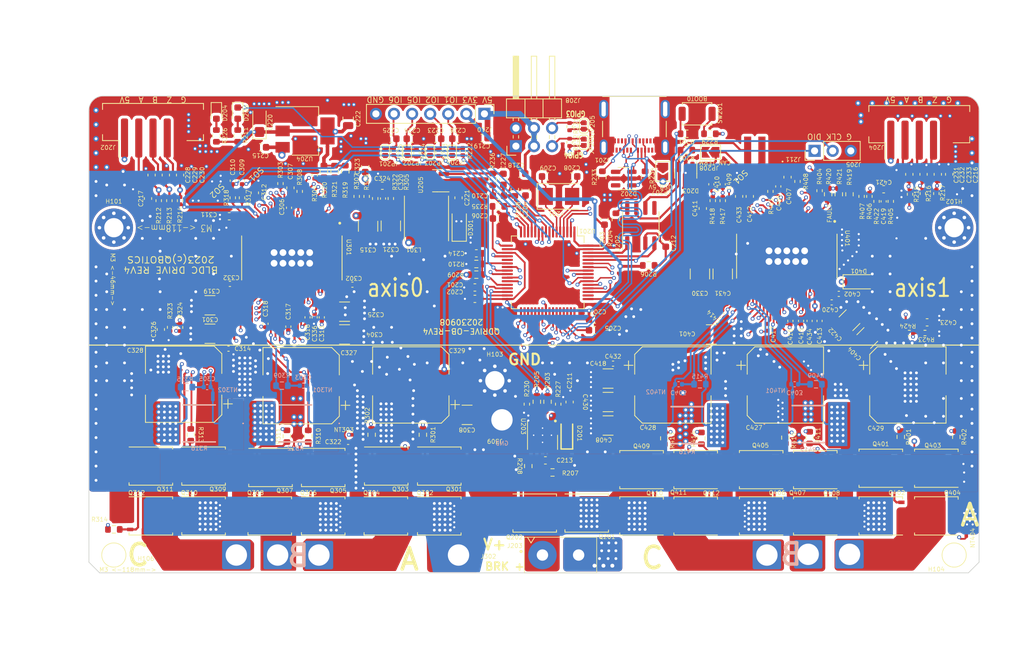
<source format=kicad_pcb>
(kicad_pcb (version 20221018) (generator pcbnew)
  (layers (0 "F.Cu" signal) (1 "In1.Cu" signal) (2 "In2.Cu" signal) (31 "B.Cu" signal) (34 "B.Paste" user) (35 "F.Paste" user) (36 "B.SilkS" user "B.Silkscreen") (37 "F.SilkS" user "F.Silkscreen") (38 "B.Mask" user) (39 "F.Mask" user) (44 "Edge.Cuts" user))
  (net 0 "")
  (net 1 "GND")
  (net 2 "/main_board/nRST")
  (net 3 "/main_board/OSC_IN")
  (net 4 "/main_board/OSC_OUT")
  (net 5 "GNDA")
  (net 6 "/main_board/VBUS_S")
  (net 7 "/M0_board/M0_SN1")
  (net 8 "/M0_board/M0_SN2")
  (net 9 "Net-(U202-VCC)")
  (net 10 "GVDD_M0")
  (net 11 "/M0_board/M0B_SO1")
  (net 12 "/M0_board/M0B_SO2")
  (net 13 "/M0_board/AVDD_M0")
  (net 14 "/M0_board/DVDD_M0")
  (net 15 "/M0_board/M0_SH_A")
  (net 16 "Net-(D201-K)")
  (net 17 "/M0_board/M0_SH_B")
  (net 18 "/M0_board/M0_SH_C")
  (net 19 "/M0_board/M0B_TEMP")
  (net 20 "/main_board/USB_V")
  (net 21 "/main_board/USB_D+")
  (net 22 "/main_board/USB_D-")
  (net 23 "/main_board/CAN1_H")
  (net 24 "/main_board/CAN1_L")
  (net 25 "/main_board/M0_AH")
  (net 26 "/main_board/M0_AL")
  (net 27 "/main_board/M0_BH")
  (net 28 "/main_board/M0_BL")
  (net 29 "/main_board/M0_CH")
  (net 30 "/main_board/M0_CL")
  (net 31 "/main_board/M0_ENC_A")
  (net 32 "/main_board/M0_ENC_B")
  (net 33 "/main_board/M0_ENC_Z")
  (net 34 "/M0_board/M0B_EN_GATE")
  (net 35 "/M0_board/M0BnFAULT")
  (net 36 "/M0_board/M0B_SPI_MOSI")
  (net 37 "/M0_board/M0B_SPI_MISO")
  (net 38 "/M0_board/M0B_SPI_SCK")
  (net 39 "/M0_board/M0B_nCS")
  (net 40 "Net-(J210-Pin_4)")
  (net 41 "/M0_board/M0_SL_B")
  (net 42 "Net-(J210-Pin_5)")
  (net 43 "/M0_board/M0_SL_C")
  (net 44 "Net-(J210-Pin_6)")
  (net 45 "Net-(J210-Pin_3)")
  (net 46 "/main_board/BOOT0")
  (net 47 "Net-(U301-SS_TR)")
  (net 48 "Net-(U301-CP1)")
  (net 49 "Net-(U301-CP2)")
  (net 50 "Net-(U301-BST_BK)")
  (net 51 "/M0_board/M0_GH_A")
  (net 52 "/M0_board/M0_GL_A")
  (net 53 "Net-(D301-K)")
  (net 54 "Net-(U301-BST_A)")
  (net 55 "Net-(U301-BST_B)")
  (net 56 "/M0_board/M0_GH_B")
  (net 57 "/M0_board/M0_GL_B")
  (net 58 "/M0_board/M0_GH_C")
  (net 59 "/M0_board/M0_GL_C")
  (net 60 "Net-(U301-BST_C)")
  (net 61 "/M0_board/M0B_PWRGD")
  (net 62 "/M0_board/M0BnOCTW")
  (net 63 "Net-(U301-COMP)")
  (net 64 "/main_board/GPIO_6")
  (net 65 "/main_board/GPIO_3")
  (net 66 "/main_board/GPIO_4")
  (net 67 "/main_board/AUX_TEMP")
  (net 68 "/main_board/GPIO_5")
  (net 69 "/main_board/SWDIO")
  (net 70 "/main_board/SWCLK")
  (net 71 "/main_board/CAN_R")
  (net 72 "/main_board/CAN_D")
  (net 73 "Net-(U401-SS_TR)")
  (net 74 "GVDD_M1")
  (net 75 "Net-(U401-CP1)")
  (net 76 "Net-(U401-CP2)")
  (net 77 "Net-(U401-BST_BK)")
  (net 78 "Net-(D401-K)")
  (net 79 "Net-(U401-BST_A)")
  (net 80 "Net-(U401-BST_B)")
  (net 81 "Net-(U401-BST_C)")
  (net 82 "Net-(U401-COMP)")
  (net 84 "Net-(D204-A)")
  (net 85 "Net-(J201-CC1)")
  (net 87 "Net-(J201-CC2)")
  (net 89 "/main_board/BRAKE_OUT")
  (net 90 "/M1_board/M1_SN1")
  (net 91 "/M1_board/M1_SN2")
  (net 92 "/M1_board/M1B_SO1")
  (net 93 "/M1_board/M1B_SO2")
  (net 94 "/M1_board/AVDD_M1")
  (net 95 "/M1_board/DVDD_M1")
  (net 96 "/M1_board/M1_SH_A")
  (net 97 "Net-(C324-Pad1)")
  (net 98 "/M1_board/M1_SH_B")
  (net 99 "/M1_board/M1_SH_C")
  (net 100 "/M1_board/M1B_TEMP")
  (net 101 "/main_board/M1_ENC_A")
  (net 102 "/main_board/M1_ENC_B")
  (net 103 "/M1_board/M1B_AH")
  (net 104 "/M1_board/M1B_AL")
  (net 105 "/M1_board/M1B_BH")
  (net 106 "/M1_board/M1B_nCS")
  (net 107 "/M1_board/M1B_BL")
  (net 108 "/M1_board/M1B_CH")
  (net 109 "/M1_board/M1B_CL")
  (net 110 "/M1_board/M1BnOCTW")
  (net 111 "/M1_board/M1B_PWRGD")
  (net 112 "/M1_board/M1_SL_B")
  (net 113 "/M1_board/M1_SL_C")
  (net 114 "/M1_board/M1_GH_A")
  (net 115 "/M1_board/M1_GL_A")
  (net 116 "Net-(C421-Pad1)")
  (net 117 "/M1_board/M1_GH_B")
  (net 118 "/M1_board/M1_GL_B")
  (net 119 "/M1_board/M1_GH_C")
  (net 120 "/M1_board/M1_GL_C")
  (net 121 "Net-(Q201-G)")
  (net 122 "Net-(Q202-G)")
  (net 123 "/M1_board/M1_SP1")
  (net 124 "/M1_board/M1_SP2")
  (net 125 "Net-(Q301-G)")
  (net 126 "Net-(Q303-G)")
  (net 127 "Net-(Q305-G)")
  (net 128 "Net-(Q307-G)")
  (net 129 "Net-(Q309-G)")
  (net 130 "Net-(Q311-G)")
  (net 131 "Net-(Q401-G)")
  (net 132 "Net-(Q403-G)")
  (net 133 "Net-(Q405-G)")
  (net 134 "Net-(Q407-G)")
  (net 135 "Net-(Q409-G)")
  (net 136 "Net-(Q411-G)")
  (net 137 "/main_board/GPIO_1")
  (net 138 "/main_board/GPIO_2")
  (net 139 "Net-(U203-HI)")
  (net 140 "Net-(U202-S)")
  (net 141 "Net-(U203-LI)")
  (net 142 "/M0_board/M0B_DC_CAL")
  (net 143 "/M1_board/M1B_DC_CAL")
  (net 144 "+3.3VA")
  (net 145 "Net-(U203-HO)")
  (net 146 "Net-(U203-LO)")
  (net 147 "/main_board/AUX_P")
  (net 148 "/main_board/AUX_N")
  (net 149 "/main_board/GPIO_8")
  (net 150 "Net-(U301-DTC)")
  (net 151 "Net-(U301-RT_CLK)")
  (net 152 "Net-(U301-VSENSE)")
  (net 153 "Net-(U301-SO1)")
  (net 154 "Net-(U301-SO2)")
  (net 155 "Net-(U401-DTC)")
  (net 156 "Net-(U401-RT_CLK)")
  (net 157 "Net-(U401-VSENSE)")
  (net 158 "Net-(U401-SO1)")
  (net 159 "Net-(U401-SO2)")
  (net 160 "/main_board/M1_ENC_Z")
  (net 163 "/M0_board/M0_SL_A")
  (net 164 "/M1_board/M1_SL_A")
  (net 165 "Net-(U205-Vout)")
  (net 166 "Net-(JP208-B)")
  (net 167 "Net-(SW201-B)")
  (net 170 "Net-(U201-VCAP_2)")
  (net 171 "Net-(U201-VCAP_1)")
  (net 172 "/main_board/GPIO_7")
  (net 174 "Net-(D205-A)")
  (net 175 "/M0_board/M0_SP2")
  (net 176 "/M0_board/M0_SP1")
  (net 177 "Net-(J208-Pin_5)")
  (net 178 "Net-(J208-Pin_6)")
  (net 179 "3V3B")
  (net 180 "+5V")
  (net 181 "VPP_M0")
  (footprint "Capacitor_SMD:C_1210_3225Metric" (layer "F.Cu") (at 247 120 90)
    (fp_text reference "C431")
    (fp_text value "10uF 63V ")
  )
  (footprint "Capacitor_SMD:C_0402_1005Metric" (layer "F.Cu") (at 182.8 127 90)
    (fp_text reference "C318")
    (fp_text value "0.1uF 50V")
  )
  (footprint "Connector_Wire:SolderWire-2.5sqmm_1x01_D2.4mm_OD3.6mm" (layer "F.Cu") (at 184.5 159.5 -90)
    (fp_text reference "J306" hide)
    (fp_text value "Screw_Terminal_01x01" hide)
  )
  (footprint "qdrive_footprints:Crystal_SMD_5032-2Pin_5.0x3.2mm" (layer "F.Cu") (at 224 109.1)
    (fp_text reference "Y201")
    (fp_text value "8MHz")
  )
  (footprint "Resistor_SMD:R_0603_1608Metric" (layer "F.Cu") (at 175.9 100.6 90)
    (fp_text reference "R226")
    (fp_text value "120R")
  )
  (footprint "qdrive_footprints:JST_PH_B5B-PH-SM4-TB_1x05-1MP_P2.00mm_Vertical" (layer "F.Cu") (at 167 100.4)
    (fp_text reference "J202")
    (fp_text value "Conn_01x05_MountingPin")
  )
  (footprint "Package_TO_SOT_SMD:TDSON-8-1" (layer "F.Cu") (at 220.6 153.6)
    (fp_text reference "Q202")
    (fp_text value "HYG025N06LS1C2")
  )
  (footprint "Resistor_SMD:R_0603_1608Metric" (layer "F.Cu") (at 241.9 100.3 180)
    (fp_text reference "R201")
    (fp_text value "1k")
  )
  (footprint "Package_TO_SOT_SMD:TDSON-8-1" (layer "F.Cu") (at 183.4 154)
    (fp_text reference "Q308")
    (fp_text value "HYG025N06LS1C2")
  )
  (footprint "Capacitor_SMD:C_1210_3225Metric" (layer "F.Cu") (at 200.4 113.25 -90)
    (fp_text reference "C321")
    (fp_text value "22uF 16V")
  )
  (footprint "Capacitor_SMD:C_1210_3225Metric" (layer "F.Cu") (at 267.3 129 45)
    (fp_text reference "C404")
    (fp_text value "2.2uF 100V")
  )
  (footprint "Resistor_SMD:R_0402_1005Metric" (layer "F.Cu") (at 198.2 109.4 90)
    (fp_text reference "R322")
    (fp_text value "47k 1%")
  )
  (footprint "Resistor_SMD:R_0603_1608Metric" (layer "F.Cu") (at 223.1 147.9)
    (fp_text reference "R207")
    (fp_text value "2R2")
  )
  (footprint "MountingHole:MountingHole_2.7mm_M2.5_Pad_Via" (layer "F.Cu") (at 215 135)
    (fp_text reference "H103")
    (fp_text value "MountingHole_Pad")
  )
  (footprint "Capacitor_SMD:C_0603_1608Metric" (layer "F.Cu") (at 170.8 106.1 90)
    (fp_text reference "C230")
    (fp_text value "22nF 50V")
  )
  (footprint "Resistor_SMD:R_0402_1005Metric" (layer "F.Cu") (at 195.6 109.1 -90)
    (fp_text reference "R307")
    (fp_text value "3.3k")
  )
  (footprint "Capacitor_SMD:C_0402_1005Metric" (layer "F.Cu") (at 247 107.4 -90)
    (fp_text reference "C409")
    (fp_text value "2200pF")
  )
  (footprint "Capacitor_SMD:C_1210_3225Metric" (layer "F.Cu") (at 193.9 128.5)
    (fp_text reference "C304")
    (fp_text value "2.2uF 100V")
  )
  (footprint "Capacitor_SMD:C_0603_1608Metric" (layer "F.Cu") (at 225.5 138 90)
    (fp_text reference "C211")
    (fp_text value "2.2uF 25V")
  )
  (footprint "Resistor_SMD:R_0603_1608Metric" (layer "F.Cu") (at 212.4 120.1 180)
    (fp_text reference "R209")
    (fp_text value "18K")
  )
  (footprint "qdrive_footprints:JST_S3B-PH-SM4-TB" (layer "F.Cu") (at 252.5 102.6)
    (fp_text reference "J211")
    (fp_text value "S3B-PH-SM4-TB(LF)(SN)")
  )
  (footprint "Capacitor_SMD:C_0402_1005Metric" (layer "F.Cu") (at 186 127.4 90)
    (fp_text reference "C317")
    (fp_text value "0.1uF 50V")
  )
  (footprint "Resistor_SMD:R_0603_1608Metric" (layer "F.Cu") (at 197.7 142.6 -90)
    (fp_text reference "R302")
    (fp_text value "2R2")
  )
  (footprint "Capacitor_SMD:C_0603_1608Metric" (layer "F.Cu") (at 166.3 109.4 -90)
    (fp_text reference "C217")
    (fp_text value "0.1uF 50V")
  )
  (footprint "Capacitor_SMD:C_1210_3225Metric" (layer "F.Cu") (at 264.8 126.5 45)
    (fp_text reference "C422")
    (fp_text value "4.7uF 100V")
  )
  (footprint "Capacitor_SMD:C_0603_1608Metric" (layer "F.Cu") (at 222.1 146.2)
    (fp_text reference "C213")
    (fp_text value "0.1uF 50V")
  )
  (footprint "qdrive_footprints:MountingHole_3.2mm_M3" (layer "F.Cu") (at 161.5 159.5)
    (fp_text reference "H106")
    (fp_text value "MountingHole_Pad")
  )
  (footprint "Capacitor_SMD:C_0603_1608Metric" (layer "F.Cu") (at 177.7 111.9 180)
    (fp_text reference "C311")
    (fp_text value "1uF 50V")
  )
  (footprint "Resistor_SMD:R_0402_1005Metric" (layer "F.Cu") (at 273.3 108.8 90)
    (fp_text reference "R215")
    (fp_text value "3.3k")
  )
  (footprint "Resistor_SMD:R_0402_1005Metric" (layer "F.Cu") (at 169.4 127.5 90)
    (fp_text reference "R323")
    (fp_text value "3.3k")
  )
  (footprint "qdrive_footprints:SolderJumper-2_P1.3mm_Open_RoundedPad1.0x1.5mm" (layer "F.Cu") (at 209 102.9 90)
    (fp_text reference "JP204")
    (fp_text value "SolderJumper_2_Open")
  )
  (footprint "Capacitor_SMD:C_0603_1608Metric" (layer "F.Cu") (at 216.2 106.7 -90)
    (fp_text reference "C227")
    (fp_text value "1uF 50V")
  )
  (footprint "MountingHole:MountingHole_2.7mm_Pad_Via" (layer "F.Cu") (at 279.5 113.5)
    (fp_text reference "H102")
    (fp_text value "MountingHole_Pad")
  )
  (footprint "LED_SMD:LED_0603_1608Metric" (layer "F.Cu") (at 175.9 97.4 -90)
    (fp_text reference "D204")
    (fp_text value "LED 1608/RED")
  )
  (footprint "Capacitor_SMD:C_0603_1608Metric" (layer "F.Cu") (at 230.4 112.3 -90)
    (fp_text reference "C203")
    (fp_text value "0.1uF 50V")
  )
  (footprint "Package_SO:SOIC-8_3.9x4.9mm_P1.27mm" (layer "F.Cu") (at 235.5 113.2 90)
    (fp_text reference "U202")
    (fp_text value "TJA1050T")
  )
  (footprint "qdrive_footprints:MOLEX_105450-0101" (layer "F.Cu") (at 234.6005 98.8305 180)
    (fp_text reference "J201")
    (fp_text value "1054500101")
  )
  (footprint "qdrive_footprints:TB01050802BE_SMALL" (layer "F.Cu") (at 221.685 159.5)
    (fp_text reference "J203")
    (fp_text value "Screw_Terminal_01x02" hide)
  )
  (footprint "Capacitor_SMD:C_0603_1608Metric" (layer "F.Cu") (at 278.8 106 90)
    (fp_text reference "C216")
    (fp_text value "1uF 50V")
  )
  (footprint "Capacitor_SMD:C_0402_1005Metric" (layer "F.Cu") (at 254.8 107.7 -90)
    (fp_text reference "C406")
    (fp_text value "22nF 50V")
  )
  (footprint "NetTie:NetTie-2_SMD_Pad0.5mm" (layer "F.Cu") (at 195 142.6)
    (fp_text reference "NT303")
    (fp_text value "Net-Tie_2")
  )
  (footprint "Connector_Wire:SolderWire-2.5sqmm_1x01_D2.4mm_OD3.6mm" (layer "F.Cu") (at 209.9 159.5 180)
    (fp_text reference "J302")
    (fp_text value "Screw_Terminal_01x01")
  )
  (footprint "Resistor_SMD:R_0402_1005Metric" (layer "F.Cu") (at 267.6 109.1 90)
    (fp_text reference "R406")
    (fp_text value "18k")
  )
  (footprint "Package_TO_SOT_SMD:TDSON-8-1" (layer "F.Cu") (at 166.7 154)
    (fp_text reference "Q312")
    (fp_text value "HYG025N06LS1C2")
  )
  (footprint "Package_TO_SOT_SMD:TDSON-8-1" (layer "F.Cu") (at 260 154 180)
    (fp_text reference "Q408")
    (fp_text value "HYG025N06LS1C2")
  )
  (footprint "Capacitor_SMD:C_0603_1608Metric" (layer "F.Cu") (at 200.4 101)
    (fp_text reference "C225")
    (fp_text value "1nF")
  )
  (footprint "Capacitor_SMD:C_0402_1005Metric" (layer "F.Cu") (at 177.8 121.4 180)
    (fp_text reference "C332")
    (fp_text value "100nF 100V")
  )
  (footprint "Package_QFP:LQFP-64_10x10mm_P0.5mm" (layer "F.Cu") (at 222.425 119.775 -90)
    (fp_text reference "U201")
    (fp_text value "STM32F405RGT6")
  )
  (footprint "qdrive_footprints:SolderJumper-2_P1.3mm_Open_RoundedPad1.0x1.5mm" (layer "F.Cu") (at 199.6 102.9 90)
    (fp_text reference "JP201")
    (fp_text value "SolderJumper_2_Open")
  )
  (footprint "Resistor_SMD:R_0402_1005Metric" (layer "F.Cu") (at 275.1 108.7 90)
    (fp_text reference "R216")
    (fp_text value "3.3k")
  )
  (footprint "Capacitor_SMD:C_0402_1005Metric" (layer "F.Cu") (at 194.4 143.6)
    (fp_text reference "C322")
    (fp_text value "100nF 100V")
  )
  (footprint "Resistor_SMD:R_0603_1608Metric" (layer "F.Cu") (at 191 105.6 90)
    (fp_text reference "R320")
    (fp_text value "10k")
  )
  (footprint "Capacitor_SMD:C_0402_1005Metric" (layer "F.Cu") (at 186.1 110.7 -90)
    (fp_text reference "C306")
    (fp_text value "22nF 50V")
  )
  (footprint "Capacitor_SMD:C_1210_3225Metric" (layer "F.Cu") (at 230.9 138 180)
    (fp_text reference "C430")
    (fp_text value "10uF 63V ")
  )
  (footprint "Resistor_SMD:R_0402_1005Metric" (layer "F.Cu") (at 260.6 108.3 90)
    (fp_text reference "R404")
    (fp_text value "18k")
  )
  (footprint "Resistor_SMD:R_0603_1608Metric" (layer "F.Cu") (at 244 143.1 -90)
    (fp_text reference "R414")
    (fp_text value "2R2")
  )
  (footprint "Package_TO_SOT_SMD:TDSON-8-1" (layer "F.Cu") (at 190.9 147.2)
    (fp_text reference "Q305")
    (fp_text value "HYG025N06LS1C2")
  )
  (footprint "Diode_SMD:D_SOD-123F" (layer "F.Cu") (at 210 113.2 90)
    (fp_text reference "D301")
    (fp_text value "100V 2A SMB")
  )
  (footprint "Resistor_SMD:R_0402_1005Metric" (layer "F.Cu") (at 273.2 128.3)
    (fp_text reference "R424")
    (fp_text value "10k")
  )
  (footprint "qdrive_footprints:L_Taiyo-Yuden_NR-60xx" (layer "F.Cu") (at 205.4 112.2 90)
    (fp_text reference "L301")
    (fp_text value "33uH 1.4A")
  )
  (footprint "Capacitor_SMD:C_0603_1608Metric" (layer "F.Cu") (at 209.8 100.9875 180)
    (fp_text reference "C226")
    (fp_text value "1nF")
  )
  (footprint "Resistor_SMD:R_0402_1005Metric" (layer "F.Cu") (at 275.4 128.3 180)
    (fp_text reference "R423")
    (fp_text value "3.3k")
  )
  (footprint "Capacitor_SMD:C_0603_1608Metric" (layer "F.Cu") (at 256.1 106.4 90)
    (fp_text reference "C407")
    (fp_text value "2.2uF 25V")
  )
  (footprint "Capacitor_SMD:C_0603_1608Metric" (layer "F.Cu") (at 225.8 106.3)
    (fp_text reference "C208")
    (fp_text value "20pF")
  )
  (footprint "Connector_PinHeader_2.54mm:PinHeader_1x03_P2.54mm_Vertical" (layer "F.Cu") (at 259.9 102.7 90)
    (fp_text reference "J205")
    (fp_text value "Conn_01x03")
  )
  (footprint "Resistor_SMD:R_0603_1608Metric" (layer "F.Cu") (at 217.8 108.2 90)
    (fp_text reference "R228")
    (fp_text value "0R")
  )
  (footprint "Resistor_SMD:R_0402_1005Metric" (layer "F.Cu") (at 170.8 127.509999 90)
    (fp_text reference "R324")
    (fp_text value "10k")
  )
  (footprint "Capacitor_SMD:C_0603_1608Metric" (layer "F.Cu") (at 215.5 112.2 180)
    (fp_text reference "C206")
    (fp_text value "0.1uF 50V")
  )
  (footprint "Jumper:SolderJumper-2_P1.3mm_Open_TrianglePad1.0x1.5mm" (layer "F.Cu") (at 238.6 105.6 -90)
    (fp_text reference "JP207")
    (fp_text value "Jumper_2_Open")
  )
  (footprint "Capacitor_SMD:C_1210_3225Metric" (layer "F.Cu") (at 245.4 128.5)
    (fp_text reference "C401")
    (fp_text value "2.2uF 100V")
  )
  (footprint "Capacitor_SMD:C_0603_1608Metric" (layer "F.Cu") (at 209.9 109.3 90)
    (fp_text reference "C221")
    (fp_text value "0.1uF 50V")
  )
  (footprint "Capacitor_SMD:C_0402_1005Metric" (layer "F.Cu") (at 246.9 125.8 -45)
    (fp_text reference "C414")
    (fp_text value "100nF 100V")
  )
  (footprint "Capacitor_SMD:C_0402_1005Metric" (layer "F.Cu") (at 256.5 126.6 -90)
    (fp_text reference "C416")
    (fp_text value "0.1uF 50V")
  )
  (footprint "Capacitor_SMD:C_0603_1608Metric" (layer "F.Cu") (at 168.8 106.1 90)
    (fp_text reference "C229")
    (fp_text value "22nF 50V")
  )
  (footprint "qdrive_footprints:MountingHole_3.2mm_M3" (layer "F.Cu") (at 279.5 159.5)
    (fp_text reference "H104")
    (fp_text value "MountingHole_Pad")
  )
  (footprint "Resistor_SMD:R_0603_1608Metric" (layer "F.Cu") (at 264.8 108.8 90)
    (fp_text reference "R419")
    (fp_text value "10k")
  )
  (footprint "Resistor_SMD:R_0603_1608Metric" (layer "F.Cu") (at 212.4 118.6)
    (fp_text reference "R210")
    (fp_text value "1k")
  )
  (footprint "Capacitor_SMD:C_0805_2012Metric" (layer "F.Cu") (at 194.4 98.2 -90)
    (fp_text reference "C222")
    (fp_text value "4.7uF 50V")
  )
  (footprint "Resistor_SMD:R_0603_1608Metric" (layer "F.Cu") (at 232 112.3 90)
    (fp_text reference "R204")
    (fp_text value "10k")
  )
  (footprint "Capacitor_SMD:C_0402_1005Metric" (layer "F.Cu") (at 179.5 106.9 -90)
    (fp_text reference "C309")
    (fp_text value "2200pF")
  )
  (footprint "Capacitor_SMD:C_0603_1608Metric" (layer "F.Cu") (at 199.2 107.6)
    (fp_text reference "C324")
    (fp_text value "270pF")
  )
  (footprint "Resistor_SMD:R_0603_1608Metric" (layer "F.Cu") (at 204.9 142.6 -90)
    (fp_text reference "R301")
    (fp_text value "2R2")
  )
  (footprint "Resistor_SMD:R_0603_1608Metric" (layer "F.Cu") (at 241.9 102.6 180)
    (fp_text reference "R202")
    (fp_text value "120R")
  )
  (footprint "Resistor_SMD:R_0603_1608Metric" (layer "F.Cu") (at 279.8 142.9 -90)
    (fp_text reference "R402")
    (fp_text value "2R2")
  )
  (footprint "Resistor_SMD:R_0402_1005Metric" (layer "F.Cu") (at 184.9 107.3 -90)
    (fp_text reference "R303")
    (fp_text value "1k")
  )
  (footprint "Capacitor_SMD:C_0603_1608Metric" (layer "F.Cu") (at 212.2 123.5)
    (fp_text reference "C202")
    (fp_text value "0.1uF 50V")
  )
  (footprint "Package_TO_SOT_SMD:TDSON-8-1" (layer "F.Cu") (at 207.2 147)
    (fp_text reference "Q301")
    (fp_text value "HYG025N06LS1C2")
  )
  (footprint "Resistor_SMD:R_0603_1608Metric" (layer "F.Cu") (at 185.8 142.8 -90)
    (fp_text reference "R311")
    (fp_text value "2R2")
  )
  (footprint "Capacitor_SMD:C_0603_1608Metric" (layer "F.Cu") (at 269.6 108.1)
    (fp_text reference "C421")
    (fp_text value "270pF")
  )
  (footprint "LED_SMD:LED_0603_1608Metric" (layer "F.Cu") (at 178.9 97.4 -90)
    (fp_text reference "D205")
    (fp_text value "LED 1608/GRN")
  )
  (footprint "Capacitor_SMD:C_0402_1005Metric" (layer "F.Cu") (at 189.7 126.1 -90)
    (fp_text reference "C336")
    (fp_text value "0.1uF 50V")
  )
  (footprint "Capacitor_SMD:C_0603_1608Metric" (layer "F.Cu") (at 206.7 101)
    (fp_text reference "C223")
    (fp_text value "1nF")
  )
  (footprint "Capacitor_SMD:C_1210_3225Metric" (layer "F.Cu") (at 230.9 134.7 180)
    (fp_text reference "C418")
    (fp_text value "4.7uF 100V")
  )
  (footprint "Capacitor_SMD:C_0603_1608Metric" (layer "F.Cu") (at 218.5 105.9 180)
    (fp_text reference "C218")
    (fp_text value "1uF 50V")
  )
  (footprint "Resistor_SMD:R_0402_1005Metric" (layer "F.Cu") (at 178.2 109.3 90)
    (fp_text reference "R318")
    (fp_text value "22R 1%")
  )
  (footprint "Package_TO_SOT_SMD:TDSON-8-1" (layer "F.Cu") (at 269.2 154.000001 180)
    (fp_text reference "Q402")
    (fp_text value "HYG025N06LS1C2")
  )
  (footprint "qdrive_footprints:SODFL3516X108N" (layer "F.Cu") (at 225.1 142.4 90)
    (fp_text reference "D201")
    (fp_text value "CRH01" hide)
  )
  (footprint "Package_TO_SOT_SMD:TDSON-8-1" (layer "F.Cu") (at 235.605 147.5 180)
    (fp_text reference "Q409")
    (fp_text value "HYG025N06LS1C2")
  )
  (footprint "Resistor_SMD:R_0603_1608Metric" (layer "F.Cu") (at 192.5 105.6 90)
    (fp_text reference "R321")
    (fp_text value "10k")
  )
  (footprint "Capacitor_SMD:C_0603_1608Metric" (layer "F.Cu") (at 277.2 106 90)
    (fp_text reference "C233")
    (fp_text value "22nF 50V")
  )
  (footprint "Resistor_SMD:R_0402_1005Metric" (layer "F.Cu") (at 277 108.7 90)
    (fp_text reference "R217")
    (fp_text value "3.3k")
  )
  (footprint "Capacitor_SMD:C_0603_1608Metric" (layer "F.Cu") (at 244.2 110.8 90)
    (fp_text reference "C411")
    (fp_text value "1uF 50V")
  )
  (footprint "Package_TO_SOT_SMD:TDSON-8-1" (layer "F.Cu") (at 243.2 147.5 180)
    (fp_text reference "Q411")
    (fp_text value "HYG025N06LS1C2")
  )
  (footprint "Resistor_SMD:R_0603_1608Metric" (layer "F.Cu") (at 245.2 100.3)
    (fp_text reference "R229")
    (fp_text value "0R")
  )
  (footprint "Capacitor_SMD:C_0603_1608Metric" (layer "F.Cu") (at 168.1 127.8 -90)
    (fp_text reference "C326")
    (fp_text value "2.2uF 25V")
  )
  (footprint "Resistor_SMD:R_0402_1005Metric" (layer "F.Cu") (at 245.6 109.7 90)
    (fp_text reference "R418")
    (fp_text value "22R 1%")
  )
  (footprint "Capacitor_SMD:C_0402_1005Metric" (layer "F.Cu") (at 259.2 126.6 -90)
    (fp_text reference "C434")
    (fp_text value "0.1uF 50V")
  )
  (footprint "Connector_Wire:SolderWire-2.5sqmm_1x01_D2.4mm_OD3.6mm" (layer "F.Cu") (at 178.7 159.5)
    (fp_text reference "J307" hide)
    (fp_text value "Screw_Terminal_01x01")
  )
  (footprint "Resistor_SMD:R_0603_1608Metric" (layer "F.Cu") (at 255.8 143 -90)
    (fp_text reference "R410")
    (fp_text value "2R2")
  )
  (footprint "qdrive_footprints:SW_Push_SPST_NO_Alps_SKRK" (layer "F.Cu") (at 243.4 97.5)
    (fp_text reference "SW201")
    (fp_text value "SKRKAHE020")
  )
  (footprint "Package_TO_SOT_SMD:TDSON-8-1" (layer "F.Cu") (at 277 154.000001 180)
    (fp_text reference "Q404")
    (fp_text value "HYG025N06LS1C2")
  )
  (footprint "Resistor_SMD:R_0603_1608Metric" (layer "F.Cu") (at 263.3 108.8 90)
    (fp_text reference "R421")
    (fp_text value "10k")
  )
  (footprint "Capacitor_SMD:CP_Elec_10x14.3" (layer "F.Cu") (at 273 135.6)
    (fp_text reference "C429")
    (fp_text value "220uF 50V")
  )
  (footprint "Capacitor_SMD:C_1210_3225Metric" (layer "F.Cu") (at 175 128.4 180)
    (fp_text reference "C301")
    (fp_text value "2.2uF 100V")
  )
  (footprint "Capacitor_SMD:C_0603_1608Metric" (layer "F.Cu") (at 229 127.9 180)
    (fp_text reference "C205")
    (fp_text value "2.2uF 25V")
  )
  (footprint "Resistor_SMD:R_0402_1005Metric" (layer "F.Cu") (at 223.9 138.3 90)
    (fp_text reference "R227")
    (fp_text value "3.3k")
  )
  (footprint "Resistor_SMD:R_0402_1005Metric" (layer "F.Cu") (at 189.7 106.1 90)
    (fp_text reference "R304")
    (fp_text value "18k")
  )
  (footprint "Connector_Wire:SolderWire-2.5sqmm_1x01_D2.4mm_OD3.6mm" (layer "F.Cu") (at 259 159.4 180)
    (fp_text reference "J402" hide)
    (fp_text value "Screw_Terminal_01x01")
  )
  (footprint "Capacitor_SMD:C_0603_1608Metric" (layer "F.Cu") (at 222.4 106.3 180)
    (fp_text reference "C209")
    (fp_text value "20pF")
  )
  (footprint "Capacitor_SMD:C_0603_1608Metric" (layer "F.Cu") (at 229 126.4 180)
    (fp_text reference "C207")
    (fp_text value "0.1uF 50V")
  )
  (footprint "Capacitor_SMD:C_0402_1005Metric" (layer "F.Cu") (at 199.3 109.4 90)
    (fp_text reference "C320")
    (fp_text value "82pF")
  )
  (footprint "Resistor_SMD:R_0603_1608Metric" (layer "F.Cu") (at 220.9 137.962499 -90)
    (fp_text reference "R205")
    (fp_text value "0R")
  )
  (footprint "Resistor_SMD:R_0402_1005Metric" (layer "F.Cu") (at 266.5 109.1 -90)
    (fp_text reference "R407")
    (fp_text value "3.3k")
  )
  (footprint "Capacitor_SMD:C_0402_1005Metric" (layer "F.Cu") (at 269.6 109.8 90)
    (fp_text reference "C419")
    (fp_text value "82pF")
  )
  (footprint "Capacitor_SMD:CP_Elec_10x14.3" (layer "F.Cu") (at 240 135.6)
    (fp_text reference "C428")
    (fp_text value "220uF 50V")
  )
  (footprint "Package_TO_SOT_SMD:TDSON-8-1" (layer "F.Cu") (at 252.4 147.5 180)
    (fp_text reference "Q405")
    (fp_text value "HYG025N06LS1C2")
  )
  (footprint "Capacitor_SMD:C_0402_1005Metric" (layer "F.Cu") (at 258 126.6 -90)
    (fp_text reference "C415")
    (fp_text value "0.1uF 50V")
  )
  (footprint "Package_TO_SOT_SMD:TDSON-8-1" (layer "F.Cu") (at 227.9 153.6)
    (fp_text reference "Q201")
    (fp_text value "HYG025N06LS1C2")
  )
  (footprint "Connector_PinHeader_2.54mm:PinHeader_1x07_P2.54mm_Vertical" (layer "F.Cu") (at 213.54 97.5 -90)
    (fp_text reference "J210")
    (fp_text value "NC_Conn_01x07_Female" hide)
  )
  (footprint "Package_TO_SOT_SMD:TDSON-8-1" (layer "F.Cu") (at 243.2 154 180)
    (fp_text reference "Q412")
    (fp_text value "HYG025N06LS1C2")
  )
  (footprint "Capacitor_SMD:C_1210_3225Metric" (layer "F.Cu") (at 175 124.4 180)
    (fp_text reference "C319")
    (fp_text value "4.7uF 100V")
  )
  (footprint "qdrive_footprints:SOP50P810X120-57N" (layer "F.Cu") (at 256 117.500001 -90)
    (fp_text reference "U401")
    (fp_text value "DRV8301DCAR")
  )
  (footprint "Resistor_SMD:R_0402_1005Metric" (layer "F.Cu") (at 247 109.7 90)
    (fp_text reference "R417")
    (fp_text value "22R 1%")
  )
  (footprint "Resistor_SMD:R_0603_1608Metric" (layer "F.Cu") (at 238.8 143.1 -90)
    (fp_text reference "R413")
    (fp_text value "2R2")
  )
  (footprint "Resistor_SMD:R_0603_1608Metric" (layer "F.Cu") (at 222.4 137.9625 -90)
    (fp_text reference "R203")
    (fp_text value "0R")
  )
  (footprint "Capacitor_SMD:C_0402_1005Metric" (layer "F.Cu") (at 245.4 107.4 -90)
    (fp_text reference "C410")
    (fp_text value "2200pF")
  )
  (footprint "qdrive_footprints:SolderJumper-2_P1.3mm_Open_RoundedPad1.0x1.5mm" (layer "F.Cu") (at 202.7 102.9 90)
    (fp_text reference "JP202")
    (fp_text value "SolderJumper_2_Open")
  )
  (footprint "Capacitor_SMD:C_0603_1608Metric" (layer "F.Cu") (at 182.1 102.2 180)
    (fp_text reference "C215")
    (fp_text value "1uF 50V")
  )
  (footprint "Resistor_SMD:R_0402_1005Metric" (layer "F.Cu") (at 169.3 109.7 90)
    (fp_text reference "R213")
    (fp_text value "3.3k")
  )
  (footprint "Resistor_SMD:R_0603_1608Metric" (layer "F.Cu") (at 236.1 106.4 90)
    (fp_text reference "R234")
    (fp_text value "5.1K")
  )
  (footprint "Resistor_SMD:R_0402_1005Metric" (layer "F.Cu") (at 219.5 138.3 -90)
    (fp_text reference "R230")
    (fp_text value "3.3k")
  )
  (footprint "Package_TO_SOT_SMD:TDSON-8-1" (layer "F.Cu") (at 190.9 154)
    (fp_text reference "Q306")
    (fp_text value "HYG025N06LS1C2")
  )
  (footprint "Capacitor_SMD:C_0603_1608Metric" (layer "F.Cu") (at 239 115.4 -90)
    (fp_text reference "C212")
    (fp_text value "0.1uF 50V")
  )
  (footprint "Resistor_SMD:R_0603_1608Metric" (layer "F.Cu") (at 214.7 106.7 -90)
    (fp_text reference "R236")
    (fp_text value "0R")
  )
  (footprint "Capacitor_SMD:C_0402_1005Metric" (layer "F.Cu") (at 190.7 126.1 -90)
    (fp_text reference "C313")
    (fp_text value "0.1uF 50V")
  )
  (footprint "Resistor_SMD:R_0402_1005Metric" (layer "F.Cu") (at 268.6 109.8 90)
    (fp_text reference "R422")
    (fp_text value "47k 1%")
  )
  (footprint "Resistor_SMD:R_0603_1608Metric" (layer "F.Cu") (at 261.8 108.8 90)
    (fp_text reference "R420")
    (fp_text value "10k")
  )
  (footprint "Package_TO_SOT_SMD:SOT-23" (layer "F.Cu") (at 206.9 106.9 180)
    (fp_text reference "U205")
    (fp_text value "NCP51460SN33T1G")
  )
  (footprint "Connector_Wire:SolderWire-2.5sqmm_1x01_D2.4mm_OD3.6mm" (layer "F.Cu") (at 216 140.5)
    (fp_text reference "J309")
    (fp_text value "Screw_Terminal_01x01")
  )
  (footprint "Resistor_SMD:R_0402_1005Metric" (layer "F.Cu") (at 253.7 108.4 -90)
    (fp_text reference "R403")
    (fp_text value "1k")
  )
  (footprint "Resistor_SMD:R_0603_1608Metric" (layer "F.Cu") (at 172.3 142.6 -90)
    (fp_text reference "R313")
    (fp_text value "2R2")
  )
  (footprint "Connector_Wire:SolderWire-2.5sqmm_1x01_D2.4mm_OD3.6mm" (layer "F.Cu") (at 264.8 159.4 180)
    (fp_text reference "J401" hide)
    (fp_text value "Screw_Terminal_01x01")
  )
  (footprint "Capacitor_SMD:C_0603_1608Metric" (layer "F.Cu") (at 215.5 109 180)
    (fp_text reference "C210")
    (fp_text value "0.1uF 50V")
  )
  (footprint "Resistor_SMD:R_0603_1608Metric" (layer "F.Cu") (at 178.9 100.6 90)
    (fp_text reference "R211")
    (fp_text value "120R")
  )
  (footprint "Capacitor_SMD:C_0603_1608Metric" (layer "F.Cu") (at 249.3 109.1 90)
    (fp_text reference "C433")
    (fp_text value "0.1uF 50V")
  )
  (footprint "qdrive_footprints:JST_PH_B5B-PH-SM4-TB_1x05-1MP_P2.00mm_Vertical" (layer "F.Cu") (at 274.6 100.7)
    (fp_text reference "J204")
    (fp_text value "Conn_01x05_MountingPin")
  )
  (footprint "Resistor_SMD:R_0603_1608Metric" (layer "F.Cu") (at 272 142.9 -90)
    (fp_text reference "R401")
    (fp_text value "2R2")
  )
  (footprint "Resistor_SMD:R_0402_1005Metric" (layer "F.Cu") (at 197 109.1 90)
    (fp_text reference "R306")
    (fp_text value "18k")
  )
  (footprint "Connector_PinHeader_2.54mm:PinHeader_2x03_P2.54mm_Horizontal" (layer "F.Cu") (at 217.96 102.04 90)
    (fp_text reference "J208")
    (fp_text value "NC_Conn_02x03_Odd_Even")
  )
  (footprint "Resistor_SMD:R_0603_1608Metric" (layer "F.Cu") (at 236.6 118.8)
    (fp_text reference "R206")
    (fp_text value "0R")
  )
  (footprint "Package_TO_SOT_SMD:TDSON-8-1" (layer "F.Cu") (at 260 147.5 180)
    (fp_text reference "Q407")
    (fp_text value "HYG025N06LS1C2")
  )
  (footprint "Resistor_SMD:R_0402_1005Metric" (layer "F.Cu") (at 187.6 108.4 -90)
    (fp_text reference "R308")
    (fp_text value "3.3k")
  )
  (footprint "Capacitor_SMD:C_0402_1005Metric" (layer "F.Cu") (at 253.2 127.499999 -90)
    (fp_text reference "C417")
    (fp_text value "0.1uF 50V")
  )
  (footprint "Capacitor_SMD:C_1210_3225Metric" (layer "F.Cu") (at 193.9 125.3)
    (fp_text reference "C325")
    (fp_text value "4.7uF 100V")
  )
  (footprint "Capacitor_SMD:C_0603_1608Metric" (layer "F.Cu") (at 213.2 100.9)
    (fp_text reference "C219")
    (fp_text value "1uF 50V")
  )
  (footprint "Capacitor_SMD:C_1210_3225Metric" (layer "F.Cu") (at 243.8 120 90)
    (fp_text reference "C330")
    (fp_text value "4.7uF 100V")
  )
  (footprint "Package_TO_SOT_SMD:TDSON-8-1" (layer "F.Cu") (at 252.4 154 180)
    (fp_text reference "Q406")
    (fp_text value "HYG025N06LS1C2")
  )
  (footprint "Capacitor_SMD:C_1210_3225Metric" (layer "F.Cu") (at 211.1 139.8)
    (fp_text reference "C308")
    (fp_text value "2.2uF 100V")
  )
  (footprint "Resistor_SMD:R_0603_1608Metric" (layer "F.Cu") (at 161.5 155.9)
    (fp_text reference "R314")
    (fp_text value "2R2")
  )
  (footprint "Resistor_SMD:R_0402_1005Metric" (layer "F.Cu") (at 270.6 109.8 90)
    (fp_text reference "R405")
    (fp_text value "220K")
  )
  (footprint "Capacitor_SMD:C_0603_1608Metric" (layer "F.Cu") (at 275.2 106 90)
    (fp_text reference "C232")
    (fp_text value "22nF 50V")
  )
  (footprint "Capacitor_SMD:CP_Elec_10x14.3" (layer "F.Cu") (at 255.8 135.6)
    (fp_text reference "C427")
    (fp_text value "220uF 50V")
  )
  (footprint "Capacitor_SMD:C_0402_1005Metric" (layer "F.Cu") (at 178.2 106.9 -90)
    (fp_text reference "C310")
    (fp_text value "2200pF")
  )
  (footprint "Resistor_SMD:R_0402_1005Metric" (layer "F.Cu") (at 200.4 109.4 90)
    (fp_text reference "R305")
    (fp_text value "220K")
  )
  (footprint "Capacitor_SMD:C_0402_1005Metric" (layer "F.Cu") (at 188.7 126.1 90)
    (fp_text reference "C316")
    (fp_text value "0.1uF 50V")
  )
  (footprint "Capacitor_SMD:C_0603_1608Metric" (layer "F.Cu") (at 273.2 106 90)
    (fp_text reference "C231")
    (fp_text value "22nF 50V")
  )
  (footprint "Resistor_SMD:R_0402_1005Metric" (layer "F.Cu") (at 179.5 109.3 90)
    (fp_text reference "R317")
    (fp_text value "22R 1%")
  )
  (footprint "Resistor_SMD:R_0402_1005Metric" (layer "F.Cu") (at 170.8 109.7 90)
    (fp_text reference "R214")
    (fp_text value "3.3k")
  )
  (footprint "qdrive_footprints:SOP50P810X120-57N" (layer "F.Cu") (at 186.5 117.75 -90)
    (fp_text reference "U301")
    (fp_text value "DRV8301DCAR")
  )
  (footprint "Capacitor_SMD:C_0603_1608Metric" (layer "F.Cu") (at 186.3 107.9 -90)
    (fp_text reference "C307")
    (fp_text value "2.2uF 25V")
  )
  (footprint "qdrive_footprints:SolderJumper-2_P1.3mm_Open_RoundedPad1.0x1.5mm" (layer "F.Cu") (at 227.5 99.2 90)
    (fp_text reference "JP205")
    (fp_text value "SolderJumper_2_Open")
  )
  (footprint "Capacitor_SMD:C_0603_1608Metric" (layer "F.Cu") (at 212.2 121.9)
    (fp_text reference "C201")
    (fp_text value "2.2uF 25V")
  )
  (footprint "Capacitor_SMD:C_0603_1608Metric" (layer "F.Cu") (at 196.8 104.9 90)
    (fp_text reference "C323")
    (fp_text value "1uF 50V")
  )
  (footprint "qdrive_footprints:SolderJumper-2_P1.3mm_Open_RoundedPad1.0x1.5mm" (layer "F.Cu") (at 227.5 101.5 -90)
    (fp_text reference "JP206")
    (fp_text value "SolderJumper_2_Open")
  )
  (footprint "Capacitor_SMD:C_0603_1608Metric" (layer "F.Cu") (at 275.7 126.8)
    (fp_text reference "C423")
    (fp_text value "2.2uF 25V")
  )
  (footprint "Capacitor_SMD:C_0402_1005Metric" (layer "F.Cu") (at 260.6 126.6 -90)
    (fp_text reference "C413")
    (fp_text value "0.1uF 50V")
  )
  (footprint "Resistor_SMD:R_0603_1608Metric" (layer "F.Cu") (at 230.1 106.4 90)
    (fp_text reference "R233")
    (fp_text value "5.1K")
  )
  (footprint "Package_TO_SOT_SMD:TDSON-8-1" (layer "F.Cu") (at 235.6 154 180)
    (fp_text reference "Q410")
    (fp_text value "HYG025N06LS1C2")
  )
  (footprint "Capacitor_SMD:C_0603_1608Metric" (layer "F.Cu") (at 212.4 117.1 180)
    (fp_text reference "C214")
    (fp_text value "270pF")
  )
  (footprint "Capacitor_SMD:C_0603_1608Metric" (layer "F.Cu") (at 250.8 109.1 90)
    (fp_text reference "C412")
    (fp_text value "1uF 50V")
  )
  (footprint "Resistor_SMD:R_0603_1608Metric" (layer "F.Cu") (at 219.7 147 -90)
    (fp_text reference "R208")
    (fp_text value "2R2")
  )
  (footprint "Package_TO_SOT_SMD:TDSON-8-1" (layer "F.Cu") (at 199.7 154)
    (fp_text reference "Q304")
    (fp_text value "HYG025N06LS1C2")
  )
  (footprint "Capacitor_SMD:CP_Elec_10x14.3" (layer "F.Cu") (at 203.2 135.6 180)
    (fp_text reference "C329")
    (fp_text value "220uF 50V")
  )
  (footprint "Resistor_SMD:R_0402_1005Metric" (layer "F.Cu") (at 204 103 90)
    (fp_text reference "R224")
    (fp_text value "3.3k")
  )
  (footprint "Resistor_SMD:R_0402_1005Metric" (layer "F.Cu") (at 207.1 102.9 90)
    (fp_text reference "R223")
    (fp_text value "3.3k")
  )
  (footprint "Resistor_SMD:R_0402_1005Metric" (layer "F.Cu") (at 210.5 102.8 90)
    (fp_text reference "R222")
    (fp_text value "3.3k")
  )
  (footprint "Diode_SMD:D_SOD-123F" (layer "F.Cu") (at 266.1 121.1)
    (fp_text reference "D401")
    (fp_text value "100V 2A SMB")
  )
  (footprint "Resistor_SMD:R_0402_1005Metric" (layer "F.Cu") (at 257.5 107 -90)
    (fp_text reference "R408")
    (fp_text value "3.3k")
  )
  (footprint "Capacitor_SMD:C_0603_1608Metric" (layer "F.Cu") (at 166.8 106.1 90)
    (fp_text reference "C228")
    (fp_text value "22nF 50V")
  )
  (footprint "Package_TO_SOT_SMD:TDSON-8-1" (layer "F.Cu") (at 174.1 154)
    (fp_text reference "Q310")
    (fp_text value "HYG025N06LS1C2")
  )
  (footprint "Resistor_SMD:R_0402_1005Metric" (layer "F.Cu") (at 225.5 99.3 90)
    (fp_text reference "R231")
    (fp_text value "3.3k")
  )
  (footprint "Capacitor_SMD:C_0603_1608Metric" (layer "F.Cu") (at 219.3 108.2 90)
    (fp_text reference "C204")
    (fp_text value "0.1uF 50V")
  )
  (footprint "Resistor_SMD:R_0402_1005Metric" (layer "F.Cu") (at 167.8 109.7 90)
    (fp_text reference "R212")
    (fp_text value "3.3k")
  )
  (footprint "Package_TO_SOT_SMD:TDSON-8-1" (layer "F.Cu") (at 207.2 154)
    (fp_text reference "Q302")
    (fp_text value "HYG025N06LS1C2")
  )
  (footprint "Resistor_SMD:R_0402_1005Metric" (layer "F.Cu") (at 225.5 101.5 -90)
    (fp_text reference "R232")
    (fp_text value "3.3k")
  )
  (footprint "Capacitor_SMD:C_0402_1005Metric" (layer "F.Cu") (at 231.6 132.6 180)
    (fp_text reference "C432")
    (fp_text value "100nF 100V")
  )
  (footprint "Capacitor_SMD:C_0402_1005Metric" (layer "F.Cu") (at 177.6 130.5)
    (fp_text reference "C314")
    (fp_text value "100nF 100V")
  )
  (footprint "qdrive_footprints:SolderJumper-2_P1.3mm_Open_RoundedPad1.0x1.5mm" (layer "F.Cu") (at 205.9 102.9 90)
    (fp_text reference "JP203")
    (fp_text value "SolderJumper_2_Open")
  )
  (footprint "Resistor_SMD:R_0402_1005Metric" (layer "F.Cu") (at 200.8 102.8 90)
    (fp_text reference "R225")
    (fp_text value "3.3k")
  )
  (footprint "Package_TO_SOT_SMD:SOT-223" (layer "F.Cu") (at 188.35 99.9)
    (fp_text reference "U204")
    (fp_text value "LM1117-3.3")
  )
  (footprint "Capacitor_SMD:C_0603_1608Metric" (layer "F.Cu") (at 203.4 101 180)
    (fp_text reference "C224")
    (fp_text value "1nF")
  )
  (footprint "Resistor_SMD:R_0603_1608Metric" (layer "F.Cu") (at 259.2 143 -90)
    (fp_text reference "R411")
    (fp_text value "2R2")
  )
  (footprint "Capacitor_SMD:C_0402_1005Metric" (layer "F.Cu") (at 263.3 122.8 180)
    (fp_text reference "C402")
    (fp_text value "15nF")
  )
  (footprint "Capacitor_SMD:CP_Elec_10x14.3" (layer "F.Cu") (at 187.8 135.7 180)
    (fp_text reference "C327")
    (fp_text value "220uF 50V")
  )
  (footprint "Jumper:SolderJumper-2_P1.3mm_Open_TrianglePad1.0x1.5mm" (layer "F.Cu") (at 245.3 102.9 180)
    (fp_text reference "JP208")
    (fp_text value "Jumper_2_Open")
  )
  (footprint "Package_TO_SOT_SMD:TDSON-8-1" (layer "F.Cu") (at 277 147.3 180)
    (fp_text reference "Q403")
    (fp_text value "HYG025N06LS1C2")
  )
  (footprint "Capacitor_Tantalum_SMD:CP_EIA-3216-18_Kemet-A" (layer "F.Cu") (at 181.95 98.7 90)
    (fp_text reference "C220")
    (fp_text value "10uF/10V")
  )
  (footprint "NetTie:NetTie-2_SMD_Pad0.5mm" (layer "F.Cu") (at 281.2 156.4 90)
    (fp_text reference "NT404")
    (fp_text value "Net-Tie_2")
  )
  (footprint "MountingHole:MountingHole_2.7mm_Pad_Via" (layer "F.Cu") (at 161.5 113.5)
    (fp_text reference "H101")
    (fp_text value "MountingHole_Pad")
  )
  (footprint "Capacitor_SMD:C_0402_1005Metric" (layer "F.Cu") (at 195 121.5)
    (fp_text reference "C302")
    (fp_text value "15nF")
  )
  (footprint "Connector_Wire:SolderWire-2.5sqmm_1x01_D2.4mm_OD3.6mm" (layer "F.Cu") (at 253.2 159.499999 180)
    (fp_text reference "J403" hide)
    (fp_text value "Screw_Terminal_01x01")
  )
  (footprint "Package_TO_SOT_SMD:TDSON-8-1" (layer "F.Cu") (at 183.5 147.2)
    (fp_text reference "Q307")
    (fp_text value "HYG025N06LS1C2")
  )
  (footprint "qdrive_footprints:WSON-8-1EP_4x4mm_P0.8mm_EP2.6x3mm_ThermalVias" (layer "F.Cu") (at 221.7 142.6625 -90)
    (fp_text reference "U203")
    (fp_text value "LM5109BSD")
  )
  (footprint "Package_TO_SOT_SMD:TDSON-8-1" (layer "F.Cu") (at 166.7 147)
    (fp_text reference "Q311")
    (fp_text value "HYG025N06LS1C2")
  )
  (footprint "Package_TO_SOT_SMD:SOT-23" (layer "F.Cu") (at 241.8 105.9 -90)
    (fp_text reference "D203")
    (fp_text value "SP0502BAHT")
  )
  (footprint "Capacitor_SMD:C_1210_3225Metric" (layer "F.Cu") (at 197.2 113.3 -90)
    (fp_text reference "C315")
    (fp_text value "22uF 16V")
  )
  (footprint "Capacitor_SMD:C_1210_3225Metric" (layer "F.Cu") (at 230.9 141.3 180)
    (fp_text reference "C408")
    (fp_text value "2.2uF 100V")
  )
  (footprint "Connector_Wire:SolderWire-2.5sqmm_1x01_D2.4mm_OD3.6mm" (layer "F.Cu") (at 190.3 159.5 180)
    (fp_text reference "J301" hide)
    (fp_text value "Screw_Terminal_01x01")
  )
  (footprint "Resistor_SMD:R_0603_1608Metric" (layer "F.Cu") (at 194 105.6 90)
    (fp_text reference "R319")
    (fp_text value "10k")
  )
  (footprint "Capacitor_SMD:CP_Elec_10x14.3" (layer "F.Cu") (at 171.3 135.5 180)
    (fp_text reference "C328")
    (fp_text value "220uF 50V")
  )
  (footprint "Capacitor_SMD:C_0402_1005Metric" (layer "F.Cu") (at 262.3 124)
    (fp_text reference "C420")
    (fp_text value "100nF 100V")
  )
  (footprint "Resistor_SMD:R_0603_1608Metric" (layer "F.Cu") (at 188.8 142.8 -90)
    (fp_text reference "R310")
    (fp_text value "2R2")
  )
  (footprint "Package_TO_SOT_SMD:SOT-23-6" (layer "F.Cu") (at 233.1 106.6 180)
    (fp_text reference "D202")
    (fp_text value "ESDA6V1BC6")
  )
  (footprint "Package_TO_SOT_SMD:TDSON-8-1" (layer "F.Cu") (at 199.75 147)
    (fp_text reference "Q303")
    (fp_text value "HYG025N06LS1C2")
  )
  (footprint "Package_TO_SOT_SMD:TDSON-8-1" (layer "F.Cu") (at 269.2 147.3 180)
    (fp_text reference "Q401")
    (fp_text value "HYG025N06LS1C2")
  )
  (footprint "Capacitor_SMD:C_0603_1608Metric" (layer "F.Cu") (at 181.3 108.6 90)
    (fp_text reference "C312")
    (fp_text value "1uF 50V")
  )
  (footprint "Package_TO_SOT_SMD:TDSON-8-1" (layer "F.Cu") (at 174.1 147)
    (fp_text reference "Q309")
    (fp_text value "HYG025N06LS1C2")
  )
  (footprint "Resistor_SMD:R_0603_1608Metric" (layer "F.Cu") (at 215.5 110.5)
    (fp_text reference "R235")
    (fp_text value "0R/NC")
  )
  (footprint "qdrive_footprints:WSLP3921L5000FEA" (layer "B.Cu") (at 259 141.1)
    (fp_text reference "R412")
    (fp_text value "500uOhm 10W 1%" hide)
  )
  (footprint "Capacitor_SMD:C_0402_1005Metric" (layer "B.Cu") (at 188.1 135.7 180)
    (fp_text reference "C303")
    (fp_text value "2200pF")
  )
  (footprint "qdrive_footprints:WSLP3921L5000FEA" (layer "B.Cu") (at 187 141 180)
    (fp_text reference "R312")
    (fp_text value "500uOhm 10W 1%" hide)
  )
  (footprint "Resistor_SMD:R_0603_1608Metric" (layer "B.Cu") (at 171.7 135.9 180)
    (fp_text reference "R315")
    (fp_text value "120R")
  )
  (footprint "Capacitor_SMD:C_0402_1005Metric" (layer "B.Cu") (at 240.8 135.5)
    (fp_text reference "C405")
    (fp_text value "2200pF")
  )
  (footprint "NetTie:NetTie-2_SMD_Pad0.5mm" (layer "B.Cu") (at 188.8 137.2 -90)
    (fp_text reference "NT301")
    (fp_text value "Net-Tie_2")
  )
  (footprint "NetTie:NetTie-2_SMD_Pad0.5mm" (layer "B.Cu") (at 175.4 137.2 -90)
    (fp_text reference "NT302")
    (fp_text value "Net-Tie_2")
  )
  (footprint "qdrive_footprints:NetTie-2_SMD_Pad0.5mm" (layer "B.Cu") (at 240 137 -90)
    (fp_text reference "NT402")
    (fp_text value "Net-Tie_2")
  )
  (footprint "Capacitor_SMD:C_0402_1005Metric" (layer "B.Cu") (at 257.1 135.5)
    (fp_text reference "C403")
    (fp_text value "2200pF")
  )
  (footprint "Resistor_SMD:R_0603_1608Metric" (layer "B.Cu") (at 185.1 135.7 180)
    (fp_text reference "R309")
    (fp_text value "120R")
  )
  (footprint "qdrive_footprints:WSLP3921L5000FEA" (layer "B.Cu") (at 173.5 141 180)
    (fp_text reference "R316")
    (fp_text value "500uOhm 10W 1%" hide)
  )
  (footprint "Resistor_SMD:R_0603_1608Metric" (layer "B.Cu") (at 243.8 135.5)
    (fp_text reference "R415")
    (fp_text value "120R")
  )
  (footprint "Capacitor_SMD:C_0402_1005Metric" (layer "B.Cu") (at 174.6 135.9 180)
    (fp_text reference "C305")
    (fp_text value "2200pF")
  )
  (footprint "qdrive_footprints:NetTie-2_SMD_Pad0.5mm" (layer "B.Cu") (at 256.8 136.9 -90)
    (fp_text reference "NT401")
    (fp_text value "Net-Tie_2")
  )
  (footprint "qdrive_footprints:WSLP3921L5000FEA" (layer "B.Cu") (at 242.000001 141.25)
    (fp_text reference "R416")
    (fp_text value "500uOhm 10W 1%" hide)
  )
  (footprint "Resistor_SMD:R_0603_1608Metric" (layer "B.Cu") (at 260.1 135.5)
    (fp_text reference "R409")
    (fp_text value "120R")
  )
  (gr_line (start 283 130) (end 158 130) (stroke (width 0.15)) (layer "F.SilkS"))
  (gr_line (start 158 160.5) (end 158 97) (stroke (width 0.1)) (layer "Edge.Cuts"))
  (gr_line (start 283 160.5) (end 283 97) (stroke (width 0.1)) (layer "Edge.Cuts"))
  (gr_arc (start 281 95) (mid 282.414214 95.585786) (end 283 97) (stroke (width 0.1)) (layer "Edge.Cuts"))
  (gr_line (start 159.5 162) (end 158 160.5) (stroke (width 0.1)) (layer "Edge.Cuts"))
  (gr_arc (start 158 97) (mid 158.585786 95.585786) (end 160 95) (stroke (width 0.1)) (layer "Edge.Cuts"))
  (gr_line (start 160 95) (end 281 95) (stroke (width 0.1)) (layer "Edge.Cuts"))
  (gr_line (start 281.5 162) (end 283 160.5) (stroke (width 0.1)) (layer "Edge.Cuts"))
  (gr_line (start 159.5 162) (end 281.5 162) (stroke (width 0.1)) (layer "Edge.Cuts"))
  (gr_text "B" (at 256.6 159.4) (layer "B.SilkS") (effects (font (size 3 3) (thickness 0.5)) (justify mirror)))
  (gr_text "GND" (at 216 143.8) (layer "B.SilkS") (effects (font (size 0.6 0.6) (thickness 0.08)) (justify mirror)))
  (gr_text "B" (at 187.4 159.6) (layer "B.SilkS") (effects (font (size 3 3) (thickness 0.5)) (justify mirror)))
  (gr_text "V+" (at 213.2 158.9) (layer "F.SilkS") (effects (font (size 1.5 1.5) (thickness 0.3) bold) (justify left bottom)))
  (gr_text "axis0" (at 196.9 123.4) (layer "F.SilkS") (effects (font (size 2.5 2) (thickness 0.3)) (justify left bottom)))
  (gr_text "FAULT" (at 262 111.5 90) (layer "F.SilkS") (effects (font (size 0.6 0.6) (thickness 0.08))))
  (gr_text "axis1" (at 270.9 123.4) (layer "F.SilkS") (effects (font (size 2.5 2) (thickness 0.3)) (justify left bottom)))
  (gr_text "A" (at 203 160.1) (layer "F.SilkS") (effects (font (size 3 3) (thickness 0.5))))
  (gr_text "SO1" (at 249.5 106.4 -135) (layer "F.SilkS") (effects (font (size 0.8 0.8) (thickness 0.1))))
  (gr_text "BRK +" (at 213.5 161.75) (layer "F.SilkS") (effects (font (size 1.1 1.1) (thickness 0.24) bold) (justify left bottom)))
  (gr_text "5V 3V3 IO1 IO2 IO5 IO6 GND" (at 205.84 95.5 180) (layer "F.SilkS") (effects (font (size 0.8 0.8) (thickness 0.1))))
  (gr_text "GPIO4" (at 227.5 102.8 180) (layer "F.SilkS") (effects (font (size 0.8 0.6) (thickness 0.15) bold) (justify left bottom)))
  (gr_text "BLDC DRIVE REV4\n2023(c)QBOTICS" (at 169.5 118.7 180) (layer "F.SilkS") (effects (font (size 0.9 1) (thickness 0.12))))
  (gr_text "GND" (at 216.7 132.9) (layer "F.SilkS") (effects (font (size 1.5 1.5) (thickness 0.3) bold) (justify left bottom)))
  (gr_text "G  Z  B  A  5V" (at 167 95.5 180) (layer "F.SilkS") (effects (font (size 0.8 0.8) (thickness 0.1))))
  (gr_text "SO2" (at 176 108.3 -135) (layer "F.SilkS") (effects (font (size 0.8 0.8) (thickness 0.1))))
  (gr_text "G  Z  B  A  5V" (at 274.5 95.5 180) (layer "F.SilkS") (effects (font (size 0.8 0.8) (thickness 0.1))))
  (gr_text "USB 5V" (at 240 107.4 180) (layer "F.SilkS") (effects (font (size 0.6 0.6) (thickness 0.08)) (justify left bottom)))
  (gr_text "M3 <-118mm->" (at 159.4 161.9) (layer "F.SilkS") (effects (font (size 0.6 0.6) (thickness 0.08)) (justify left bottom)))
  (gr_text "A" (at 281.7 153.9) (layer "F.SilkS") (effects (font (size 3 3) (thickness 0.5))))
  (gr_text "C" (at 237.1 159.9) (layer "F.SilkS") (effects (font (size 3 3) (thickness 0.5))))
  (gr_text "GPIO3" (at 227.8 97 180) (layer "F.SilkS") (effects (font (size 0.8 0.6) (thickness 0.15) bold) (justify left bottom)))
  (gr_text "M3 <-118mm->" (at 175.4 113 180) (layer "F.SilkS") (effects (font (size 0.95 0.8) (thickness 0.08)) (justify left bottom)))
  (gr_text "CAN TERM" (at 248.2 104 180) (layer "F.SilkS") (effects (font (size 0.6 0.6) (thickness 0.08)) (justify left bottom)))
  (gr_text "G CLK DIO" (at 262 100.7 180) (layer "F.SilkS") (effects (font (size 0.8 0.8) (thickness 0.1))))
  (gr_text "M3 <-46mm->" (at 161 117 270) (layer "F.SilkS") (effects (font (size 0.6 0.6) (thickness 0.08)) (justify left bottom)))
  (gr_text "C" (at 164.9 159.5) (layer "F.SilkS") (effects (font (size 3 3) (thickness 0.5))))
  (gr_text "BOOT0" (at 244.9 95 180) (layer "F.SilkS") (effects (font (size 0.6 0.6) (thickness 0.08)) (justify left bottom)))
  (gr_text "SO1" (at 181.5 106 -135) (layer "F.SilkS") (effects (font (size 0.8 0.8) (thickness 0.1))))
  (gr_text "QDRIVE-OB-REV4\n20230908" (at 210.3 127.4 180) (layer "F.SilkS") (effects (font (size 0.8 0.8) (thickness 0.12))))
  (segment (start 232 114.671752) (end 232 113.125) (width 0.25) (layer "F.Cu") (net 1))
  (segment (start 228.1 116.525) (end 230.146752 116.525) (width 0.25) (layer "F.Cu") (net 1))
  (segment (start 217.7 147.8) (end 218 147.5) (width 0.5) (layer "F.Cu") (net 1))
  (segment (start 241.8 106.8375) (end 241.8 105.8) (width 0.5) (layer "F.Cu") (net 1))
  (segment (start 205 101) (end 205.925 101) (width 0.25) (layer "F.Cu") (net 1))
  (segment (start 179.75 115.75) (end 178 117.5) (width 0.25) (layer "F.Cu") (net 1))
  (segment (start 179.75 114.03) (end 179.75 115.75) (width 0.25) (layer "F.Cu") (net 1))
  (segment (start 237.6005 102.6005) (end 237.6005 101.4005) (width 0.3) (layer "F.Cu") (net 1))
  (segment (start 184.9 106.79) (end 185.965 106.79) (width 0.2) (layer "F.Cu") (net 1))
  (segment (start 189.6 127) (end 189.6 126.68) (width 0.2) (layer "F.Cu") (net 1))
  (segment (start 228.1 116.525) (end 216.75 116.525) (width 0.25) (layer "F.Cu") (net 1))
  (segment (start 230.146752 116.525) (end 232 114.671752) (width 0.25) (layer "F.Cu") (net 1))
  (segment (start 256.75 118.75) (end 256.7 118.7) (width 0.25) (layer "F.Cu") (net 1))
  (segment (start 185.965 106.79) (end 186.3 107.125) (width 0.2) (layer "F.Cu") (net 1))
  (segment (start 189.6 126.68) (end 189.7 126.58) (width 0.2) (layer "F.Cu") (net 1))
  (segment (start 237.6005 101.4005) (end 237.7005 101.3005) (width 0.3) (layer "F.Cu") (net 1))
  (segment (start 231.6005 101.4005) (end 231.5005 101.3005) (width 0.3) (layer "F.Cu") (net 1))
  (segment (start 217.7 154.235) (end 217.7 147.8) (width 0.5) (layer "F.Cu") (net 1))
  (segment (start 231.6005 102.6005) (end 231.6005 101.4005) (width 0.3) (layer "F.Cu") (net 1))
  (via (at 274.2 133.9) (size 0.8) (drill 0.4) (layers "F.Cu" "B.Cu") (net 1))
  (via (at 273.400001 137.1) (size 0.8) (drill 0.4) (layers "F.Cu" "B.Cu") (net 1))
  (via (at 179.9 134.05) (size 0.8) (drill 0.4) (layers "F.Cu" "B.Cu") (net 1))
  (via (at 281.7 154.7) (size 0.55) (drill 0.3) (layers "F.Cu" "B.Cu") (net 1))
  (via (at 163 125) (size 0.8) (drill 0.4) (layers "F.Cu" "B.Cu") (net 1))
  (via (at 163 130) (size 0.8) (drill 0.4) (layers "F.Cu" "B.Cu") (net 1))
  (via (at 180.65 136.3) (size 0.8) (drill 0.4) (layers "F.Cu" "B.Cu") (net 1))
  (via (at 282 135) (size 0.8) (drill 0.4) (layers "F.Cu" "B.Cu") (net 1))
  (via (at 198 125) (size 0.8) (drill 0.4) (layers "F.Cu" "B.Cu") (net 1))
  (via (at 229 161) (size 1) (drill 0.55) (layers "F.Cu" "B.Cu") (net 1))
  (via (at 176.3 113.8) (size 0.55) (drill 0.3) (layers "F.Cu" "B.Cu") (net 1))
  (via (at 219.7 139.9) (size 0.55) (drill 0.3) (layers "F.Cu" "B.Cu") (net 1))
  (via (at 180.7 97.3) (size 0.55) (drill 0.3) (layers "F.Cu" "B.Cu") (net 1))
  (via (at 168.45 133.05) (size 0.8) (drill 0.4) (layers "F.Cu" "B.Cu") (net 1))
  (via (at 272.6 135.5) (size 0.8) (drill 0.4) (layers "F.Cu" "B.Cu") (net 1))
  (via (at 196.6 128.8) (size 0.8) (drill 0.4) (layers "F.Cu" "B.Cu") (net 1))
  (via (at 194.8 100.6) (size 0.55) (drill 0.3) (layers "F.Cu" "B.Cu") (net 1))
  (via (at 282 133) (size 0.8) (drill 0.4) (layers "F.Cu" "B.Cu") (net 1))
  (via (at 272.1 109.2) (size 0.55) (drill 0.3) (layers "F.Cu" "B.Cu") (net 1))
  (via (at 196.5 138.75) (size 0.8) (drill 0.4) (layers "F.Cu" "B.Cu") (net 1))
  (via (at 282 119) (size 0.8) (drill 0.4) (layers "F.Cu" "B.Cu") (net 1))
  (via (at 166.7 133.5) (size 0.8) (drill 0.4) (layers "F.Cu" "B.Cu") (net 1))
  (via (at 272.4 129.7) (size 0.8) (drill 0.4) (layers "F.Cu" "B.Cu") (net 1))
  (via (at 211 118.6) (size 0.55) (drill 0.3) (layers "F.Cu" "B.Cu") (net 1))
  (via (at 196.2 101) (size 0.55) (drill 0.3) (layers "F.Cu" "B.Cu") (net 1))
  (via (at 216.1 124.7) (size 0.55) (drill 0.3) (layers "F.Cu" "B.Cu") (net 1))
  (via (at 194.5 96.2) (size 0.55) (drill 0.3) (layers "F.Cu" "B.Cu") (net 1))
  (via (at 172.3 129.2) (size 0.8) (drill 0.4) (layers "F.Cu" "B.Cu") (net 1))
  (via (at 194 124.75) (size 0.8) (drill 0.4) (layers "F.Cu" "B.Cu") (net 1))
  (via (at 272.1 108.3) (size 0.55) (drill 0.3) (layers "F.Cu" "B.Cu") (net 1))
  (via (at 164 134) (size 0.8) (drill 0.4) (layers "F.Cu" "B.Cu") (net 1))
  (via (at 270.5 117.5) (size 0.8) (drill 0.4) (layers "F.Cu" "B.Cu") (net 1))
  (via (at 196.5 142.5) (size 0.8) (drill 0.4) (layers "F.Cu" "B.Cu") (net 1))
  (via (at 178.3 131.3) (size 0.55) (drill 0.3) (layers "F.Cu" "B.Cu") (net 1))
  (via (at 185.2 95.9) (size 0.55) (drill 0.3) (layers "F.Cu" "B.Cu") (net 1))
  (via (at 159 125) (size 0.8) (drill 0.4) (layers "F.Cu" "B.Cu") (net 1))
  (via (at 241.7 132.2) (size 0.8) (drill 0.4) (layers "F.Cu" "B.Cu") (net 1))
  (via (at 179.15 132.55) (size 0.8) (drill 0.4) (layers "F.Cu" "B.Cu") (net 1))
  (via (at 179.9 136.3) (size 0.8) (drill 0.4) (layers "F.Cu" "B.Cu") (net 1))
  (via (at 240.000001 133.5) (size 0.8) (drill 0.4) (layers "F.Cu" "B.Cu") (net 1))
  (via (at 231 157.8) (size 0.8) (drill 0.4) (layers "F.Cu" "B.Cu") (net 1))
  (via (at 159 123) (size 0.8) (drill 0.4) (layers "F.Cu" "B.Cu") (net 1))
  (via (at 232 157.8) (size 0.8) (drill 0.4) (layers "F.Cu" "B.Cu") (net 1))
  (via (at 178.3 132.1) (size 0.8) (drill 0.4) (layers "F.Cu" "B.Cu") (net 1))
  (via (at 280.8 146.7) (size 0.55) (drill 0.3) (layers "F.Cu" "B.Cu") (net 1))
  (via (at 211.5 130.5) (size 0.8) (drill 0.4) (layers "F.Cu" "B.Cu") (net 1))
  (via (at 191.5 95.6) (size 0.55) (drill 0.3) (layers "F.Cu" "B.Cu") (net 1))
  (via (at 170.9 131.2) (size 0.8) (drill 0.4) (layers "F.Cu" "B.Cu") (net 1))
  (via (at 240.999999 141.9) (size 0.8) (drill 0.4) (layers "F.Cu" "B.Cu") (net 1))
  (via (at 195.5 147.7) (size 0.8) (drill 0.4) (layers "F.Cu" "B.Cu") (net 1))
  (via (at 270 129.7) (size 0.8) (drill 0.4) (layers "F.Cu" "B.Cu") (net 1))
  (via (at 205 118) (size 0.8) (drill 0.4) (layers "F.Cu" "B.Cu") (net 1))
  (via (at 259.4 138.9) (size 0.8) (drill 0.4) (layers "F.Cu" "B.Cu") (net 1))
  (via (at 168.45 131.55) (size 0.8) (drill 0.4) (layers "F.Cu" "B.Cu") (net 1))
  (via (at 160.5 130) (size 0.8) (drill 0.4) (layers "F.Cu" "B.Cu") (net 1))
  (via (at 186.7 137.5) (size 0.8) (drill 0.4) (layers "F.Cu" "B.Cu") (net 1))
  (via (at 179.9 131.8) (size 0.8) (drill 0.4) (layers "F.Cu" "B.Cu") (net 1))
  (via (at 278 137.5) (size 0.8) (drill 0.4) (layers "F.Cu" "B.Cu") (net 1))
  (via (at 275.6 97.8) (size 0.55) (drill 0.3) (layers "F.Cu" "B.Cu") (net 1))
  (via (at 194 125.75) (size 0.8) (drill 0.4) (layers "F.Cu" "B.Cu") (net 1))
  (via (at 279.7 102.1) (size 0.55) (drill 0.3) (layers "F.Cu" "B.Cu") (net 1))
  (via (at 240.8 132.4) (size 0.8) (drill 0.4) (layers "F.Cu" "B.Cu") (net 1))
  (via (at 242.6 138.3) (size 0.8) (drill 0.4) (layers "F.Cu" "B.Cu") (net 1))
  (via (at 228.5 133.8) (size 0.55) (drill 0.3) (layers "F.Cu" "B.Cu") (net 1))
  (via (at 179.15 134.8) (size 0.8) (drill 0.4) (layers "F.Cu" "B.Cu") (net 1))
  (via (at 210.8 123.5) (size 0.55) (drill 0.3) (layers "F.Cu" "B.Cu") (net 1))
  (via (at 274.2 134.7) (size 0.8) (drill 0.4) (layers "F.Cu" "B.Cu") (net 1))
  (via (at 196.5 143.25) (size 0.8) (drill 0.4) (layers "F.Cu" "B.Cu") (net 1))
  (via (at 270.5 125) (size 0.8) (drill 0.4) (layers "F.Cu" "B.Cu") (net 1))
  (via (at 199.9 131.7) (size 0.8) (drill 0.4) (layers "F.Cu" "B.Cu") (net 1))
  (via (at 164 135) (size 0.8) (drill 0.4) (layers "F.Cu" "B.Cu") (net 1))
  (via (at 164 136) (size 0.8) (drill 0.4) (layers "F.Cu" "B.Cu") (net 1))
  (via (at 255.4 138.1) (size 0.55) (drill 0.3) (layers "F.Cu" "B.Cu") (net 1))
  (via (at 282 127) (size 0.8) (drill 0.4) (layers "F.Cu" "B.Cu") (net 1))
  (via (at 275.5 140) (size 0.8) (drill 0.4) (layers "F.Cu" "B.Cu") (net 1))
  (via (at 172 99.2) (size 0.55) (drill 0.3) (layers "F.Cu" "B.Cu") (net 1))
  (via (at 169.2 132.3) (size 0.8) (drill 0.4) (layers "F.Cu" "B.Cu") (net 1))
  (via (at 235.5 125) (size 0.8) (drill 0.4) (layers "F.Cu" "B.Cu") (net 1))
  (via (at 255 133.1) (size 0.8) (drill 0.4) (layers "F.Cu" "B.Cu") (net 1))
  (via (at 159 135) (size 0.8) (drill 0.4) (layers "F.Cu" "B.Cu") (net 1))
  (via (at 231.2 108.9) (size 0.55) (drill 0.3) (layers "F.Cu" "B.Cu") (net 1))
  (via (at 253.2 131.3) (size 0.8) (drill 0.4) (layers "F.Cu" "B.Cu") (net 1))
  (via (at 282 103) (size 0.8) (drill 0.4) (layers "F.Cu" "B.Cu") (net 1))
  (via (at 266.8 124.7) (size 0.8) (drill 0.4) (layers "F.Cu" "B.Cu") (net 1))
  (via (at 258.6 140.5) (size 0.8) (drill 0.4) (layers "F.Cu" "B.Cu") (net 1))
  (via (at 195.7 136.4) (size 0.8) (drill 0.4) (layers "F.Cu" "B.Cu") (net 1))
  (via (at 196.5 150.1) (size 0.55) (drill 0.3) (layers "F.Cu" "B.Cu") (net 1))
  (via (at 223.4 134.1) (size 0.8) (drill 0.4) (layers "F.Cu" "B.Cu") (net 1))
  (via (at 210.7 121.9) (size 0.55) (drill 0.3) (layers "F.Cu" "B.Cu") (net 1))
  (via (at 280.9 149.2) (size 0.55) (drill 0.3) (layers "F.Cu" "B.Cu") (net 1))
  (via (at 203.6 136.4) (size 0.8) (drill 0.4) (layers "F.Cu" "B.Cu") (net 1))
  (via (at 232.5 128.5) (size 0.8) (drill 0.4) (layers "F.Cu" "B.Cu") (net 1))
  (via (at 263.600001 136.3) (size 0.8) (drill 0.4) (layers "F.Cu" "B.Cu") (net 1))
  (via (at 172.6 109.7) (size 0.55) (drill 0.3) (layers "F.Cu" "B.Cu") (net 1))
  (via (at 181.8 106.9) (size 0.55) (drill 0.3) (layers "F.Cu" "B.Cu") (net 1))
  (via (at 160.5 135) (size 0.8) (drill 0.4) (layers "F.Cu" "B.Cu") (net 1))
  (via (at 195.5 149.3) (size 0.8) (drill 0.4) (layers "F.Cu" "B.Cu") (net 1))
  (via (at 159 143) (size 0.8) (drill 0.4) (layers "F.Cu" "B.Cu") (net 1))
  (via (at 275.6 104.7) (size 0.55) (drill 0.3) (layers "F.Cu" "B.Cu") (net 1))
  (via (at 281.3 154.2) (size 0.55) (drill 0.3) (layers "F.Cu" "B.Cu") (net 1))
  (via (at 196.4 133.7) (size 0.8) (drill 0.4) (layers "F.Cu" "B.Cu") (net 1))
  (via (at 200.5 139) (size 0.8) (drill 0.4) (layers "F.Cu" "B.Cu") (net 1))
  (via (at 196.6 128) (size 0.8) (drill 0.4) (layers "F.Cu" "B.Cu") (net 1))
  (via (at 160.5 122.5) (size 0.8) (drill 0.4) (layers "F.Cu" "B.Cu") (net 1))
  (via (at 260.9 134.1) (size 0.55) (drill 0.3) (layers "F.Cu" "B.Cu") (net 1))
  (via (at 259.4 139.7) (size 0.8) (drill 0.4) (layers "F.Cu" "B.Cu") (net 1))
  (via (at 159 127) (size 0.8) (drill 0.4) (layers "F.Cu" "B.Cu") (net 1))
  (via (at 247.4 137.1) (size 0.8) (drill 0.4) (layers "F.Cu" "B.Cu") (net 1))
  (via (at 183.2 131.9) (size 0.8) (drill 0.4) (layers "F.Cu" "B.Cu") (net 1))
  (via (at 281.7 153.6) (size 0.55) (drill 0.3) (layers "F.Cu" "B.Cu") (net 1))
  (via (at 254.8 139.299999) (size 0.55) (drill 0.3) (layers "F.Cu" "B.Cu") (net 1))
  (via (at 200.5 139.75) (size 0.8) (drill 0.4) (layers "F.Cu" "B.Cu") (net 1))
  (via (at 282 129) (size 0.8) (drill 0.4) (layers "F.Cu" "B.Cu") (net 1))
  (via (at 268 122.5) (size 0.8) (drill 0.4) (layers "F.Cu" "B.Cu") (net 1))
  (via (at 165.5 125) (size 0.8) (drill 0.4) (layers "F.Cu" "B.Cu") (net 1))
  (via (at 159 131) (size 0.8) (drill 0.4) (layers "F.Cu" "B.Cu") (net 1))
  (via (at 261.3 129.5) (size 0.8) (drill 0.4) (layers "F.Cu" "B.Cu") (net 1))
  (via (at 203.1 134.9) (size 0.8) (drill 0.4) (layers "F.Cu" "B.Cu") (net 1))
  (via (at 228.5 137.8) (size 0.55) (drill 0.3) (layers "F.Cu" "B.Cu") (net 1))
  (via (at 172.9 102.4) (size 0.55) (drill 0.3) (layers "F.Cu" "B.Cu") (net 1))
  (via (at 163 132.5) (size 0.8) (drill 0.4) (layers "F.Cu" "B.Cu") (net 1))
  (via (at 259.4 133.5) (size 0.55) (drill 0.3) (layers "F.Cu" "B.Cu") (net 1))
  (via (at 185.6 104.5) (size 0.55) (drill 0.3) (layers "F.Cu" "B.Cu") (net 1))
  (via (at 277.4 104.6) (size 0.55) (drill 0.3) (layers "F.Cu" "B.Cu") (net 1))
  (via (at 214.4 102.8) (size 0.55) (drill 0.3) (layers "F.Cu" "B.Cu") (net 1))
  (via (at 195.7 137.2) (size 0.8) (drill 0.4) (layers "F.Cu" "B.Cu") (net 1))
  (via (at 159 133) (size 0.8) (drill 0.4) (layers "F.Cu" "B.Cu") (net 1))
  (via (at 168.45 133.8) (size 0.8) (drill 0.4) (layers "F.Cu" "B.Cu") (net 1))
  (via (at 228.5 138.5) (size 0.55) (drill 0.3) (layers "F.Cu" "B.Cu") (net 1))
  (via (at 266.4 97.7) (size 0.8) (drill 0.4) (layers "F.Cu" "B.Cu") (net 1))
  (via (at 271.6 97.8) (size 0.55) (drill 0.3) (layers "F.Cu" "B.Cu") (net 1))
  (via (at 187.7 141.1) (size 0.8) (drill 0.4) (layers "F.Cu" "B.Cu") (net 1))
  (via (at 279.7 102.8) (size 0.55) (drill 0.3) (layers "F.Cu" "B.Cu") (net 1))
  (via (at 180.65 131.8) (size 0.8) (drill 0.4) (layers "F.Cu" "B.Cu") (net 1))
  (via (at 272.6 136.3) (size 0.8) (drill 0.4) (layers "F.Cu" "B.Cu") (net 1))
  (via (at 211.1 101) (size 0.55) (drill 0.3) (layers "F.Cu" "B.Cu") (net 1))
  (via (at 244.6 133.3) (size 0.8) (drill 0.4) (layers "F.Cu" "B.Cu") (net 1))
  (via (at 279.9 108.8) (size 0.55) (drill 0.3) (layers "F.Cu" "B.Cu") (net 1))
  (via (at 199.75 143.5) (size 0.8) (drill 0.4) (layers "F.Cu" "B.Cu") (net 1))
  (via (at 210.5 132.5) (size 0.8) (drill 0.4) (layers "F.Cu" "B.Cu") (net 1))
  (via (at 159 137) (size 0.8) (drill 0.4) (layers "F.Cu" "B.Cu") (net 1))
  (via (at 279.7 104.2) (size 0.55) (drill 0.3) (layers "F.Cu" "B.Cu") (net 1))
  (via (at 282 145) (size 0.8) (drill 0.4) (layers "F.Cu" "B.Cu") (net 1))
  (via (at 264.4 123.9) (size 0.8) (drill 0.4) (layers "F.Cu" "B.Cu") (net 1))
  (via (at 264 118.7) (size 0.55) (drill 0.3) (layers "F.Cu" "B.Cu") (net 1))
  (via (at 160.5 125) (size 0.8) (drill 0.4) (layers "F.Cu" "B.Cu") (net 1))
  (via (at 168.45 132.3) (size 0.8) (drill 0.4) (layers "F.Cu" "B.Cu") (net 1))
  (via (at 196.5 137.25) (size 0.8) (drill 0.4) (layers "F.Cu" "B.Cu") (net 1))
  (via (at 197.5 115.8) (size 0.8) (drill 0.4) (layers "F.Cu" "B.Cu") (net 1))
  (via (at 274.2 137.1) (size 0.8) (drill 0.4) (layers "F.Cu" "B.Cu") (net 1))
  (via (at 160.5 120) (size 0.8) (drill 0.4) (layers "F.Cu" "B.Cu") (net 1))
  (via (at 175.3 107) (size 0.55) (drill 0.3) (layers "F.Cu" "B.Cu") (net 1))
  (via (at 282 141) (size 0.8) (drill 0.4) (layers "F.Cu" "B.Cu") (net 1))
  (via (at 263.75 114.5) (size 0.55) (drill 0.3) (layers "F.Cu" "B.Cu") (net 1))
  (via (at 193.4 102.1) (size 0.55) (drill 0.3) (layers "F.Cu" "B.Cu") (net 1))
  (via (at 244.6 131.7) (size 0.8) (drill 0.4) (layers "F.Cu" "B.Cu") (net 1))
  (via (at 174.4 102) (size 0.55) (drill 0.3) (layers "F.Cu" "B.Cu") (net 1))
  (via (at 268 117.5) (size 0.8) (drill 0.4) (layers "F.Cu" "B.Cu") (net 1))
  (via (at 271.5 112.1) (size 0.55) (drill 0.3) (layers "F.Cu" "B.Cu") (net 1))
  (via (at 195.5 146.1) (size 0.8) (drill 0.4) (layers "F.Cu" "B.Cu") (net 1))
  (via (at 273.4 136.3) (size 0.8) (drill 0.4) (layers "F.Cu" "B.Cu") (net 1))
  (via (at 277.4 125.9) (size 0.55) (drill 0.3) (layers "F.Cu" "B.Cu") (net 1))
  (via (at 273.4 135.500001) (size 0.8) (drill 0.4) (layers "F.Cu" "B.Cu") (net 1))
  (via (at 282 123) (size 0.8) (drill 0.4) (layers "F.Cu" "B.Cu") (net 1))
  (via (at 247.4 135.1) (size 0.8) (drill 0.4) (layers "F.Cu" "B.Cu") (net 1))
  (via (at 164 137) (size 0.8) (drill 0.4) (layers "F.Cu" "B.Cu") (net 1))
  (via (at 241 140.9) (size 0.8) (drill 0.4) (layers "F.Cu" "B.Cu") (net 1))
  (via (at 278 96) (size 0.8) (drill 0.4) (layers "F.Cu" "B.Cu") (net 1))
  (via (at 280.5 140) (size 0.8) (drill 0.4) (layers "F.Cu" "B.Cu") (net 1))
  (via (at 180.65 132.55) (size 0.8) (drill 0.4) (layers "F.Cu" "B.Cu") (net 1))
  (via (at 175.5 112.5) (size 0.8) (drill 0.4) (layers "F.Cu" "B.Cu") (net 1))
  (via (at 200.2 115.8) (size 0.8) (drill 0.4) (layers "F.Cu" "B.Cu") (net 1))
  (via (at 265.8 116.9) (size 0.55) (drill 0.3) (layers "F.Cu" "B.Cu") (net 1))
  (via (at 263.75 116) (size 0.55) (drill 0.3) (layers "F.Cu" "B.Cu") (net 1))
  (via (at 263.6 124.7) (size 0.8) (drill 0.4) (layers "F.Cu" "B.Cu") (net 1))
  (via (at 263.75 115.25) (size 0.55) (drill 0.3) (layers "F.Cu" "B.Cu") (net 1))
  (via (at 275.5 115) (size 0.8) (drill 0.4) (layers "F.Cu" "B.Cu") (net 1))
  (via (at 169.2 129.3) (size 0.55) (drill 0.3) (layers "F.Cu" "B.Cu") (net 1))
  (via (at 181.4 132.2) (size 0.8) (drill 0.4) (layers "F.Cu" "B.Cu") (net 1))
  (via (at 255.4 139.7) (size 0.55) (drill 0.3) (layers "F.Cu" "B.Cu") (net 1))
  (via (at 176.1 109.7) (size 0.55) (drill 0.3) (layers "F.Cu" "B.Cu") (net 1))
  (via (at 168 116.8) (size 0.8) (drill 0.4) (layers "F.Cu" "B.Cu") (net 1))
  (via (at 165.5 112.5) (size 0.8) (drill 0.4) (layers "F.Cu" "B.Cu") (net 1))
  (via (at 247.2 131.1) (size 0.8) (drill 0.4) (layers "F.Cu" "B.Cu") (net 1))
  (via (at 254.2 132.3) (size 0.8) (drill 0.4) (layers "F.Cu" "B.Cu") (net 1))
  (via (at 197.9 129.6) (size 0.8) (drill 0.4) (layers "F.Cu" "B.Cu") (net 1))
  (via (at 273.4 137.9) (size 0.8) (drill 0.4) (layers "F.Cu" "B.Cu") (net 1))
  (via (at 274.2 135.5) (size 0.8) (drill 0.4) (layers "F.Cu" "B.Cu") (net 1))
  (via (at 211.6 115.6) (size 0.55) (drill 0.3) (layers "F.Cu" "B.Cu") (net 1))
  (via (at 195.7 140.95) (size 0.8) (drill 0.4) (layers "F.Cu" "B.Cu") (net 1))
  (via (at 173.6 102.8) (size 0.55) (drill 0.3) (layers "F.Cu" "B.Cu") (net 1))
  (via (at 181.2 96.1) (size 0.55) (drill 0.3) (layers "F.Cu" "B.Cu") (net 1))
  (via (at 258.6 138.1) (size 0.8) (drill 0.4) (layers "F.Cu" "B.Cu") (net 1))
  (via (at 178.3 132.9) (size 0.8) (drill 0.4) (layers "F.Cu" "B.Cu") (net 1))
  (via (at 275.5 132.5) (size 0.8) (drill 0.4) (layers "F.Cu" "B.Cu") (net 1))
  (via (at 271.4 115) (size 0.55) (drill 0.3) (layers "F.Cu" "B.Cu") (net 1))
  (via (at 282 137) (size 0.8) (drill 0.4) (layers "F.Cu" "B.Cu") (net 1))
  (via (at 165.5 115) (size 0.8) (drill 0.4) (layers "F.Cu" "B.Cu") (net 1))
  (via (at 273.4 133.9) (size 0.8) (drill 0.4) (layers "F.Cu" "B.Cu") (net 1))
  (via (at 280.9 154.7) (size 0.55) (drill 0.3) (layers "F.Cu" "B.Cu") (net 1))
  (via (at 160.5 105) (size 0.8) (drill 0.4) (layers "F.Cu" "B.Cu") (net 1))
  (via (at 252.3 130.6) (size 0.8) (drill 0.4) (layers "F.Cu" "B.Cu") (net 1))
  (via (at 272.6 137.9) (size 0.8) (drill 0.4) (layers "F.Cu" "B.Cu") (net 1))
  (via (at 232 160) (size 0.8) (drill 0.4) (layers "F.Cu" "B.Cu") (net 1))
  (via (at 282.5 154.7) (size 0.55) (drill 0.3) (layers "F.Cu" "B.Cu") (net 1))
  (via (at 271.2 129.7) (size 0.8) (drill 0.4) (layers "F.Cu" "B.Cu") (net 1))
  (via (at 199 141.25) (size 0.8) (drill 0.4) (layers "F.Cu" "B.Cu") (net 1))
  (via (at 181.1 129.8) (size 0.8) (drill 0.4) (layers "F.Cu" "B.Cu") (net 1))
  (via (at 268 120) (size 0.8) (drill 0.4) (layers "F.Cu" "B.Cu") (net 1))
  (via (at 195 132.3) (size 0.8) (drill 0.4) (layers "F.Cu" "B.Cu") (net 1))
  (via (at 280 96) (size 0.8) (drill 0.4) (layers "F.Cu" "B.Cu") (net 1))
  (via (at 179.15 133.3) (size 0.8) (drill 0.4) (layers "F.Cu" "B.Cu") (net 1))
  (via (at 173 112.5) (size 0.8) (drill 0.4) (layers "F.Cu" "B.Cu") (net 1))
  (via (at 273.6 129.7) (size 0.8) (drill 0.4) (layers "F.Cu" "B.Cu") (net 1))
  (via (at 275.5 130) (size 0.8) (drill 0.4) (layers "F.Cu" "B.Cu") (net 1))
  (via (at 241.8 141.5) (size 0.8) (drill 0.4) (layers "F.Cu" "B.Cu") (net 1))
  (via (at 240.8 133.2) (size 0.8) (drill 0.4) (layers "F.Cu" "B.Cu") (net 1))
  (via (at 200.5 127.5) (size 0.8) (drill 0.4) (layers "F.Cu" "B.Cu") (net 1))
  (via (at 176 102.8) (size 0.55) (drill 0.3) (layers "F.Cu" "B.Cu") (net 1))
  (via (at 173.6 102) (size 0.55) (drill 0.3) (layers "F.Cu" "B.Cu") (net 1))
  (via (at 175.2 102.8) (size 0.55) (drill 0.3) (layers "F.Cu" "B.Cu") (net 1))
  (via (at 200.5 140.5) (size 0.8) (drill 0.4) (layers "F.Cu" "B.Cu") (net 1))
  (via (at 159 99) (size 0.8) (drill 0.4) (layers "F.Cu" "B.Cu") (net 1))
  (via (at 159 149) (size 0.8) (drill 0.4) (layers "F.Cu" "B.Cu") (net 1))
  (via (at 242.6 140.7) (size 0.8) (drill 0.4) (layers "F.Cu" "B.Cu") (net 1))
  (via (at 198.8 133.1) (size 0.8) (drill 0.4) (layers "F.Cu" "B.Cu") (net 1))
  (via (at 168 125) (size 0.8) (drill 0.4) (layers "F.Cu" "B.Cu") (net 1))
  (via (at 199 140.5) (size 0.8) (drill 0.4) (layers "F.Cu" "B.Cu") (net 1))
  (via (at 173 122.5) (size 0.8) (drill 0.4) (layers "F.Cu" "B.Cu") (net 1))
  (via (at 179.15 131.8) (size 0.8) (drill 0.4) (layers "F.Cu" "B.Cu") (net 1))
  (via (at 186 95.9) (size 0.55) (drill 0.3) (layers "F.Cu" "B.Cu") (net 1))
  (via (at 167.7 132.3) (size 0.8) (drill 0.4) (layers "F.Cu" "B.Cu") (net 1))
  (via (at 199.2 129.6) (size 0.8) (drill 0.4) (layers "F.Cu" "B.Cu") (net 1))
  (via (at 168.7 130.6) (size 0.8) (drill 0.4) (layers "F.Cu" "B.Cu") (net 1))
  (via (at 195.7 138.7) (size 0.8) (drill 0.4) (layers "F.Cu" "B.Cu") (net 1))
  (via (at 254.8 140.9) (size 0.55) (drill 0.3) (layers "F.Cu" "B.Cu") (net 1))
  (via (at 268.6 126.3) (size 0.8) (drill 0.4) (layers "F.Cu" "B.Cu") (net 1))
  (via (at 263.4 119.3) (size 0.55) (drill 0.3) (layers "F.Cu" "B.Cu") (net 1))
  (via (at 196.5 139.5) (size 0.8) (drill 0.4) (layers "F.Cu" "B.Cu") (net 1))
  (via (at 179.9 135.55) (size 0.8) (drill 0.4) (layers "F.Cu" "B.Cu") (net 1))
  (via (at 280.5 137.5) (size 0.8) (drill 0.4) (layers "F.Cu" "B.Cu") (net 1))
  (via (at 168 115) (size 0.8) (drill 0.4) (layers "F.Cu" "B.Cu") (net 1))
  (via (at 262.8 136.3) (size 0.8) (drill 0.4) (layers "F.Cu" "B.Cu") (net 1))
  (via (at 221.7 132.5) (size 0.8) (drill 0.4) (layers "F.Cu" "B.Cu") (net 1))
  (via (at 164.2 108.1) (size 0.55) (drill 0.3) (layers "F.Cu" "B.Cu") (net 1))
  (via (at 213.5 130.5) (size 0.8) (drill 0.4) (layers "F.Cu" "B.Cu") (net 1))
  (via (at 172.4 104.9) (size 0.55) (drill 0.3) (layers "F.Cu" "B.Cu") (net 1))
  (via (at 159 139) (size 0.8) (drill 0.4) (layers "F.Cu" "B.Cu") (net 1))
  (via (at 193.4 101.4) (size 0.55) (drill 0.3) (layers "F.Cu" "B.Cu") (net 1))
  (via (at 230 158.9) (size 0.8) (drill 0.4) (layers "F.Cu" "B.Cu") (net 1))
  (via (at 195.7 137.95) (size 0.8) (drill 0.4) (layers "F.Cu" "B.Cu") (net 1))
  (via (at 266 96) (size 0.8) (drill 0.4) (layers "F.Cu" "B.Cu") (net 1))
  (via (at 280.9 147.9) (size 0.55) (drill 0.3) (layers "F.Cu" "B.Cu") (net 1))
  (via (at 270.6 132.3) (size 0.8) (drill 0.4) (layers "F.Cu" "B.Cu") (net 1))
  (via (at 203 120) (size 0.8) (drill 0.4) (layers "F.Cu" "B.Cu") (net 1))
  (via (at 180.65 135.55) (size 0.8) (drill 0.4) (layers "F.Cu" "B.Cu") (net 1))
  (via (at 173 117.5) (size 0.8) (drill 0.4) (layers "F.Cu" "B.Cu") (net 1))
  (via (at 180.65 137.05) (size 0.8) (drill 0.4) (layers "F.Cu" "B.Cu") (net 1))
  (via (at 282 121) (size 0.8) (drill 0.4) (layers "F.Cu" "B.Cu") (net 1))
  (via (at 226.2 146.9) (size 0.8) (drill 0.4) (layers "F.Cu" "B.Cu") (net 1))
  (via (at 159 147) (size 0.8) (drill 0.4) (layers "F.Cu" "B.Cu") (net 1))
  (via (at 269.8 131.3) (size 0.8) (drill 0.4) (layers "F.Cu" "B.Cu") (net 1))
  (via (at 167.7 133.05) (size 0.8) (drill 0.4) (layers "F.Cu" "B.Cu") (net 1))
  (via (at 198 127.5) (size 0.8) (drill 0.4) (layers "F.Cu" "B.Cu") (net 1))
  (via (at 282 147) (size 0.8) (drill 0.4) (layers "F.Cu" "B.Cu") (net 1))
  (via (at 230.4 108.9) (size 0.55) (drill 0.3) (layers "F.Cu" "B.Cu") (net 1))
  (via (at 179.9 137.05) (size 0.8) (drill 0.4) (layers "F.Cu" "B.Cu") (net 1))
  (via (at 263.6 135.5) (size 0.8) (drill 0.4) (layers "F.Cu" "B.Cu") (net 1))
  (via (at 181.4 133) (size 0.8) (drill 0.4) (layers "F.Cu" "B.Cu") (net 1))
  (via (at 258.6 139.7) (size 0.8) (drill 0.4) (layers "F.Cu" "B.Cu") (net 1))
  (via (at 203.5 139.7) (size 0.8) (drill 0.4) (layers "F.Cu" "B.Cu") (net 1))
  (via (at 280.7 108) (size 0.8) (drill 0.4) (layers "F.Cu" "B.Cu") (net 1))
  (via (at 272.6 137.1) (size 0.8) (drill 0.4) (layers "F.Cu" "B.Cu") (net 1))
  (via (at 277.4 126.5) (size 0.55) (drill 0.3) (layers "F.Cu" "B.Cu") (net 1))
  (via (at 166 105.2) (size 0.55) (drill 0.3) (layers "F.Cu" "B.Cu") (net 1))
  (via (at 280.5 135) (size 0.8) (drill 0.4) (layers "F.Cu" "B.Cu") (net 1))
  (via (at 261.9 130.8) (size 0.8) (drill 0.4) (layers "F.Cu" "B.Cu") (net 1))
  (via (at 159 97) (size 0.8) (drill 0.4) (layers "F.Cu" "B.Cu") (net 1))
  (via (at 270 96) (size 0.8) (drill 0.4) (layers "F.Cu" "B.Cu") (net 1))
  (via (at 282.5 153.7) (size 0.55) (drill 0.3) (layers "F.Cu" "B.Cu") (net 1))
  (via (at 159 103) (size 0.8) (drill 0.4) (layers "F.Cu" "B.Cu") (net 1))
  (via (at 264.6 118.1) (size 0.55) (drill 0.3) (layers "F.Cu" "B.Cu") (net 1))
  (via (at 272.6 134.7) (size 0.8) (drill 0.4) (layers "F.Cu" "B.Cu") (net 1))
  (via (at 282.1 154.2) (size 0.55) (drill 0.3) (layers "F.Cu" "B.Cu") (net 1))
  (via (at 271.4 105.4) (size 0.55) (drill 0.3) (layers "F.Cu" "B.Cu") (net 1))
  (via (at 241.8 139.9) (size 0.8) (drill 0.4) (layers "F.Cu" "B.Cu") (net 1))
  (via (at 215.4 124.7) (size 0.55) (drill 0.3) (layers "F.Cu" "B.Cu") (net 1))
  (via (at 266.1 116) (size 0.55) (drill 0.3) (layers "F.Cu" "B.Cu") (net 1))
  (via (at 175.5 120) (size 0.8) (drill 0.4) (layers "F.Cu" "B.Cu") (net 1))
  (via (at 179.15 134.05) (size 0.8) (drill 0.4) (layers "F.Cu" "B.Cu") (net 1))
  (via (at 228.5 135.2) (size 0.55) (drill 0.3) (layers "F.Cu" "B.Cu") (net 1))
  (via (at 231.5 161) (size 1) (drill 0.55) (layers "F.Cu" "B.Cu") (net 1))
  (via (at 203.5 138.5) (size 0.8) (drill 0.4) (layers "F.Cu" "B.Cu") (net 1))
  (via (at 228.5 137.1) (size 0.55) (drill 0.3) (layers "F.Cu" "B.Cu") (net 1))
  (via (at 249 106.7) (size 0.55) (drill 0.3) (layers "F.Cu" "B.Cu") (net 1))
  (via (at 227.9 105.7) (size 0.55) (drill 0.3) (layers "F.Cu" "B.Cu") (net 1))
  (via (at 247.4 136.1) (size 0.8) (drill 0.4) (layers "F.Cu" "B.Cu") (net 1))
  (via (at 257.7 142.6) (size 0.55) (drill 0.3) (layers "F.Cu" "B.Cu") (net 1))
  (via (at 196.5 138) (size 0.8) (drill 0.4) (layers "F.Cu" "B.Cu") (net 1))
  (via (at 282.2 153.1) (size 0.55) (drill 0.3) (layers "F.Cu" "B.Cu") (net 1))
  (via (at 228.5 140.3) (size 0.55) (drill 0.3) (layers "F.Cu" "B.Cu") (net 1))
  (via (at 282 109) (size 0.8) (drill 0.4) (layers "F.Cu" "B.Cu") (net 1))
  (via (at 231.7 116) (size 0.55) (drill 0.3) (layers "F.Cu" "B.Cu") (net 1))
  (via (at 210.3 112.6) (size 0.55) (drill 0.3) (layers "F.Cu" "B.Cu") (net 1))
  (via (at 182.6 96.1) (size 0.55) (drill 0.3) (layers "F.Cu" "B.Cu") (net 1))
  (via (at 260 128.2) (size 0.8) (drill 0.4) (layers "F.Cu" "B.Cu") (net 1))
  (via (at 228 145) (size 0.8) (drill 0.4) (layers "F.Cu" "B.Cu") (net 1))
  (via (at 278 130) (size 0.8) (drill 0.4) (layers "F.Cu" "B.Cu") (net 1))
  (via (at 224.1 105.9) (size 0.55) (drill 0.3) (layers "F.Cu" "B.Cu") (net 1))
  (via (at 233.4 126) (size 0.8) (drill 0.4) (layers "F.Cu" "B.Cu") (net 1))
  (via (at 199.75 139) (size 0.8) (drill 0.4) (layers "F.Cu" "B.Cu") (net 1))
  (via (at 264.4 136.3) (size 0.8) (drill 0.4) (layers "F.Cu" "B.Cu") (net 1))
  (via (at 172.3 127.6) (size 0.8) (drill 0.4) (layers "F.Cu" "B.Cu") (net 1))
  (via (at 189.6 127) (size 0.55) (drill 0.3) (layers "F.Cu" "B.Cu") (net 1))
  (via (at 280.9 153.6) (size 0.55) (drill 0.3) (layers "F.Cu" "B.Cu") (net 1))
  (via (at 277.4 128.1) (size 0.55) (drill 0.3) (layers "F.Cu" "B.Cu") (net 1))
  (via (at 172.4 124.5) (size 0.8) (drill 0.4) (layers "F.Cu" "B.Cu") (net 1))
  (via (at 231.2 109.6) (size 0.55) (drill 0.3) (layers "F.Cu" "B.Cu") (net 1))
  (via (at 196.7 125.5) (size 0.8) (drill 0.4) (layers "F.Cu" "B.Cu") (net 1))
  (via (at 175.5 115) (size 0.8) (drill 0.4) (layers "F.Cu" "B.Cu") (net 1))
  (via (at 169.2 131.55) (size 0.8) (drill 0.4) (layers "F.Cu" "B.Cu") (net 1))
  (via (at 249.6 126.7) (size 0.8) (drill 0.4) (layers "F.Cu" "B.Cu") (net 1))
  (via (at 200.5 138.25) (size 0.8) (drill 0.4) (layers "F.Cu" "B.Cu") (net 1))
  (via (at 195.5 148.5) (size 0.8) (drill 0.4) (layers "F.Cu" "B.Cu") (net 1))
  (via (at 272.8 139.899999) (size 0.8) (drill 0.4) (layers "F.Cu" "B.Cu") (net 1))
  (via (at 203.5 142.2) (size 0.8) (drill 0.4) (layers "F.Cu" "B.Cu") (net 1))
  (via (at 272 96) (size 0.8) (drill 0.4) (layers "F.Cu" "B.Cu") (net 1))
  (via (at 180.65 134.8) (size 0.8) (drill 0.4) (layers "F.Cu" "B.Cu") (net 1))
  (via (at 241 139.9) (size 0.8) (drill 0.4) (layers "F.Cu" "B.Cu") (net 1))
  (via (at 176.4 111.7) (size 0.55) (drill 0.3) (layers "F.Cu" "B.Cu") (net 1))
  (via (at 199.4 115.8) (size 0.8) (drill 0.4) (layers "F.Cu" "B.Cu") (net 1))
  (via (at 196.9 101) (size 0.55) (drill 0.3) (layers "F.Cu" "B.Cu") (net 1))
  (via (at 193.4 102.8) (size 0.55) (drill 0.3) (layers "F.Cu" "B.Cu") (net 1))
  (via (at 217.9 137.2) (size 0.8) (drill 0.4) (layers "F.Cu" "B.Cu") (net 1))
  (via (at 199.75 140.5) (size 0.8) (drill 0.4) (layers "F.Cu" "B.Cu") (net 1))
  (via (at 199 142) (size 0.8) (drill 0.4) (layers "F.Cu" "B.Cu") (net 1))
  (via (at 206.5 124.5) (size 0.8) (drill 0.4) (layers "F.Cu" "B.Cu") (net 1))
  (via (at 263.6 137.1) (size 0.8) (drill 0.4) (layers "F.Cu" "B.Cu") (net 1))
  (via (at 200.5 142) (size 0.8) (drill 0.4) (layers "F.Cu" "B.Cu") (net 1))
  (via (at 277.4 128.7) (size 0.55) (drill 0.3) (layers "F.Cu" "B.Cu") (net 1))
  (via (at 228.5 142.4) (size 0.55) (drill 0.3) (layers "F.Cu" "B.Cu") (net 1))
  (via (at 241.8 139.1) (size 0.8) (drill 0.4) (layers "F.Cu" "B.Cu") (net 1))
  (via (at 280.5 127.5) (size 0.8) (drill 0.4) (layers "F.Cu" "B.Cu") (net 1))
  (via (at 173.4 109.7) (size 0.55) (drill 0.3) (layers "F.Cu" "B.Cu") (net 1))
  (via (at 241.4 136.7) (size 0.8) (drill 0.4) (layers "F.Cu" "B.Cu") (net 1))
  (via (at 241.8 142.5) (size 0.8) (drill 0.4) (layers "F.Cu" "B.Cu") (net 1))
  (via (at 195.5 144.5) (size 0.8) (drill 0.4) (layers "F.Cu" "B.Cu") (net 1))
  (via (at 252 131.5) (size 0.8) (drill 0.4) (layers "F.Cu" "B.Cu") (net 1))
  (via (at 262.8 135.5) (size 0.8) (drill 0.4) (layers "F.Cu" "B.Cu") (net 1))
  (via (at 180.1 128.9) (size 0.8) (drill 0.4) (layers "F.Cu" "B.Cu") (net 1))
  (via (at 259.4 138.1) (size 0.8) (drill 0.4) (layers "F.Cu" "B.Cu") (net 1))
  (via (at 270.5 120) (size 0.8) (drill 0.4) (layers "F.Cu" "B.Cu") (net 1))
  (via (at 225.5 132.5) (size 0.8) (drill 0.4) (layers "F.Cu" "B.Cu") (net 1))
  (via (at 179.9 134.8) (size 0.8) (drill 0.4) (layers "F.Cu" "B.Cu") (net 1))
  (via (at 230.9 160) (size 0.8) (drill 0.4) (layers "F.Cu" "B.Cu") (net 1))
  (via (at 278 125) (size 0.8) (drill 0.4) (layers "F.Cu" "B.Cu") (net 1))
  (via (at 171 104.7745) (size 0.55) (drill 0.3) (layers "F.Cu" "B.Cu") (net 1))
  (via (at 187.7 140.1) (size 0.8) (drill 0.4) (layers "F.Cu" "B.Cu") (net 1))
  (via (at 270.199999 127.9) (size 0.8) (drill 0.4) (layers "F.Cu" "B.Cu") (net 1))
  (via (at 218 147.5) (size 0.8) (drill 0.4) (layers "F.Cu" "B.Cu") (net 1))
  (via (at 159 119) (size 0.8) (drill 0.4) (layers "F.Cu" "B.Cu") (net 1))
  (via (at 246.2 131.1) (size 0.8) (drill 0.4) (layers "F.Cu" "B.Cu") (net 1))
  (via (at 282 139) (size 0.8) (drill 0.4) (layers "F.Cu" "B.Cu") (net 1))
  (via (at 211.7 101) (size 0.55) (drill 0.3) (layers "F.Cu" "B.Cu") (net 1))
  (via (at 179.9 132.55) (size 0.8) (drill 0.4) (layers "F.Cu" "B.Cu") (net 1))
  (via (at 278.7 104.6) (size 0.55) (drill 0.3) (layers "F.Cu" "B.Cu") (net 1))
  (via (at 201.8 130.4) (size 0.8) (drill 0.4) (layers "F.Cu" "B.Cu") (net 1))
  (via (at 163 107.5) (size 0.8) (drill 0.4) (layers "F.Cu" "B.Cu") (net 1))
  (via (at 255.4 138.9) (size 0.55) (drill 0.3) (layers "F.Cu" "B.Cu") (net 1))
  (via (at 248.599999 128.7) (size 0.8) (drill 0.4) (layers "F.Cu" "B.Cu") (net 1))
  (via (at 178.3 133.7) (size 0.8) (drill 0.4) (layers "F.Cu" "B.Cu") (net 1))
  (via (at 264.400001 137.1) (size 0.8) (drill 0.4) (layers "F.Cu" "B.Cu") (net 1))
  (via (at 228.5 134.5) (size 0.55) (drill 0.3) (layers "F.Cu" "B.Cu") (net 1))
  (via (at 279.7 103.5) (size 0.55) (drill 0.3) (layers "F.Cu" "B.Cu") (net 1))
  (via (at 176.5 107) (size 0.55) (drill 0.3) (layers "F.Cu" "B.Cu") (net 1))
  (via (at 195.2 96.2) (size 0.55) (drill 0.3) (layers "F.Cu" "B.Cu") (net 1))
  (via (at 278.9 97.8) (size 0.55) (drill 0.3) (layers "F.Cu" "B.Cu") (net 1))
  (via (at 231 158.9) (size 0.8) (drill 0.4) (layers "F.Cu" "B.Cu") (net 1))
  (via (at 233.5 128) (size 0.8) (drill 0.4) (layers "F.Cu" "B.Cu") (net 1))
  (via (at 224.6 137.3) (size 0.55) (drill 0.3) (layers "F.Cu" "B.Cu") (net 1))
  (via (at 229.7 160) (size 0.8) (drill 0.4) (layers "F.Cu" "B.Cu") (net 1))
  (via (at 200.5 117.5) (size 0.8) (drill 0.4) (layers "F.Cu" "B.Cu") (net 1))
  (via (at 199.75 141.25) (size 0.8) (drill 0.4) (layers "F.Cu" "B.Cu") (net 1))
  (via (at 241.8 143.5) (size 0.8) (drill 0.4) (layers "F.Cu" "B.Cu") (net 1))
  (via (at 278 132.5) (size 0.8) (drill 0.4) (layers "F.Cu" "B.Cu") (net 1))
  (via (at 263.8 116.7) (size 0.55) (drill 0.3) (layers "F.Cu" "B.Cu") (net 1))
  (via (at 168.9 104.8) (size 0.55) (drill 0.3) (layers "F.Cu" "B.Cu") (net 1))
  (via (at 230.5 145) (size 0.8) (drill 0.4) (layers "F.Cu" "B.Cu") (net 1))
  (via (at 219.7 140.6) (size 0.55) (drill 0.3) (layers "F.Cu" "B.Cu") (net 1))
  (via (at 203.5 143.2) (size 0.8) (drill 0.4) (layers "F.Cu" "B.Cu") (net 1))
  (via (at 190.3 102.6) (size 0.55) (drill 0.3) (layers "F.Cu" "B.Cu") (net 1))
  (via (at 228 132.5) (size 0.8) (drill 0.4) (layers "F.Cu" "B.Cu") (net 1))
  (via (at 225.4 115.9) (size 0.55) (drill 0.3) (layers "F.Cu" "B.Cu") (net 1))
  (via (at 199 139) (size 0.8) (drill 0.4) (layers "F.Cu" "B.Cu") (net 1))
  (via (at 250.5 115.7) (size 0.8) (drill 0.4) (layers "F.Cu" "B.Cu") (net 1))
  (via (at 280.5 130) (size 0.8) (drill 0.4) (layers "F.Cu" "B.Cu") (net 1))
  (via (at 266.4 98.6) (size 0.8) (drill 0.4) (layers "F.Cu" "B.Cu") (net 1))
  (via (at 249.6 127.7) (size 0.8) (drill 0.4) (layers "F.Cu" "B.Cu") (net 1))
  (via (at 228.5 141) (size 0.55) (drill 0.3) (layers "F.Cu" "B.Cu") (net 1))
  (via (at 195.7 139.45) (size 0.8) (drill 0.4) (layers "F.Cu" "B.Cu") (net 1))
  (via (at 160.5 132.5) (size 0.8) (drill 0.4) (layers "F.Cu" "B.Cu") (net 1))
  (via (at 172.4 123.7) (size 0.8) (drill 0.4) (layers "F.Cu" "B.Cu") (net 1))
  (via (at 241 143.9) (size 0.8) (drill 0.4) (layers "F.Cu" "B.Cu") (net 1))
  (via (at 196.9 101.6) (size 0.55) (drill 0.3) (layers "F.Cu" "B.Cu") (net 1))
  (via (at 242.6 139.9) (size 0.8) (drill 0.4) (layers "F.Cu" "B.Cu") (net 1))
  (via (at 179.9 133.3) (size 0.8) (drill 0.4) (layers "F.Cu" "B.Cu") (net 1))
  (via (at 282 101) (size 0.8) (drill 0.4) (layers "F.Cu" "B.Cu") (net 1))
  (via (at 180.65 134.05) (size 0.8) (drill 0.4) (layers "F.Cu" "B.Cu") (net 1))
  (via (at 173.6 101.1) (size 0.55) (drill 0.3) (layers "F.Cu" "B.Cu") (net 1))
  (via (at 159 145) (size 0.8) (drill 0.4) (layers "F.Cu" "B.Cu") (net 1))
  (via (at 269.4 127.1) (size 0.8) (drill 0.4) (layers "F.Cu" "B.Cu") (net 1))
  (via (at 258.6 138.9) (size 0.8) (drill 0.4) (layers "F.Cu" "B.Cu") (net 1))
  (via (at 281.3 153.1) (size 0.55) (drill 0.3) (layers "F.Cu" "B.Cu") (net 1))
  (via (at 199.75 138.25) (size 0.8) (drill 0.4) (layers "F.Cu" "B.Cu") (net 1))
  (via (at 282 125) (size 0.8) (drill 0.4) (layers "F.Cu" "B.Cu") (net 1))
  (via (at 205.5 132.5) (size 0.8) (drill 0.4) (layers "F.Cu" "B.Cu") (net 1))
  (via (at 199.75 142.75) (size 0.8) (drill 0.4) (layers "F.Cu" "B.Cu") (net 1))
  (via (at 159 121) (size 0.8) (drill 0.4) (layers "F.Cu" "B.Cu") (net 1))
  (via (at 173 115) (size 0.8) (drill 0.4) (layers "F.Cu" "B.Cu") (net 1))
  (via (at 277.6 97.8) (size 0.55) (drill 0.3) (layers "F.Cu" "B.Cu") (net 1))
  (via (at 196.5 141) (size 0.8) (drill 0.4) (layers "F.Cu" "B.Cu") (net 1))
  (via (at 259.400001 140.5) (size 0.8) (drill 0.4) (layers "F.Cu" "B.Cu") (net 1))
  (via (at 196.7 124.7) (size 0.8) (drill 0.4) (layers "F.Cu" "B.Cu") (net 1))
  (via (at 276 96) (size 0.8) (drill 0.4) (layers "F.Cu" "B.Cu") (net 1))
  (via (at 195.5 146.9) (size 0.8) (drill 0.4) (layers "F.Cu" "B.Cu") (net 1))
  (via (at 248.6 129.7) (size 0.8) (drill 0.4) (layers "F.Cu" "B.Cu") (net 1))
  (via (at 176.5 106.2) (size 0.55) (drill 0.3) (layers "F.Cu" "B.Cu") (net 1))
  (via (at 234.2 124.9) (size 0.8) (drill 0.4) (layers "F.Cu" "B.Cu") (net 1))
  (via (at 272.6 133.9) (size 0.8) (drill 0.4) (layers "F.Cu" "B.Cu") (net 1))
  (via (at 195.7 141.7) (size 0.8) (drill 0.4) (layers "F.Cu" "B.Cu") (net 1))
  (via (at 217.8 145.6) (size 0.8) (drill 0.4) (layers "F.Cu" "B.Cu") (net 1))
  (via (at 172 100) (size 0.55) (drill 0.3) (layers "F.Cu" "B.Cu") (net 1))
  (via (at 201 115.8) (size 0.8) (drill 0.4) (layers "F.Cu" "B.Cu") (net 1))
  (via (at 160.5 107.5) (size 0.8) (drill 0.4) (layers "F.Cu" "B.Cu") (net 1))
  (via (at 211.6 114.9) (size 0.55) (drill 0.3) (layers "F.Cu" "B.Cu") (net 1))
  (via (at 180.65 133.3) (size 0.8) (drill 0.4) (layers "F.Cu" "B.Cu") (net 1))
  (via (at 159 105) (size 0.8) (drill 0.4) (layers "F.Cu" "B.Cu") (net 1))
  (via (at 241 142.9) (size 0.8) (drill 0.4) (layers "F.Cu" "B.Cu") (net 1))
  (via (at 199 138.25) (size 0.8) (drill 0.4) (layers "F.Cu" "B.Cu") (net 1))
  (via (at 196.6 129.6) (size 0.8) (drill 0.4) (layers "F.Cu" "B.Cu") (net 1))
  (via (at 271.4 133.3) (size 0.8) (drill 0.4) (layers "F.Cu" "B.Cu") (net 1))
  (via (at 186.8 140.1) (size 0.8) (drill 0.4) (layers "F.Cu" "B.Cu") (net 1))
  (via (at 282.1 155.2) (size 0.55) (drill 0.3) (layers "F.Cu" "B.Cu") (net 1))
  (via (at 276.7 140.9) (size 0.8) (drill 0.4) (layers "F.Cu" "B.Cu") (net 1))
  (via (at 199.75 139.75) (size 0.8) (drill 0.4) (layers "F.Cu" "B.Cu") (net 1))
  (via (at 228.5 139.2) (size 0.55) (drill 0.3) (layers "F.Cu" "B.Cu") (net 1))
  (via (at 199.75 142) (size 0.8) (drill 0.4) (layers "F.Cu" "B.Cu") (net 1))
  (via (at 197.7 132.3) (size 0.8) (drill 0.4) (layers "F.Cu" "B.Cu") (net 1))
  (via (at 262.8 137.1) (size 0.8) (drill 0.4) (layers "F.Cu" "B.Cu") (net 1))
  (via (at 273.5 104.6) (size 0.55) (drill 0.3) (layers "F.Cu" "B.Cu") (net 1))
  (via (at 200.6 129.6) (size 0.8) (drill 0.4) (layers "F.Cu" "B.Cu") (net 1))
  (via (at 208 117.5) (size 0.8) (drill 0.4) (layers "F.Cu" "B.Cu") (net 1))
  (via (at 198.6 105.9) (size 0.55) (drill 0.3) (layers "F.Cu" "B.Cu") (net 1))
  (via (at 273.4 134.7) (size 0.8) (drill 0.4) (layers "F.Cu" "B.Cu") (net 1))
  (via (at 172 97.6) (size 0.55) (drill 0.3) (layers "F.Cu" "B.Cu") (net 1))
  (via (at 241.8 140.7) (size 0.8) (drill 0.4) (layers "F.Cu" "B.Cu") (net 1))
  (via (at 248.6 127.7) (size 0.8) (drill 0.4) (layers "F.Cu" "B.Cu") (net 1))
  (via (at 282 104.4) (size 0.8) (drill 0.4) (layers "F.Cu" "B.Cu") (net 1))
  (via (at 181.9 96.1) (size 0.55) (drill 0.3) (layers "F.Cu" "B.Cu") (net 1))
  (via (at 169.2 133.8) (size 0.8) (drill 0.4) (layers "F.Cu" "B.Cu") (net 1))
  (via (at 244.6 132.5) (size 0.8) (drill 0.4) (layers "F.Cu" "B.Cu") (net 1))
  (via (at 266.1 114.4) (size 0.55) (drill 0.3) (layers "F.Cu" "B.Cu") (net 1))
  (via (at 181.4 133.8) (size 0.8) (drill 0.4) (layers "F.Cu" "B.Cu") (net 1))
  (via (at 188.1 104.5) (size 0.55) (drill 0.3) (layers "F.Cu" "B.Cu") (net 1))
  (via (at 203.5 140.9) (size 0.8) (drill 0.4) (layers "F.Cu" "B.Cu") (net 1))
  (via (at 166.6 111.9) (size 0.8) (drill 0.4) (layers "F.Cu" "B.Cu") (net 1))
  (via (at 196.5 140.25) (size 0.8) (drill 0.4) (layers "F.Cu" "B.Cu") (net 1))
  (via (at 159 141) (size 0.8) (drill 0.4) (layers "F.Cu" "B.Cu") (net 1))
  (via (at 242.6 139.1) (size 0.8) (drill 0.4) (layers "F.Cu" "B.Cu") (net 1))
  (via (at 280.5 122.5) (size 0.8) (drill 0.4) (layers "F.Cu" "B.Cu") (net 1))
  (via (at 203.7 132.7) (size 0.8) (drill 0.4) (layers "F.Cu" "B.Cu") (net 1))
  (via (at 232 158.9) (size 0.8) (drill 0.4) (layers "F.Cu" "B.Cu") (net 1))
  (via (at 226.6 135) (size 0.8) (drill 0.4) (layers "F.Cu" "B.Cu") (net 1))
  (via (at 182 130.7) (size 0.8) (drill 0.4) (layers "F.Cu" "B.Cu") (net 1))
  (via (at 187.7 137.5) (size 0.8) (drill 0.4) (layers "F.Cu" "B.Cu") (net 1))
  (via (at 195.7 140.2) (size 0.8) (drill 0.4) (layers "F.Cu" "B.Cu") (net 1))
  (via (at 200.5 143.5) (size 0.8) (drill 0.4) (layers "F.Cu" "B.Cu") (net 1))
  (via (at 160.5 127.5) (size 0.8) (drill 0.4) (layers "F.Cu" "B.Cu") (net 1))
  (via (at 212.9 132.1) (size 0.8) (drill 0.4) (layers "F.Cu" "B.Cu") (net 1))
  (via (at 228.5 141.7) (size 0.55) (drill 0.3) (layers "F.Cu" "B.Cu") (net 1))
  (via (at 228.5 135.9) (size 0.55) (drill 0.3) (layers "F.Cu" "B.Cu") (net 1))
  (via (at 195.240984 122.490888) (size 0.8) (drill 0.4) (layers "F.Cu" "B.Cu") (net 1))
  (via (at 240 132.7) (size 0.8) (drill 0.4) (layers "F.Cu" "B.Cu") (net 1))
  (via (at 176.4 112.3) (size 0.55) (drill 0.3) (layers "F.Cu" "B.Cu") (net 1))
  (via (at 230 157.8) (size 0.8) (drill 0.4) (layers "F.Cu" "B.Cu") (net 1))
  (via (at 273.8 140.9) (size 0.8) (drill 0.4) (layers "F.Cu" "B.Cu") (net 1))
  (via (at 212.2 144.7) (size 0.8) (drill 0.4) (layers "F.Cu" "B.Cu") (net 1))
  (via (at 201.6 133.4) (size 0.8) (drill 0.4) (layers "F.Cu" "B.Cu") (net 1))
  (via (at 203.5 137.5) (size 0.8) (drill 0.4) (layers "F.Cu" "B.Cu") (net 1))
  (via (at 274.2 136.300001) (size 0.8) (drill 0.4) (layers "F.Cu" "B.Cu") (net 1))
  (via (at 194.2 123.2) (size 0.8) (drill 0.4) (layers "F.Cu" "B.Cu") (net 1))
  (via (at 280.5 125) (size 0.8) (drill 0.4) (layers "F.Cu" "B.Cu") (net 1))
  (via (at 254.8 140.1) (size 0.55) (drill 0.3) (layers "F.Cu" "B.Cu") (net 1))
  (via (at 200.5 142.75) (size 0.8) (drill 0.4) (layers "F.Cu" "B.Cu") (net 1))
  (via (at 199.8 134.1) (size 0.8) (drill 0.4) (layers "F.Cu" "B.Cu") (net 1))
  (via (at 248.9 117.2) (size 0.8) (drill 0.4) (layers "F.Cu" "B.Cu") (net 1))
  (via (at 254.8 137.700001) (size 0.55) (drill 0.3) (layers "F.Cu" "B.Cu") (net 1))
  (via (at 172.3 128.4) (size 0.8) (drill 0.4) (layers "F.Cu" "B.Cu") (net 1))
  (via (at 258.999999 132.9) (size 0.55) (drill 0.3) (layers "F.Cu" "B.Cu") (net 1))
  (via (at 177.3 113.5) (size 0.55) (drill 0.3) (layers "F.Cu" "B.Cu") (net 1))
  (via (at 167.7 131.55) (size 0.8) (drill 0.4) (layers "F.Cu" "B.Cu") (net 1))
  (via (at 196.5 141.75) (size 0.8) (drill 0.4) (layers "F.Cu" "B.Cu") (net 1))
  (via (at 254.8 138.5) (size 0.55) (drill 0.3) (layers "F.Cu" "B.Cu") (net 1))
  (via (at 163 135) (size 0.8) (drill 0.4) (layers "F.Cu" "B.Cu") (net 1))
  (via (at 186.8 141.1) (size 0.8) (drill 0.4) (layers "F.Cu" "B.Cu") (net 1))
  (via (at 257.8 143.6) (size 0.8) (drill 0.4) (layers "F.Cu" "B.Cu") (net 1))
  (via (at 172 98.4) (size 0.55) (drill 0.3) (layers "F.Cu" "B.Cu") (net 1))
  (via (at 258.399999 132.3) (size 0.55) (drill 0.3) (layers "F.Cu" "B.Cu") (net 1))
  (via (at 184.4 95.9) (size 0.55) (drill 0.3) (layers "F.Cu" "B.Cu") (net 1))
  (via (at 268 96) (size 0.8) (drill 0.4) (layers "F.Cu" "B.Cu") (net 1))
  (via (at 179.15 137.05) (size 0.8) (drill 0.4) (layers "F.Cu" "B.Cu") (net 1))
  (via (at 179.15 135.55) (size 0.8) (drill 0.4) (layers "F.Cu" "B.Cu") (net 1))
  (via (at 159 107) (size 0.8) (drill 0.4) (layers "F.Cu" "B.Cu") (net 1))
  (via (at 187 101) (size 0.55) (drill 0.3) (layers "F.Cu" "B.Cu") (net 1))
  (via (at 159 129) (size 0.8) (drill 0.4) (layers "F.Cu" "B.Cu") (net 1))
  (via (at 225.6 136.4) (size 0.55) (drill 0.3) (layers "F.Cu" "B.Cu") (net 1))
  (via (at 198.3 115.8) (size 0.8) (drill 0.4) (layers "F.Cu" "B.Cu") (net 1))
  (via (at 263.75 113.75) (size 0.55) (drill 0.3) (layers "F.Cu" "B.Cu") (net 1))
  (via (at 241.8 105.8) (size 0.55) (drill 0.3) (layers "F.Cu" "B.Cu") (net 1))
  (via (at 205 101) (size 0.55) (drill 0.3) (layers "F.Cu" "B.Cu") (net 1))
  (via (at 179.15 136.3) (size 0.8) (drill 0.4) (layers "F.Cu" "B.Cu") (net 1))
  (via (at 183.1 134) (size 0.8) (drill 0.4) (layers "F.Cu" "B.Cu") (net 1))
  (via (at 205.5 122.5) (size 0.8) (drill 0.4) (layers "F.Cu" "B.Cu") (net 1))
  (via (at 196.7 126.3) (size 0.8) (drill 0.4) (layers "F.Cu" "B.Cu") (net 1))
  (via (at 273.6 97.8) (size 0.55) (drill 0.3) (layers "F.Cu" "B.Cu") (net 1))
  (via (at 159 101) (size 0.8) (drill 0.4) (layers "F.Cu" "B.Cu") (net 1))
  (via (at 231.1 127.9) (size 0.55) (drill 0.3) (layers "F.Cu" "B.Cu") (net 1))
  (via (at 159 109) (size 0.8) (drill 0.4) (layers "F.Cu" "B.Cu") (net 1))
  (via (at 162.8 105.6) (size 0.8) (drill 0.4) (layers "F.Cu" "B.Cu") (net 1))
  (via (at 246.2 132.1) (size 0.8) (drill 0.4) (layers "F.Cu" "B.Cu") (net 1))
  (via (at 274 96) (size 0.8) (drill 0.4) (layers "F.Cu" "B.Cu") (net 1))
  (via (at 199 142.75) (size 0.8) (drill 0.4) (layers "F.Cu" "B.Cu") (net 1))
  (via (at 169.2 133.05) (size 0.8) (drill 0.4) (layers "F.Cu" "B.Cu") (net 1))
  (via (at 167 129.3) (size 0.55) (drill 0.3) (layers "F.Cu" "B.Cu") (net 1))
  (via (at 249 105.8) (size 0.55) (drill 0.3) (layers "F.Cu" "B.Cu") (net 1))
  (via (at 199 139.75) (size 0.8) (drill 0.4) (layers "F.Cu" "B.Cu") (net 1))
  (via (at 267.6 125.5) (size 0.8) (drill 0.4) (layers "F.Cu" "B.Cu") (net 1))
  (via (at 219.3 115.8) (size 0.55) (drill 0.3) (layers "F.Cu" "B.Cu") (net 1))
  (via (at 180.4 102.5) (size 0.55) (drill 0.3) (layers "F.Cu" "B.Cu") (net 1))
  (via (at 210.908041 117.091958) (size 0.55) (drill 0.3) (layers "F.Cu" "B.Cu") (net 1))
  (via (at 255.4 140.500001) (size 0.55) (drill 0.3) (layers "F.Cu" "B.Cu") (net 1))
  (via (at 223 132.5) (size 0.8) (drill 0.4) (layers "F.Cu" "B.Cu") (net 1))
  (via (at 282 131) (size 0.8) (drill 0.4) (layers "F.Cu" "B.Cu") (net 1))
  (via (at 266 123.9) (size 0.8) (drill 0.4) (layers "F.Cu" "B.Cu") (net 1))
  (via (at 189.7 101) (size 0.55) (drill 0.3) (layers "F.Cu" "B.Cu") (net 1))
  (via (at 280.5 132.5) (size 0.8) (drill 0.4) (layers "F.Cu" "B.Cu") (net 1))
  (via (at 230.25 161) (size 1) (drill 0.55) (layers "F.Cu" "B.Cu") (net 1))
  (via (at 167.9 120.7) (size 0.8) (drill 0.4) (layers "F.Cu" "B.Cu") (net 1))
  (via (at 174.5 104.9) (size 0.55) (drill 0.3) (layers "F.Cu" "B.Cu") (net 1))
  (via (at 249.6 128.7) (size 0.8) (drill 0.4) (layers "F.Cu" "B.Cu") (net 1))
  (via (at 278 140) (size 0.8) (drill 0.4) (layers "F.Cu" "B.Cu") (net 1))
  (via (at 281.3 155.2) (size 0.55) (drill 0.3) (layers "F.Cu" "B.Cu") (net 1))
  (via (at 195.5 150.1) (size 0.8) (drill 0.4) (layers "F.Cu" "B.Cu") (net 1))
  (via (at 178 117.5) (size 0.8) (drill 0.4) (layers "F.Cu" "B.Cu") (net 1))
  (via (at 226.5 117.1) (size 0.55) (drill 0.3) (layers "F.Cu" "B.Cu") (net 1))
  (via (at 196.7 123.8) (size 0.8) (drill 0.4) (layers "F.Cu" "B.Cu") (net 1))
  (via (at 265.2 117.5) (size 0.55) (drill 0.3) (layers "F.Cu" "B.Cu") (net 1))
  (via (at 163 127.5) (size 0.8) (drill 0.4) (layers "F.Cu" "B.Cu") (net 1))
  (via (at 266.100001 115.2) (size 0.55) (drill 0.3) (layers "F.Cu" "B.Cu") (net 1))
  (via (at 199 143.5) (size 0.8) (drill 0.4) (layers "F.Cu" "B.Cu") (net 1))
  (via (at 209.6 112.6) (size 0.55) (drill 0.3) (layers "F.Cu" "B.Cu") (net 1))
  (via (at 183.3 96.1) (size 0.55) (drill 0.3) (layers "F.Cu" "B.Cu") (net 1))
  (via (at 193.8 96.2) (size 0.55) (drill 0.3) (layers "F.Cu" "B.Cu") (net 1))
  (via (at 274.2 137.899999) (size 0.8) (drill 0.4) (layers "F.Cu" "B.Cu") (net 1))
  (via (at 215.5 103.4) (size 0.55) (drill 0.3) (layers "F.Cu" "B.Cu") (net 1))
  (via (at 200.5 141.25) (size 0.8) (drill 0.4) (layers "F.Cu" "B.Cu") (net 1))
  (via (at 213.4 144.7) (size 0.8) (drill 0.4) (layers "F.Cu" "B.Cu") (net 1))
  (via (at 282 143) (size 0.8) (drill 0.4) (layers "F.Cu" "B.Cu") (net 1))
  (via (at 167.7 133.8) (size 0.8) (drill 0.4) (layers "F.Cu" "B.Cu") (net 1))
  (via (at 195.5 145.3) (size 0.8) (drill 0.4) (layers "F.Cu" "B.Cu") (net 1))
  (via (at 168 122.5) (size 0.8) (drill 0.4) (layers "F.Cu" "B.Cu") (net 1))
  (via (at 230.4 109.6) (size 0.55) (drill 0.3) (layers "F.Cu" "B.Cu") (net 1))
  (via (at 219.1 139.5) (size 0.55) (drill 0.3) (layers "F.Cu" "B.Cu") (net 1))
  (via (at 172.4 125.3) (size 0.8) (drill 0.4) (layers "F.Cu" "B.Cu") (net 1))
  (via (at 227.8 104.6) (size 0.55) (drill 0.3) (layers "F.Cu" "B.Cu") (net 1))
  (via (at 174.4 102.8) (size 0.55) (drill 0.3) (layers "F.Cu" "B.Cu") (net 1))
  (via (at 270.5 122.5) (size 0.8) (drill 0.4) (layers "F.Cu" "B.Cu") (net 1))
  (via (at 202.8 131.6) (size 0.8) (drill 0.4) (layers "F.Cu" "B.Cu") (net 1))
  (via (at 195.3 135.6) (size 0.8) (drill 0.4) (layers "F.Cu" "B.Cu") (net 1))
  (via (at 234.5 126) (size 0.8) (drill 0.4) (layers "F.Cu" "B.Cu") (net 1))
  (segment (start 188.9 137.8) (end 188.9 140.6) (width 0.25) (layer "B.Cu") (net 1))
  (segment (start 188.8 137.7) (end 188.9 137.8) (width 0.25) (layer "B.Cu") (net 1))
  (segment (start 256.4 141.1) (end 256.8 140.7) (width 0.25) (layer "B.Cu") (net 1))
  (segment (start 240 140.699999) (end 239.45 141.25) (width 0.25) (layer "B.Cu") (net 1))
  (segment (start 189.3 141) (end 191.15 141) (width 0.25) (layer "B.Cu") (net 1))
  (segment (start 254.85 141.1) (end 256.4 141.1) (width 0.25) (layer "B.Cu") (net 1))
  (segment (start 175.7 141) (end 177.65 141) (width 0.25) (layer "B.Cu") (net 1))
  (segment (start 273.4 135.500001) (end 274.2 135.5) (width 0.3) (layer "B.Cu") (net 1))
  (segment (start 175.4 140.7) (end 175.7 141) (width 0.25) (layer "B.Cu") (net 1))
  (segment (start 256.8 140.7) (end 256.8 137.4) (width 0.25) (layer "B.Cu") (net 1))
  (segment (start 240 137.5) (end 240 140.699999) (width 0.25) (layer "B.Cu") (net 1))
  (segment (start 239.45 141.25) (end 237.85 141.250001) (width 0.25) (layer "B.Cu") (net 1))
  (segment (start 175.4 137.7) (end 175.4 140.7) (width 0.25) (layer "B.Cu") (net 1))
  (segment (start 188.9 140.6) (end 189.3 141) (width 0.25) (layer "B.Cu") (net 1))
  (segment (start 220.7 111.8) (end 222 111.8) (width 0.25) (layer "F.Cu") (net 2))
  (segment (start 219.3 108.975) (end 219.3 110.4) (width 0.25) (layer "F.Cu") (net 2))
  (segment (start 222 111.8) (end 223.175 112.975) (width 0.25) (layer "F.Cu") (net 2))
  (segment (start 219.3 110.4) (end 220.7 111.8) (width 0.25) (layer "F.Cu") (net 2))
  (segment (start 223.175 112.975) (end 223.175 114.1) (width 0.25) (layer "F.Cu") (net 2))
  (segment (start 224.175 112.125) (end 224.175 114.1) (width 0.2) (layer "F.Cu") (net 3))
  (segment (start 225.85 110.45) (end 224.175 112.125) (width 0.2) (layer "F.Cu") (net 3))
  (segment (start 225.85 107.75) (end 226.575 107.025) (width 0.2) (layer "F.Cu") (net 3))
  (segment (start 225.85 109.1) (end 225.85 110.45) (width 0.2) (layer "F.Cu") (net 3))
  (segment (start 225.85 109.1) (end 225.85 107.75) (width 0.2) (layer "F.Cu") (net 3))
  (segment (start 226.575 107.025) (end 226.575 106.3) (width 0.2) (layer "F.Cu") (net 3))
  (segment (start 221.625 106.3) (end 221.625 107.161817) (width 0.2) (layer "F.Cu") (net 4))
  (segment (start 222.15 107.686817) (end 222.15 109.1) (width 0.2) (layer "F.Cu") (net 4))
  (segment (start 222.15 110.55) (end 223.675 112.075) (width 0.2) (layer "F.Cu") (net 4))
  (segment (start 223.675 112.075) (end 223.675 114.1) (width 0.2) (layer "F.Cu") (net 4))
  (segment (start 222.15 109.1) (end 222.15 110.55) (width 0.2) (layer "F.Cu") (net 4))
  (segment (start 221.625 107.161817) (end 222.15 107.686817) (width 0.2) (layer "F.Cu") (net 4))
  (segment (start 220.675 112.475) (end 220.675 114.1) (width 0.25) (layer "F.Cu") (net 5))
  (segment (start 217 109) (end 217.025 109.025) (width 0.4) (layer "F.Cu") (net 5))
  (segment (start 216.275 109) (end 216.2 108.925) (width 0.4) (layer "F.Cu") (net 5))
  (segment (start 217.025 109.025) (end 217.8 109.025) (width 0.4) (layer "F.Cu") (net 5))
  (segment (start 217.8 109.6) (end 220.675 112.475) (width 0.25) (layer "F.Cu") (net 5))
  (segment (start 216.2 108.925) (end 216.2 107.475) (width 0.4) (layer "F.Cu") (net 5))
  (segment (start 216.275 109) (end 217 109) (width 0.4) (layer "F.Cu") (net 5))
  (segment (start 217.8 109.025) (end 217.8 109.6) (width 0.25) (layer "F.Cu") (net 5))
  (segment (start 213.225 120.1) (end 213.225 118.6) (width 0.25) (layer "F.Cu") (net 6))
  (segment (start 213.225 117.15) (end 213.175 117.1) (width 0.25) (layer "F.Cu") (net 6))
  (segment (start 213.225 118.6) (end 213.325 118.5) (width 0.25) (layer "F.Cu") (net 6))
  (segment (start 213.225 118.6) (end 213.225 117.15) (width 0.25) (layer "F.Cu") (net 6))
  (segment (start 213.325 118.5) (end 216.725 118.5) (width 0.25) (layer "F.Cu") (net 6))
  (segment (start 185.629394 131.9) (end 185.6 131.9) (width 0.25) (layer "F.Cu") (net 7))
  (segment (start 180.9 127.2) (end 180.9 124) (width 0.25) (layer "F.Cu") (net 7))
  (segment (start 185.6 131.9) (end 180.9 127.2) (width 0.25) (layer "F.Cu") (net 7))
  (segment (start 181.75 123.15) (end 181.75 121.47) (width 0.25) (layer "F.Cu") (net 7))
  (segment (start 180.9 124) (end 181.75 123.15) (width 0.25) (layer "F.Cu") (net 7))
  (via (at 185.629394 131.9) (size 0.55) (drill 0.3) (layers "F.Cu" "B.Cu") (net 7))
  (segment (start 185.629394 131.9) (end 185.925 132.195606) (width 0.3) (layer "B.Cu") (net 7))
  (segment (start 185.925 132.195606) (end 185.925 135.7) (width 0.3) (layer "B.Cu") (net 7))
  (segment (start 185.925 135.7) (end 187.72 135.7) (width 0.3) (layer "B.Cu") (net 7))
  (segment (start 179.323911 127.923911) (end 179.3 127.9) (width 0.25) (layer "F.Cu") (net 8))
  (segment (start 179.3 124.295501) (end 180.75 122.845501) (width 0.25) (layer "F.Cu") (net 8))
  (segment (start 180.75 122.845501) (end 180.75 121.47) (width 0.25) (layer "F.Cu") (net 8))
  (segment (start 179.3 127.9) (end 179.3 124.295501) (width 0.25) (layer "F.Cu") (net 8))
  (via (at 179.323911 127.923911) (size 0.55) (drill 0.3) (layers "F.Cu" "B.Cu") (net 8))
  (via (at 174.2 133.7755) (size 0.55) (drill 0.3) (layers "F.Cu" "B.Cu") (net 8))
  (segment (start 173.92 135.9) (end 172.525 135.9) (width 0.25) (layer "B.Cu") (net 8))
  (segment (start 174.2 133.7755) (end 174.1 133.8755) (width 0.25) (layer "B.Cu") (net 8))
  (segment (start 174.1 133.8755) (end 174.1 135.72) (width 0.25) (layer "B.Cu") (net 8))
  (segment (start 174.1 135.72) (end 173.92 135.9) (width 0.25) (layer "B.Cu") (net 8))
  (segment (start 236.43 114.3) (end 236.135 114.595) (width 0.3) (layer "F.Cu") (net 9))
  (segment (start 237.712107 114.3) (end 236.43 114.3) (width 0.3) (layer "F.Cu") (net 9))
  (segment (start 239 116.175) (end 239 117.9) (width 0.3) (layer "F.Cu") (net 9))
  (segment (start 238.1 118.8) (end 237.425 118.8) (width 0.3) (layer "F.Cu") (net 9))
  (segment (start 238.175 114.762893) (end 237.712107 114.3) (width 0.3) (layer "F.Cu") (net 9))
  (segment (start 239 116.175) (end 238.175 115.35) (width 0.3) (layer "F.Cu") (net 9))
  (segment (start 238.175 115.35) (end 238.175 114.762893) (width 0.3) (layer "F.Cu") (net 9))
  (segment (start 236.135 114.595) (end 236.135 115.675) (width 0.3) (layer "F.Cu") (net 9))
  (segment (start 239 117.9) (end 238.1 118.8) (width 0.3) (layer "F.Cu") (net 9))
  (segment (start 222.9 140.725) (end 223.725 140.725) (width 0.3) (layer "F.Cu") (net 10))
  (segment (start 225.1 140.9) (end 225.5 140.5) (width 0.3) (layer "F.Cu") (net 10))
  (segment (start 222.9 139.9) (end 222.9 140.725) (width 0.3) (layer "F.Cu") (net 10))
  (segment (start 223.725 140.725) (end 223.9 140.9) (width 0.3) (layer "F.Cu") (net 10))
  (segment (start 187.25 111.4995) (end 187.25 114.03) (width 0.3) (layer "F.Cu") (net 10))
  (segment (start 225.5 140.5) (end 225.5 138.775) (width 0.3) (layer "F.Cu") (net 10))
  (segment (start 187.3495 111.4) (end 187.4 111.3495) (width 0.3) (layer "F.Cu") (net 10))
  (segment (start 187.4 109.775) (end 187.4 111.3495) (width 0.3) (layer "F.Cu") (net 10))
  (segment (start 186.3 108.675) (end 187.4 109.775) (width 0.3) (layer "F.Cu") (net 10))
  (segment (start 187.4 111.3495) (end 187.25 111.4995) (width 0.3) (layer "F.Cu") (net 10))
  (segment (start 223.9 140.9) (end 225.1 140.9) (width 0.3) (layer "F.Cu") (net 10))
  (via (at 187.3495 111.4) (size 0.55) (drill 0.3) (layers "F.Cu" "B.Cu") (net 10))
  (via (at 222.9 139.9) (size 0.55) (drill 0.3) (layers "F.Cu" "B.Cu") (net 10))
  (segment (start 180.1 107.3505) (end 179.5295 107.3505) (width 0.3) (layer "F.Cu") (net 11))
  (segment (start 179.5 107.38) (end 179.5 108.79) (width 0.3) (layer "F.Cu") (net 11))
  (segment (start 222.675 115.429839) (end 222.675 114.1) (width 0.25) (layer "F.Cu") (net 11))
  (segment (start 222.602419 115.50242) (end 222.675 115.429839) (width 0.25) (layer "F.Cu") (net 11))
  (segment (start 179.5295 107.3505) (end 179.5 107.38) (width 0.3) (layer "F.Cu") (net 11))
  (via (at 222.602419 115.50242) (size 0.55) (drill 0.3) (layers "F.Cu" "B.Cu") (net 11))
  (via (at 180.1 107.3505) (size 0.55) (drill 0.3) (layers "F.Cu" "B.Cu") (net 11))
  (segment (start 192.9 105.6) (end 195.15 103.35) (width 0.25) (layer "B.Cu") (net 11))
  (segment (start 222.602419 114.902419) (end 222.602419 115.50242) (width 0.25) (layer "B.Cu") (net 11))
  (segment (start 180.1 107.3505) (end 180.2495 107.3505) (width 0.25) (layer "B.Cu") (net 11))
  (segment (start 182 105.6) (end 192.9 105.6) (width 0.25) (layer "B.Cu") (net 11))
  (segment (start 180.2495 107.3505) (end 182 105.6) (width 0.25) (layer "B.Cu") (net 11))
  (segment (start 211.05 103.35) (end 222.602419 114.902419) (width 0.25) (layer "B.Cu") (net 11))
  (segment (start 195.15 103.35) (end 211.05 103.35) (width 0.25) (layer "B.Cu") (net 11))
  (segment (start 178.2 107.38) (end 178.2295 107.3505) (width 0.25) (layer "F.Cu") (net 12))
  (segment (start 178.2295 107.3505) (end 178.7 107.3505) (width 0.25) (layer "F.Cu") (net 12))
  (segment (start 221.2745 112.5) (end 221.415685 112.5) (width 0.25) (layer "F.Cu") (net 12))
  (segment (start 178.2 107.38) (end 178.2 108.79) (width 0.3) (layer "F.Cu") (net 12))
  (segment (start 221.415685 112.5) (end 222.175 113.259315) (width 0.25) (layer "F.Cu") (net 12))
  (segment (start 222.175 113.259315) (end 222.175 114.1) (width 0.25) (layer "F.Cu") (net 12))
  (via (at 178.7 107.3505) (size 0.55) (drill 0.3) (layers "F.Cu" "B.Cu") (net 12))
  (via (at 221.2745 112.5) (size 0.55) (drill 0.3) (layers "F.Cu" "B.Cu") (net 12))
  (segment (start 179.5 106.6) (end 180.975 105.125) (width 0.25) (layer "B.Cu") (net 12))
  (segment (start 192.375 105.125) (end 194.8 102.7) (width 0.25) (layer "B.Cu") (net 12))
  (segment (start 221 112.5) (end 221.2745 112.5) (width 0.25) (layer "B.Cu") (net 12))
  (segment (start 194.8 102.7) (end 211.2 102.7) (width 0.25) (layer "B.Cu") (net 12))
  (segment (start 211.2 102.7) (end 221 112.5) (width 0.25) (layer "B.Cu") (net 12))
  (segment (start 180.975 105.125) (end 192.375 105.125) (width 0.25) (layer "B.Cu") (net 12))
  (segment (start 178.7 107.3505) (end 179.4505 106.6) (width 0.25) (layer "B.Cu") (net 12))
  (segment (start 179.4505 106.6) (end 179.5 106.6) (width 0.25) (layer "B.Cu") (net 12))
  (segment (start 178.475 111.9) (end 179.3 111.9) (width 0.25) (layer "F.Cu") (net 13))
  (segment (start 180.25 112.85) (end 180.25 114.03) (width 0.25) (layer "F.Cu") (net 13))
  (segment (start 179.3 111.9) (end 180.25 112.85) (width 0.25) (layer "F.Cu") (net 13))
  (segment (start 182.25 114.03) (end 182.25 111.55) (width 0.25) (layer "F.Cu") (net 14))
  (segment (start 182.25 111.55) (end 181.3 110.6) (width 0.25) (layer "F.Cu") (net 14))
  (segment (start 181.3 110.6) (end 181.3 109.375) (width 0.25) (layer "F.Cu") (net 14))
  (segment (start 187.95309 127.44691) (end 188.7 126.7) (width 0.3) (layer "F.Cu") (net 15))
  (segment (start 202.4 144.2) (end 203.295 145.095) (width 0.3) (layer "F.Cu") (net 15))
  (segment (start 203.295 145.095) (end 204.3 145.095) (width 0.3) (layer "F.Cu") (net 15))
  (segment (start 187.8 127.29382) (end 187.8 124.5) (width 0.25) (layer "F.Cu") (net 15))
  (segment (start 188.7 126.7) (end 188.7 126.58) (width 0.3) (layer "F.Cu") (net 15))
  (segment (start 188.25 124.05) (end 188.25 121.47) (width 0.25) (layer "F.Cu") (net 15))
  (segment (start 187.8 124.5) (end 188.25 124.05) (width 0.25) (layer "F.Cu") (net 15))
  (segment (start 187.95309 127.44691) (end 187.8 127.29382) (width 0.25) (layer "F.Cu") (net 15))
  (via (at 202.4 144.2) (size 0.55) (drill 0.3) (layers "F.Cu" "B.Cu") (net 15))
  (via (at 187.95309 127.44691) (size 0.55) (drill 0.3) (layers "F.Cu" "B.Cu") (net 15))
  (segment (start 187.6 143.9) (end 187.6 144.895) (width 0.3) (layer "F.Cu") (net 17))
  (segment (start 185.5 123.314384) (end 185.75 123.064384) (width 0.25) (layer "F.Cu") (net 17))
  (segment (start 186 128.3) (end 186 128.175) (width 0.3) (layer "F.Cu") (net 17))
  (segment (start 185.5 125.263604) (end 185.5 123.314384) (width 0.25) (layer "F.Cu") (net 17))
  (segment (start 184.8 125.963604) (end 185.5 125.263604) (width 0.25) (layer "F.Cu") (net 17))
  (segment (start 184.8 129.4005) (end 184.8 125.963604) (width 0.25) (layer "F.Cu") (net 17))
  (segment (start 185.004894 129.605394) (end 184.8 129.4005) (width 0.25) (layer "F.Cu") (net 17))
  (segment (start 187.6 144.895) (end 188 145.295) (width 0.3) (layer "F.Cu") (net 17))
  (segment (start 185.75 123.064384) (end 185.75 121.47) (width 0.25) (layer "F.Cu") (net 17))
  (via (at 187.6 143.9) (size 0.55) (drill 0.3) (layers "F.Cu" "B.Cu") (net 17))
  (via (at 186 128.3) (size 0.55) (drill 0.3) (layers "F.Cu" "B.Cu") (net 17))
  (via (at 185.004894 129.605394) (size 0.55) (drill 0.3) (layers "F.Cu" "B.Cu") (net 17))
  (segment (start 181.649602 125.390597) (end 181.981155 125.390597) (width 0.25) (layer "F.Cu") (net 18))
  (segment (start 181.5001 125.540099) (end 181.649602 125.390597) (width 0.25) (layer "F.Cu") (net 18))
  (segment (start 171.4 144.895) (end 171.2 145.095) (width 0.3) (layer "F.Cu") (net 18))
  (segment (start 171.4 134.1) (end 171.4 144.895) (width 0.3) (layer "F.Cu") (net 18))
  (segment (start 181.981155 125.390597) (end 183.25 124.121752) (width 0.25) (layer "F.Cu") (net 18))
  (segment (start 171.8005 133.6995) (end 171.4 134.1) (width 0.3) (layer "F.Cu") (net 18))
  (segment (start 182.2 127.4) (end 182.28 127.48) (width 0.25) (layer "F.Cu") (net 18))
  (segment (start 182.28 127.48) (end 182.8 127.48) (width 0.25) (layer "F.Cu") (net 18))
  (segment (start 183.25 124.121752) (end 183.25 121.47) (width 0.25) (layer "F.Cu") (net 18))
  (via (at 181.5001 125.540099) (size 0.55) (drill 0.3) (layers "F.Cu" "B.Cu") (net 18))
  (via (at 171.8005 133.6995) (size 0.55) (drill 0.3) (layers "F.Cu" "B.Cu") (net 18))
  (via (at 182.2 127.4) (size 0.55) (drill 0.3) (layers "F.Cu" "B.Cu") (net 18))
  (segment (start 170.75 126.99) (end 168.135 126.99) (width 0.25) (layer "F.Cu") (net 19))
  (segment (start 168.135 126.99) (end 168.1 127.025) (width 0.25) (layer "F.Cu") (net 19))
  (segment (start 214.41167 119.729868) (end 214.706802 120.025) (width 0.25) (layer "F.Cu") (net 19))
  (segment (start 170.75 126.4955) (end 170.75 126.99) (width 0.25) (layer "F.Cu") (net 19))
  (segment (start 214.393773 119.729868) (end 214.41167 119.729868) (width 0.25) (layer "F.Cu") (net 19))
  (segment (start 214.706802 120.025) (end 216.75 120.025) (width 0.25) (layer "F.Cu") (net 19))
  (via (at 170.75 126.4955) (size 0.55) (drill 0.3) (layers "F.Cu" "B.Cu") (net 19))
  (via (at 214.393773 119.729868) (size 0.55) (drill 0.3) (layers "F.Cu" "B.Cu") (net 19))
  (segment (start 236.323911 103.776089) (end 236.1005 103.552678) (width 0.2) (layer "F.Cu") (net 20))
  (segment (start 233.1005 102.15) (end 233.3505 101.9) (width 0.2) (layer "F.Cu") (net 20))
  (segment (start 236.1005 103.552678) (end 236.1005 102.1005) (width 0.2) (layer "F.Cu") (net 20))
  (segment (start 236.323911 103.776089) (end 236.376089 103.776089) (width 0.4) (layer "F.Cu") (net 20))
  (segment (start 233.3505 101.9) (end 233.3505 101.2705) (width 0.2) (layer "F.Cu") (net 20))
  (segment (start 236.1005 102.1005) (end 235.8505 101.8505) (width 0.2) (layer "F.Cu") (net 20))
  (segment (start 234.2375 107.55) (end 235.05 107.55) (width 0.4) (layer "F.Cu") (net 20))
  (segment (start 236.376089 103.776089) (end 237.475 104.875) (width 0.4) (layer "F.Cu") (net 20))
  (segment (start 237.475 104.875) (end 238.6 104.875) (width 0.4) (layer "F.Cu") (net 20))
  (segment (start 233.1005 103.4005) (end 233.1005 102.15) (width 0.2) (layer "F.Cu") (net 20))
  (segment (start 235.05 107.55) (end 235.1 107.5) (width 0.4) (layer "F.Cu") (net 20))
  (segment (start 235.8505 101.8505) (end 235.8505 101.2705) (width 0.2) (layer "F.Cu") (net 20))
  (via (at 235.1 107.5) (size 0.55) (drill 0.3) (layers "F.Cu" "B.Cu") (net 20))
  (via (at 236.323911 103.776089) (size 0.55) (drill 0.3) (layers "F.Cu" "B.Cu") (net 20))
  (via (at 233.1005 103.4005) (size 0.55) (drill 0.3) (layers "F.Cu" "B.Cu") (net 20))
  (segment (start 236.323911 106.276089) (end 236.323911 103.776089) (width 0.3) (layer "B.Cu") (net 20))
  (segment (start 236.2995 103.8005) (end 234.375589 103.8005) (width 0.2) (layer "B.Cu") (net 20))
  (segment (start 235.1 107.5) (end 236.323911 106.276089) (width 0.3) (layer "B.Cu") (net 20))
  (segment (start 236.323911 103.776089) (end 236.2995 103.8005) (width 0.2) (layer "B.Cu") (net 20))
  (segment (start 233.501298 103.801298) (end 233.1005 103.4005) (width 0.2) (layer "B.Cu") (net 20))
  (segment (start 234.375589 103.8005) (end 234.374791 103.801298) (width 0.2) (layer "B.Cu") (net 20))
  (segment (start 234.374791 103.801298) (end 233.501298 103.801298) (width 0.2) (layer "B.Cu") (net 20))
  (segment (start 224.675 127.775) (end 224.675 125.45) (width 0.2) (layer "F.Cu") (net 21))
  (segment (start 225.3 128.4) (end 224.675 127.775) (width 0.2) (layer "F.Cu") (net 21))
  (segment (start 235.1005 102.5005) (end 234.3505 101.7505) (width 0.2) (layer "F.Cu") (net 21))
  (segment (start 235.1005 104.040555) (end 234.488182 104.652873) (width 0.2) (layer "F.Cu") (net 21))
  (segment (start 234.488182 105.399318) (end 234.2375 105.65) (width 0.2) (layer "F.Cu") (net 21))
  (segment (start 234.3505 101.7505) (end 234.3505 101.2705) (width 0.2) (layer "F.Cu") (net 21))
  (segment (start 235.1005 102.6205) (end 235.1005 102.5005) (width 0.2) (layer "F.Cu") (net 21))
  (segment (start 235.1005 102.6005) (end 235.1005 104.040555) (width 0.2) (layer "F.Cu") (net 21))
  (segment (start 234.488182 104.652873) (end 234.488182 105.399318) (width 0.2) (layer "F.Cu") (net 21))
  (segment (start 225.3 128.9) (end 225.3 128.4) (width 0.2) (layer "F.Cu") (net 21))
  (via (at 225.3 128.9) (size 0.55) (drill 0.3) (layers "F.Cu" "B.Cu") (net 21))
  (via (at 234.488182 104.652873) (size 0.55) (drill 0.3) (layers "F.Cu" "B.Cu") (net 21))
  (segment (start 233.113181 114.600001) (end 233.388182 114.600001) (width 0.2) (layer "B.Cu") (net 21))
  (segment (start 225.3 128.9) (end 225.3 128.824432) (width 0.2) (layer "B.Cu") (net 21))
  (segment (start 228.0932 127.425) (end 234.188183 121.330017) (width 0.2) (layer "B.Cu") (net 21))
  (segment (start 234.188183 112.999999) (end 233.113181 112.999999) (width 0.2) (layer "B.Cu") (net 21))
  (segment (start 234.813183 108.399999) (end 234.538182 108.399999) (width 0.2) (layer "B.Cu") (net 21))
  (segment (start 234.188183 108.05) (end 234.188183 106.715333) (width 0.2) (layer "B.Cu") (net 21))
  (segment (start 233.113181 112.300001) (end 233.738181 112.300001) (width 0.2) (layer "B.Cu") (net 21))
  (segment (start 234.813183 110.699999) (end 234.188183 110.699999) (width 0.2) (layer "B.Cu") (net 21))
  (segment (start 234.188183 106.715333) (end 234.188183 104.952872) (width 0.2) (layer "B.Cu") (net 21))
  (segment (start 233.738181 110.000001) (end 234.813183 110.000001) (width 0.2) (layer "B.Cu") (net 21))
  (segment (start 233.388182 114.600001) (end 234.813183 114.600001) (width 0.2) (layer "B.Cu") (net 21))
  (segment (start 234.188183 110.699999) (end 233.113181 110.699999) (width 0.2) (layer "B.Cu") (net 21))
  (segment (start 233.113181 110.000001) (end 233.738181 110.000001) (width 0.2) (layer "B.Cu") (net 21))
  (segment (start 233.738181 112.300001) (end 234.813183 112.300001) (width 0.2) (layer "B.Cu") (net 21))
  (segment (start 234.188183 104.952872) (end 234.488182 104.652873) (width 0.2) (layer "B.Cu") (net 21))
  (segment (start 234.188183 121.330017) (end 234.188183 116.1) (width 0.2) (layer "B.Cu") (net 21))
  (segment (start 226.699432 127.425) (end 228.0932 127.425) (width 0.2) (layer "B.Cu") (net 21))
  (segment (start 234.813183 112.999999) (end 234.188183 112.999999) (width 0.2) (layer "B.Cu") (net 21))
  (segment (start 233.388182 115.299999) (end 233.113181 115.299999) (width 0.2) (layer "B.Cu") (net 21))
  (segment (start 225.3 128.824432) (end 226.699432 127.425) (width 0.2) (layer "B.Cu") (net 21))
  (arc (start 234.538182 108.399999) (mid 234.290695 108.297487) (end 234.188183 108.05) (width 0.2) (layer "B.Cu") (net 21))
  (arc (start 235.613184 109.2) (mid 235.378869 108.634314) (end 234.813183 108.399999) (width 0.2) (layer "B.Cu") (net 21))
  (arc (start 234.188183 116.1) (mid 233.953868 115.534314) (end 233.388182 115.299999) (width 0.2) (layer "B.Cu") (net 21))
  (arc (start 234.813183 110.000001) (mid 235.378869 109.765686) (end 235.613184 109.2) (width 0.2) (layer "B.Cu") (net 21))
  (arc (start 232.763182 110.35) (mid 232.865694 110.102513) (end 233.113181 110.000001) (width 0.2) (layer "B.Cu") (net 21))
  (arc (start 232.763182 112.65) (mid 232.865694 112.402513) (end 233.113181 112.300001) (width 0.2) (layer "B.Cu") (net 21))
  (arc (start 235.613184 113.8) (mid 235.378869 113.234314) (end 234.813183 112.999999) (width 0.2) (layer "B.Cu") (net 21))
  (arc (start 233.113181 115.299999) (mid 232.865694 115.197487) (end 232.763182 114.95) (width 0.2) (layer "B.Cu") (net 21))
  (arc (start 233.113181 112.999999) (mid 232.865694 112.897487) (end 232.763182 112.65) (width 0.2) (layer "B.Cu") (net 21))
  (arc (start 233.113181 110.699999) (mid 232.865694 110.597487) (end 232.763182 110.35) (width 0.2) (layer "B.Cu") (net 21))
  (arc (start 235.613184 111.5) (mid 235.378869 110.934314) (end 234.813183 110.699999) (width 0.2) (layer "B.Cu") (net 21))
  (arc (start 234.813183 114.600001) (mid 235.378869 114.365686) (end 235.613184 113.8) (width 0.2) (layer "B.Cu") (net 21))
  (arc (start 232.763182 114.95) (mid 232.865694 114.702513) (end 233.113181 114.600001) (width 0.2) (layer "B.Cu") (net 21))
  (arc (start 234.813183 112.300001) (mid 235.378869 112.065686) (end 235.613184 111.5) (width 0.2) (layer "B.Cu") (net 21))
  (segment (start 224.175 128.100639) (end 224.175 125.45) (width 0.2) (layer "F.Cu") (net 22))
  (segment (start 233.438182 103.924734) (end 233.438182 104.652873) (width 0.2) (layer "F.Cu") (net 22))
  (segment (start 234.1005 103.19018) (end 234.1005 102.5705) (width 0.2) (layer "F.Cu") (net 22))
  (segment (start 234.8505 100.638451) (end 234.8505 101.2705) (width 0.2) (layer "F.Cu") (net 22))
  (segment (start 224.593767 128.506233) (end 224.580594 128.506233) (width 0.2) (layer "F.Cu") (net 22))
  (segment (start 232.441055 105.65) (end 231.9625 105.65) (width 0.2) (layer "F.Cu") (net 22))
  (segment (start 234.136618 103.226298) (end 234.1005 103.19018) (width 0.2) (layer "F.Cu") (net 22))
  (segment (start 224.580594 128.506233) (end 224.175 128.100639) (width 0.2) (layer "F.Cu") (net 22))
  (segment (start 233.438182 104.652873) (end 232.441055 105.65) (width 0.2) (layer "F.Cu") (net 22))
  (segment (start 234.136618 103.226298) (end 233.438182 103.924734) (width 0.2) (layer "F.Cu") (net 22))
  (via (at 224.593767 128.506233) (size 0.55) (drill 0.3) (layers "F.Cu" "B.Cu") (net 22))
  (via (at 234.8505 100.638451) (size 0.5) (drill 0.3) (layers "F.Cu" "B.Cu") (net 22))
  (via (at 233.438182 104.652873) (size 0.55) (drill 0.3) (layers "F.Cu" "B.Cu") (net 22))
  (via (at 234.136618 103.226298) (size 0.55) (drill 0.3) (layers "F.Cu" "B.Cu") (net 22))
  (segment (start 233.113181 111.849999) (end 233.738181 111.849999) (width 0.2) (layer "B.Cu") (net 22))
  (segment (start 234.813183 108.850001) (end 234.538182 108.850001) (width 0.2) (layer "B.Cu") (net 22))
  (segment (start 224.593767 128.506233) (end 224.880594 128.506233) (width 0.2) (layer "B.Cu") (net 22))
  (segment (start 234.136618 103.226298) (end 234.8505 102.512416) (width 0.2) (layer "B.Cu") (net 22))
  (segment (start 234.188183 111.150001) (end 233.113181 111.150001) (width 0.2) (layer "B.Cu") (net 22))
  (segment (start 224.880594 128.506233) (end 225.061827 128.325) (width 0.2) (layer "B.Cu") (net 22))
  (segment (start 233.388182 115.750001) (end 233.113181 115.750001) (width 0.2) (layer "B.Cu") (net 22))
  (segment (start 233.738181 109.549999) (end 234.813183 109.549999) (width 0.2) (layer "B.Cu") (net 22))
  (segment (start 226.513034 126.975) (end 227.9068 126.975) (width 0.2) (layer "B.Cu") (net 22))
  (segment (start 233.738181 121.143619) (end 233.738181 116.1) (width 0.2) (layer "B.Cu") (net 22))
  (segment (start 233.738181 106.715333) (end 233.738181 104.952872) (width 0.2) (layer "B.Cu") (net 22))
  (segment (start 225.061827 128.325) (end 225.163034 128.325) (width 0.2) (layer "B.Cu") (net 22))
  (segment (start 227.9068 126.975) (end 233.738181 121.143619) (width 0.2) (layer "B.Cu") (net 22))
  (segment (start 234.8505 102.512416) (end 234.8505 100.638451) (width 0.2) (layer "B.Cu") (net 22))
  (segment (start 234.188183 113.450001) (end 233.113181 113.450001) (width 0.2) (layer "B.Cu") (net 22))
  (segment (start 233.738181 108.05) (end 233.738181 106.715333) (width 0.2) (layer "B.Cu") (net 22))
  (segment (start 233.738181 104.952872) (end 233.438182 104.652873) (width 0.2) (layer "B.Cu") (net 22))
  (segment (start 234.813183 111.150001) (end 234.188183 111.150001) (width 0.2) (layer "B.Cu") (net 22))
  (segment (start 233.388182 114.149999) (end 234.813183 114.149999) (width 0.2) (layer "B.Cu") (net 22))
  (segment (start 233.113181 114.149999) (end 233.388182 114.149999) (width 0.2) (layer "B.Cu") (net 22))
  (segment (start 233.738181 111.849999) (end 234.813183 111.849999) (width 0.2) (layer "B.Cu") (net 22))
  (segment (start 234.813183 113.450001) (end 234.188183 113.450001) (width 0.2) (layer "B.Cu") (net 22))
  (segment (start 233.113181 109.549999) (end 233.738181 109.549999) (width 0.2) (layer "B.Cu") (net 22))
  (segment (start 225.163034 128.325) (end 226.513034 126.975) (width 0.2) (layer "B.Cu") (net 22))
  (arc (start 233.113181 111.150001) (mid 232.547495 110.915686) (end 232.31318 110.35) (width 0.2) (layer "B.Cu") (net 22))
  (arc (start 232.31318 112.65) (mid 232.547495 112.084314) (end 233.113181 111.849999) (width 0.2) (layer "B.Cu") (net 22))
  (arc (start 233.113181 113.450001) (mid 232.547495 113.215686) (end 232.31318 112.65) (width 0.2) (layer "B.Cu") (net 22))
  (arc (start 234.813183 114.149999) (mid 235.06067 114.047487) (end 235.163182 113.8) (width 0.2) (layer "B.Cu") (net 22))
  (arc (start 234.538182 108.850001) (mid 233.972496 108.615686) (end 233.738181 108.05) (width 0.2) (layer "B.Cu") (net 22))
  (arc (start 234.813183 109.549999) (mid 235.06067 109.447487) (end 235.163182 109.2) (width 0.2) (layer "B.Cu") (net 22))
  (arc (start 235.163182 113.8) (mid 235.06067 113.552513) (end 234.813183 113.450001) (width 0.2) (layer "B.Cu") (net 22))
  (arc (start 232.31318 114.95) (mid 232.547495 114.384314) (end 233.113181 114.149999) (width 0.2) (layer "B.Cu") (net 22))
  (arc (start 235.163182 111.5) (mid 235.06067 111.252513) (end 234.813183 111.150001) (width 0.2) (layer "B.Cu") (net 22))
  (arc (start 235.163182 109.2) (mid 235.06067 108.952513) (end 234.813183 108.850001) (width 0.2) (layer "B.Cu") (net 22))
  (arc (start 232.31318 110.35) (mid 232.547495 109.784314) (end 233.113181 109.549999) (width 0.2) (layer "B.Cu") (net 22))
  (arc (start 234.813183 111.849999) (mid 235.06067 111.747487) (end 235.163182 111.5) (width 0.2) (layer "B.Cu") (net 22))
  (arc (start 233.738181 116.1) (mid 233.635669 115.852513) (end 233.388182 115.750001) (width 0.2) (layer "B.Cu") (net 22))
  (arc (start 233.113181 115.750001) (mid 232.547495 115.515686) (end 232.31318 114.95) (width 0.2) (layer "B.Cu") (net 22))
  (segment (start 251.7 104.9) (end 249.4 104.9) (width 0.3) (layer "F.Cu") (net 23))
  (segment (start 242.75 104.9625) (end 243.2375 104.9625) (width 0.3) (layer "F.Cu") (net 23))
  (segment (start 243.2375 104.9625) (end 243.8 104.4) (width 0.3) (layer "F.Cu") (net 23))
  (segment (start 234.865 111.665) (end 235.4 112.2) (width 0.3) (layer "F.Cu") (net 23))
  (segment (start 235.4 112.2) (end 238.1 112.2) (width 0.3) (layer "F.Cu") (net 23))
  (segment (start 245.8 104.4) (end 246.025 104.175) (width 0.3) (layer "F.Cu") (net 23))
  (segment (start 242.75 107.55) (end 242.75 104.9625) (width 0.3) (layer "F.Cu") (net 23))
  (segment (start 247.4 102.9) (end 246.025 102.9) (width 0.3) (layer "F.Cu") (net 23))
  (segment (start 243.8 104.4) (end 245.8 104.4) (width 0.3) (layer "F.Cu") (net 23))
  (segment (start 246.025 104.175) (end 246.025 102.9) (width 0.3) (layer "F.Cu") (net 23))
  (segment (start 252.5 102.6) (end 252.5 104.1) (width 0.3) (layer "F.Cu") (net 23))
  (segment (start 249.4 104.9) (end 247.4 102.9) (width 0.3) (layer "F.Cu") (net 23))
  (segment (start 252.5 104.1) (end 251.7 104.9) (width 0.3) (layer "F.Cu") (net 23))
  (segment (start 234.865 110.725) (end 234.865 111.665) (width 0.3) (layer "F.Cu") (net 23))
  (segment (start 238.1 112.2) (end 242.75 107.55) (width 0.3) (layer "F.Cu") (net 23))
  (segment (start 236.135 110.725) (end 236.135 109.882893) (width 0.3) (layer "F.Cu") (net 24))
  (segment (start 249.5 102.6) (end 250.5 102.6) (width 0.3) (layer "F.Cu") (net 24))
  (segment (start 240.85 107.55) (end 240.85 104.9625) (width 0.3) (layer "F.Cu") (net 24))
  (segment (start 239.2 109.2) (end 240.85 107.55) (width 0.3) (layer "F.Cu") (net 24))
  (segment (start 236.817893 109.2) (end 239.2 109.2) (width 0.3) (layer "F.Cu") (net 24))
  (segment (start 240.85 104.9625) (end 240.85 102.825) (width 0.3) (layer "F.Cu") (net 24))
  (segment (start 241.075 102.6) (end 242.075 101.6) (width 0.3) (layer "F.Cu") (net 24))
  (segment (start 236.135 109.882893) (end 236.817893 109.2) (width 0.3) (layer "F.Cu") (net 24))
  (segment (start 240.85 102.825) (end 241.075 102.6) (width 0.3) (layer "F.Cu") (net 24))
  (segment (start 242.075 101.6) (end 248.5 101.6) (width 0.3) (layer "F.Cu") (net 24))
  (segment (start 248.5 101.6) (end 249.5 102.6) (width 0.3) (layer "F.Cu") (net 24))
  (segment (start 185 111.844804) (end 185.25 112.094804) (width 0.25) (layer "F.Cu") (net 25))
  (segment (start 222.675 127.125708) (end 222.675 125.45) (width 0.25) (layer "F.Cu") (net 25))
  (segment (start 185 109.249964) (end 185 111.844804) (width 0.25) (layer "F.Cu") (net 25))
  (segment (start 184.325018 108.574982) (end 185 109.249964) (width 0.25) (layer "F.Cu") (net 25))
  (segment (start 185.25 112.094804) (end 185.25 114.03) (width 0.25) (layer "F.Cu") (net 25))
  (segment (start 221.88866 127.912048) (end 222.675 127.125708) (width 0.25) (layer "F.Cu") (net 25))
  (via (at 184.325018 108.574982) (size 0.55) (drill 0.3) (layers "F.Cu" "B.Cu") (net 25))
  (via (at 221.88866 127.912048) (size 0.55) (drill 0.3) (layers "F.Cu" "B.Cu") (net 25))
  (segment (start 184.55 109.647786) (end 184.55 112.372012) (width 0.25) (layer "F.Cu") (net 26))
  (segment (start 184.75 112.572012) (end 184.75 114.03) (width 0.25) (layer "F.Cu") (net 26))
  (segment (start 218.9995 127.4) (end 219.175 127.2245) (width 0.25) (layer "F.Cu") (net 26))
  (segment (start 219.175 127.2245) (end 219.175 125.45) (width 0.25) (layer "F.Cu") (net 26))
  (segment (start 184.55 112.372012) (end 184.75 112.572012) (width 0.25) (layer "F.Cu") (net 26))
  (segment (start 183.528572 108.626358) (end 184.55 109.647786) (width 0.25) (layer "F.Cu") (net 26))
  (via (at 218.9995 127.4) (size 0.55) (drill 0.3) (layers "F.Cu" "B.Cu") (net 26))
  (via (at 183.528572 108.626358) (size 0.55) (drill 0.3) (layers "F.Cu" "B.Cu") (net 26))
  (segment (start 184.1 112.558408) (end 184.25 112.708408) (width 0.25) (layer "F.Cu") (net 27))
  (segment (start 223.070522 127.695022) (end 223.175 127.590544) (width 0.25) (layer "F.Cu") (net 27))
  (segment (start 223.175 127.590544) (end 223.175 125.45) (width 0.25) (layer "F.Cu") (net 27))
  (segment (start 183.543827 109.3) (end 184.1 109.856173) (width 0.25) (layer "F.Cu") (net 27))
  (segment (start 184.25 112.708408) (end 184.25 114.03) (width 0.25) (layer "F.Cu") (net 27))
  (segment (start 184.1 109.856173) (end 184.1 112.558408) (width 0.25) (layer "F.Cu") (net 27))
  (segment (start 183.2 109.3) (end 183.543827 109.3) (width 0.25) (layer "F.Cu") (net 27))
  (via (at 223.070522 127.695022) (size 0.55) (drill 0.3) (layers "F.Cu" "B.Cu") (net 27))
  (via (at 183.2 109.3) (size 0.55) (drill 0.3) (layers "F.Cu" "B.Cu") (net 27))
  (segment (start 219.251861 128.5995) (end 219.675 128.176361) (width 0.25) (layer "F.Cu") (net 28))
  (segment (start 183.5005 110.105202) (end 183.65 110.254702) (width 0.25) (layer "F.Cu") (net 28))
  (segment (start 219.675 128.176361) (end 219.675 125.45) (width 0.25) (layer "F.Cu") (net 28))
  (segment (start 183.65 110.254702) (end 183.65 112.744804) (width 0.25) (layer "F.Cu") (net 28))
  (segment (start 183.75 112.844804) (end 183.75 114.03) (width 0.25) (layer "F.Cu") (net 28))
  (segment (start 183.65 112.744804) (end 183.75 112.844804) (width 0.25) (layer "F.Cu") (net 28))
  (via (at 219.251861 128.5995) (size 0.55) (drill 0.3) (layers "F.Cu" "B.Cu") (net 28))
  (via (at 183.5005 110.105202) (size 0.55) (drill 0.3) (layers "F.Cu" "B.Cu") (net 28))
  (segment (start 181.998899 110.300601) (end 182.848077 110.300601) (width 0.25) (layer "F.Cu") (net 29))
  (segment (start 183.25 112.9812) (end 183.25 114.03) (width 0.25) (layer "F.Cu") (net 29))
  (segment (start 183.2 112.9312) (end 183.25 112.9812) (width 0.25) (layer "F.Cu") (net 29))
  (segment (start 223.675 128.1505) (end 223.675 125.45) (width 0.25) (layer "F.Cu") (net 29))
  (segment (start 181.923661 110.375839) (end 181.998899 110.300601) (width 0.25) (layer "F.Cu") (net 29))
  (segment (start 223.6005 128.225) (end 223.675 128.1505) (width 0.25) (layer "F.Cu") (net 29))
  (segment (start 182.848077 110.300601) (end 183.2 110.652524) (width 0.25) (layer "F.Cu") (net 29))
  (segment (start 183.2 110.652524) (end 183.2 112.9312) (width 0.25) (layer "F.Cu") (net 29))
  (via (at 223.6005 128.225) (size 0.55) (drill 0.3) (layers "F.Cu" "B.Cu") (net 29))
  (via (at 181.923661 110.375839) (size 0.55) (drill 0.3) (layers "F.Cu" "B.Cu") (net 29))
  (segment (start 219.729091 129.177432) (end 220.175 128.731523) (width 0.25) (layer "F.Cu") (net 30))
  (segment (start 220.175 128.731523) (end 220.175 125.45) (width 0.25) (layer "F.Cu") (net 30))
  (segment (start 182.75 111.636699) (end 182.75 114.03) (width 0.25) (layer "F.Cu") (net 30))
  (segment (start 182.75 111.636699) (end 182.75 111.051053) (width 0.25) (layer "F.Cu") (net 30))
  (segment (start 182.75 111.051053) (end 182.599548 110.900601) (width 0.25) (layer "F.Cu") (net 30))
  (via (at 219.729091 129.177432) (size 0.55) (drill 0.3) (layers "F.Cu" "B.Cu") (net 30))
  (via (at 182.599548 110.900601) (size 0.55) (drill 0.3) (layers "F.Cu" "B.Cu") (net 30))
  (segment (start 165.875 106.875) (end 165 106) (width 0.3) (layer "F.Cu") (net 31))
  (segment (start 167.8 108.2) (end 166.8 107.2) (width 0.3) (layer "F.Cu") (net 31))
  (segment (start 165 106) (end 165 101) (width 0.3) (layer "F.Cu") (net 31))
  (segment (start 166.8 106.875) (end 165.875 106.875) (width 0.3) (layer "F.Cu") (net 31))
  (segment (start 226.1 120.1245) (end 226.1995 120.025) (width 0.25) (layer "F.Cu") (net 31))
  (segment (start 226.1995 120.025) (end 228.1 120.025) (width 0.25) (layer "F.Cu") (net 31))
  (segment (start 167.8 108.2) (end 167.8 108.875) (width 0.3) (layer "F.Cu") (net 31))
  (segment (start 166.8 107.2) (end 166.8 106.875) (width 0.3) (layer "F.Cu") (net 31))
  (via (at 167.8 108.2) (size 0.8) (drill 0.4) (layers "F.Cu" "B.Cu") (net 31))
  (via (at 226.1 120.1245) (size 0.55) (drill 0.3) (layers "F.Cu" "B.Cu") (net 31))
  (segment (start 168.8 107.6) (end 168.8 106.875) (width 0.3) (layer "F.Cu") (net 32))
  (segment (start 169.3 108.1) (end 168.8 107.6) (width 0.3) (layer "F.Cu") (net 32))
  (segment (start 168.8 106.875) (end 168.175 106.875) (width 0.3) (layer "F.Cu") (net 32))
  (segment (start 167.7 104.6) (end 167 103.9) (width 0.3) (layer "F.Cu") (net 32))
  (segment (start 167.7 106.4) (end 167.7 104.6) (width 0.3) (layer "F.Cu") (net 32))
  (segment (start 167 103.9) (end 167 101) (width 0.3) (layer "F.Cu") (net 32))
  (segment (start 225.2 119.525) (end 228.1 119.525) (width 0.25) (layer "F.Cu") (net 32))
  (segment (start 169.3 108.1) (end 169.3 108.875) (width 0.3) (layer "F.Cu") (net 32))
  (segment (start 168.175 106.875) (end 167.7 106.4) (width 0.3) (layer "F.Cu") (net 32))
  (via (at 169.3 108.1) (size 0.8) (drill 0.4) (layers "F.Cu" "B.Cu") (net 32))
  (via (at 225.2 119.525) (size 0.55) (drill 0.3) (layers "F.Cu" "B.Cu") (net 32))
  (segment (start 170.8 108.875) (end 170.8 108.2) (width 0.3) (layer "F.Cu") (net 33))
  (segment (start 169.8 104.55) (end 169 103.75) (width 0.3) (layer "F.Cu") (net 33))
  (segment (start 169.8 105.875) (end 169.8 104.55) (width 0.3) (layer "F.Cu") (net 33))
  (segment (start 169 103.75) (end 169 101) (width 0.3) (layer "F.Cu") (net 33))
  (segment (start 170.8 108.2) (end 170.8 106.875) (width 0.3) (layer "F.Cu") (net 33))
  (segment (start 221.8 124) (end 222.175 124.375) (width 0.3) (layer "F.Cu") (net 33))
  (segment (start 170.8 106.875) (end 169.8 105.875) (width 0.3) (layer "F.Cu") (net 33))
  (segment (start 222.175 124.375) (end 222.175 125.45) (width 0.3) (layer "F.Cu") (net 33))
  (via (at 170.8 108.2) (size 0.8) (drill 0.4) (layers "F.Cu" "B.Cu") (net 33))
  (via (at 221.8 124) (size 0.55) (drill 0.3) (layers "F.Cu" "B.Cu") (net 33))
  (segment (start 185.45 111.658408) (end 185.75 111.958408) (width 0.25) (layer "F.Cu") (net 34))
  (segment (start 218.675 126.535712) (end 218.675 125.45) (width 0.25) (layer "F.Cu") (net 34))
  (segment (start 184.9 108.3) (end 184.9 107.81) (width 0.25) (layer "F.Cu") (net 34))
  (segment (start 255.16264 109.250937) (end 254.821703 108.91) (width 0.25) (layer "F.Cu") (net 34))
  (segment (start 218.260212 129.537144) (end 219.1 130.376932) (width 0.25) (layer "F.Cu") (net 34))
  (segment (start 218.260212 126.9505) (end 218.260212 129.537144) (width 0.25) (layer "F.Cu") (net 34))
  (segment (start 185.2 108.6) (end 184.9 108.3) (width 0.25) (layer "F.Cu") (net 34))
  (segment (start 255.25 109.338297) (end 255.25 113.779999) (width 0.25) (layer "F.Cu") (net 34))
  (segment (start 185.45 108.85) (end 185.45 111.658408) (width 0.25) (layer "F.Cu") (net 34))
  (segment (start 255.16264 109.250937) (end 255.25 109.338297) (width 0.25) (layer "F.Cu") (net 34))
  (segment (start 185.75 111.958408) (end 185.75 114.03) (width 0.25) (layer "F.Cu") (net 34))
  (segment (start 254.821703 108.91) (end 253.7 108.91) (width 0.25) (layer "F.Cu") (net 34))
  (segment (start 185.2 108.6) (end 185.45 108.85) (width 0.25) (layer "F.Cu") (net 34))
  (segment (start 218.260212 126.9505) (end 218.675 126.535712) (width 0.25) (layer "F.Cu") (net 34))
  (via (at 219.1 130.376932) (size 0.55) (drill 0.3) (layers "F.Cu" "B.Cu") (net 34))
  (via (at 185.2 108.6) (size 0.55) (drill 0.3) (layers "F.Cu" "B.Cu") (net 34))
  (via (at 218.260212 126.9505) (size 0.55) (drill 0.3) (layers "F.Cu" "B.Cu") (net 34))
  (via (at 255.16264 109.250937) (size 0.55) (drill 0.3) (layers "F.Cu" "B.Cu") (net 34))
  (segment (start 260.219999 113.780001) (end 260.275 113.725) (width 0.25) (layer "F.Cu") (net 35))
  (segment (start 231.700592 120.540368) (end 229.846459 120.540368) (width 0.2) (layer "F.Cu") (net 35))
  (segment (start 260.25 113.780001) (end 260.219999 113.780001) (width 0.25) (layer "F.Cu") (net 35))
  (segment (start 190.75 111.75) (end 190.75 114.03) (width 0.25) (layer "F.Cu") (net 35))
  (segment (start 229.846459 120.540368) (end 229.361827 121.025) (width 0.2) (layer "F.Cu") (net 35))
  (segment (start 191.8 110.706594) (end 191.8 107.3) (width 0.25) (layer "F.Cu") (net 35))
  (segment (start 191 106.5) (end 191 106.425) (width 0.25) (layer "F.Cu") (net 35))
  (segment (start 191.8 107.3) (end 191 106.5) (width 0.25) (layer "F.Cu") (net 35))
  (segment (start 261.8 110.1) (end 261.8 109.625) (width 0.25) (layer "F.Cu") (net 35))
  (segment (start 229.361827 121.025) (end 228.1 121.025) (width 0.2) (layer "F.Cu") (net 35))
  (segment (start 231.724926 120.564702) (end 231.700592 120.540368) (width 0.2) (layer "F.Cu") (net 35))
  (segment (start 227.075 121.025) (end 228.1 121.025) (width 0.25) (layer "F.Cu") (net 35))
  (segment (start 226.6 121.5) (end 227.075 121.025) (width 0.25) (layer "F.Cu") (net 35))
  (segment (start 260.275 111.625) (end 261.8 110.1) (width 0.25) (layer "F.Cu") (net 35))
  (segment (start 191.702568 110.804026) (end 191.695974 110.804026) (width 0.25) (layer "F.Cu") (net 35))
  (segment (start 260.275 113.725) (end 260.275 111.625) (width 0.25) (layer "F.Cu") (net 35))
  (segment (start 191.702568 110.804026) (end 191.8 110.706594) (width 0.25) (layer "F.Cu") (net 35))
  (segment (start 191.695974 110.804026) (end 190.75 111.75) (width 0.25) (layer "F.Cu") (net 35))
  (via (at 261.5 110.4) (size 0.55) (drill 0.3) (layers "F.Cu" "B.Cu") (net 35))
  (via (at 191.702568 110.804026) (size 0.55) (drill 0.3) (layers "F.Cu" "B.Cu") (net 35))
  (via (at 231.724926 120.564702) (size 0.55) (drill 0.3) (layers "F.Cu" "B.Cu") (net 35))
  (via (at 226.6 121.5) (size 0.55) (drill 0.3) (layers "F.Cu" "B.Cu") (net 35))
  (segment (start 189.4 108.572224) (end 189.4 112.558408) (width 0.25) (layer "F.Cu") (net 36))
  (segment (start 229.8005 121.3995) (end 229.675 121.525) (width 0.25) (layer "F.Cu") (net 36))
  (segment (start 229.675 121.525) (end 228.1 121.525) (width 0.25) (layer "F.Cu") (net 36))
  (segment (start 189.25 112.708408) (end 189.25 114.03) (width 0.25) (layer "F.Cu") (net 36))
  (segment (start 190.195017 107.777207) (end 189.4 108.572224) (width 0.25) (layer "F.Cu") (net 36))
  (segment (start 258.75 111.240812) (end 258.75 113.78) (width 0.25) (layer "F.Cu") (net 36))
  (segment (start 259.019925 110.75946) (end 259.019925 110.970887) (width 0.25) (layer "F.Cu") (net 36))
  (segment (start 259.019925 110.970887) (end 258.75 111.240812) (width 0.25) (layer "F.Cu") (net 36))
  (segment (start 189.4 112.558408) (end 189.25 112.708408) (width 0.25) (layer "F.Cu") (net 36))
  (via (at 229.8005 121.3995) (size 0.55) (drill 0.3) (layers "F.Cu" "B.Cu") (net 36))
  (via (at 190.195017 107.777207) (size 0.55) (drill 0.3) (layers "F.Cu" "B.Cu") (net 36))
  (via (at 259.019925 110.75946) (size 0.55) (drill 0.3) (layers "F.Cu" "B.Cu") (net 36))
  (segment (start 230.4005 122.025) (end 228.1 122.025) (width 0.25) (layer "F.Cu") (net 37))
  (segment (start 188.95 112.0312) (end 188.75 112.2312) (width 0.25) (layer "F.Cu") (net 37))
  (segment (start 230.5 121.9255) (end 230.4005 122.025) (width 0.25) (layer "F.Cu") (net 37))
  (segment (start 188.95 107.980589) (end 188.95 112.0312) (width 0.25) (layer "F.Cu") (net 37))
  (segment (start 259.3 108.9) (end 259.3 109.6) (width 0.25) (layer "F.Cu") (net 37))
  (segment (start 188.75 112.2312) (end 188.75 114.03) (width 0.25) (layer "F.Cu") (net 37))
  (segment (start 189.576089 107.3545) (end 188.95 107.980589) (width 0.25) (layer "F.Cu") (net 37))
  (segment (start 258.25 110.65) (end 258.25 113.78) (width 0.25) (layer "F.Cu") (net 37))
  (segment (start 258.973911 108.573911) (end 259.3 108.9) (width 0.25) (layer "F.Cu") (net 37))
  (segment (start 258.1005 108.573911) (end 258.973911 108.573911) (width 0.25) (layer "F.Cu") (net 37))
  (segment (start 259.3 109.6) (end 258.25 110.65) (width 0.25) (layer "F.Cu") (net 37))
  (via (at 230.5 121.9255) (size 0.55) (drill 0.3) (layers "F.Cu" "B.Cu") (net 37))
  (via (at 189.576089 107.3545) (size 0.55) (drill 0.3) (layers "F.Cu" "B.Cu") (net 37))
  (via (at 258.1005 108.573911) (size 0.55) (drill 0.3) (layers "F.Cu" "B.Cu") (net 37))
  (segment (start 231.216476 122.057553) (end 230.749029 122.525) (width 0.25) (layer "F.Cu") (net 38))
  (segment (start 258.7005 109.25) (end 258.7005 109.35319) (width 0.25) (layer "F.Cu") (net 38))
  (segment (start 231.216476 121.115368) (end 231.216476 122.057553) (width 0.25) (layer "F.Cu") (net 38))
  (segment (start 257.75 110.30369) (end 257.75 113.779999) (width 0.25) (layer "F.Cu") (net 38))
  (segment (start 230.749029 122.525) (end 228.1 122.525) (width 0.25) (layer "F.Cu") (net 38))
  (segment (start 258.7005 109.35319) (end 257.75 110.30369) (width 0.25) (layer "F.Cu") (net 38))
  (segment (start 188.5 106.9) (end 188.5 111.844804) (width 0.25) (layer "F.Cu") (net 38))
  (segment (start 188.5 111.844804) (end 188.25 112.094804) (width 0.25) (layer "F.Cu") (net 38))
  (segment (start 188.9 106.5) (end 188.5 106.9) (width 0.25) (layer "F.Cu") (net 38))
  (segment (start 188.25 112.094804) (end 188.25 114.03) (width 0.25) (layer "F.Cu") (net 38))
  (via (at 258.7005 109.25) (size 0.55) (drill 0.3) (layers "F.Cu" "B.Cu") (net 38))
  (via (at 188.9 106.5) (size 0.55) (drill 0.3) (layers "F.Cu" "B.Cu") (net 38))
  (via (at 231.216476 121.115368) (size 0.55) (drill 0.3) (layers "F.Cu" "B.Cu") (net 38))
  (segment (start 225.675 112.639548) (end 225.675 114.1) (width 0.25) (layer "F.Cu") (net 39))
  (segment (start 189.75 112.844804) (end 189.75 114.03) (width 0.25) (layer "F.Cu") (net 39))
  (segment (start 225.857274 112.457274) (end 225.675 112.639548) (width 0.25) (layer "F.Cu") (net 39))
  (segment (start 189.85 109.25) (end 189.85 112.744804) (width 0.25) (layer "F.Cu") (net 39))
  (segment (start 190.6 108.5) (end 189.85 109.25) (width 0.25) (layer "F.Cu") (net 39))
  (segment (start 190.6 108.407873) (end 190.6 108.5) (width 0.25) (layer "F.Cu") (net 39))
  (segment (start 189.85 112.744804) (end 189.75 112.844804) (width 0.25) (layer "F.Cu") (net 39))
  (via (at 225.857274 112.457274) (size 0.55) (drill 0.3) (layers "F.Cu" "B.Cu") (net 39))
  (via (at 190.6 108.407873) (size 0.55) (drill 0.3) (layers "F.Cu" "B.Cu") (net 39))
  (segment (start 205.925 102.475) (end 205.9 102.45) (width 0.25) (layer "F.Cu") (net 40))
  (segment (start 207.475 101) (end 207.4 101.075) (width 0.25) (layer "F.Cu") (net 40))
  (segment (start 207.4 101.075) (end 207.4 102.475) (width 0.25) (layer "F.Cu") (net 40))
  (segment (start 207.4 102.475) (end 205.925 102.475) (width 0.25) (layer "F.Cu") (net 40))
  (segment (start 207.475 101) (end 207.475 99.055) (width 0.25) (layer "F.Cu") (net 40))
  (segment (start 207.475 99.055) (end 205.92 97.5) (width 0.25) (layer "F.Cu") (net 40))
  (segment (start 183.549471 125.849489) (end 184.6 124.79896) (width 0.25) (layer "F.Cu") (net 41))
  (segment (start 184.75 122.791592) (end 184.75 121.47) (width 0.25) (layer "F.Cu") (net 41))
  (segment (start 184.6 124.79896) (end 184.6 122.941592) (width 0.25) (layer "F.Cu") (net 41))
  (segment (start 184.6 122.941592) (end 184.75 122.791592) (width 0.25) (layer "F.Cu") (net 41))
  (segment (start 183.549471 128.6) (end 183.549471 125.849489) (width 0.25) (layer "F.Cu") (net 41))
  (via (at 182.1 138.5) (size 0.8) (drill 0.4) (layers "F.Cu" "B.Cu") (net 41))
  (via (at 182.9 143.3) (size 0.8) (drill 0.4) (layers "F.Cu" "B.Cu") (net 41))
  (via (at 181.3 143.3) (size 0.8) (drill 0.4) (layers "F.Cu" "B.Cu") (net 41))
  (via (at 183.7 143.3) (size 0.8) (drill 0.4) (layers "F.Cu" "B.Cu") (net 41))
  (via (at 183.7 140.9) (size 0.8) (drill 0.4) (layers "F.Cu" "B.Cu") (net 41))
  (via (at 183.549471 128.6) (size 0.55) (drill 0.3) (layers "F.Cu" "B.Cu") (net 41))
  (via (at 181.3 140.1) (size 0.8) (drill 0.4) (layers "F.Cu" "B.Cu") (net 41))
  (via (at 181.3 142.5) (size 0.8) (drill 0.4) (layers "F.Cu" "B.Cu") (net 41))
  (via (at 183.7 140.1) (size 0.8) (drill 0.4) (layers "F.Cu" "B.Cu") (net 41))
  (via (at 183.7 141.7) (size 0.8) (drill 0.4) (layers "F.Cu" "B.Cu") (net 41))
  (via (at 182.9 139.3) (size 0.8) (drill 0.4) (layers "F.Cu" "B.Cu") (net 41))
  (via (at 181.3 138.5) (size 0.8) (drill 0.4) (layers "F.Cu" "B.Cu") (net 41))
  (via (at 182.9 140.1) (size 0.8) (drill 0.4) (layers "F.Cu" "B.Cu") (net 41))
  (via (at 182.1 140.9) (size 0.8) (drill 0.4) (layers "F.Cu" "B.Cu") (net 41))
  (via (at 182.9 140.9) (size 0.8) (drill 0.4) (layers "F.Cu" "B.Cu") (net 41))
  (via (at 182.9 138.5) (size 0.8) (drill 0.4) (layers "F.Cu" "B.Cu") (net 41))
  (via (at 182.1 141.7) (size 0.8) (drill 0.4) (layers "F.Cu" "B.Cu") (net 41))
  (via (at 181.3 141.7) (size 0.8) (drill 0.4) (layers "F.Cu" "B.Cu") (net 41))
  (via (at 182.9 142.5) (size 0.8) (drill 0.4) (layers "F.Cu" "B.Cu") (net 41))
  (via (at 183.7 142.5) (size 0.8) (drill 0.4) (layers "F.Cu" "B.Cu") (net 41))
  (via (at 182.1 143.3) (size 0.8) (drill 0.4) (layers "F.Cu" "B.Cu") (net 41))
  (via (at 181.3 139.3) (size 0.8) (drill 0.4) (layers "F.Cu" "B.Cu") (net 41))
  (via (at 183.7 139.3) (size 0.8) (drill 0.4) (layers "F.Cu" "B.Cu") (net 41))
  (via (at 182.1 139.3) (size 0.8) (drill 0.4) (layers "F.Cu" "B.Cu") (net 41))
  (via (at 182.1 142.5) (size 0.8) (drill 0.4) (layers "F.Cu" "B.Cu") (net 41))
  (via (at 183.7 138.5) (size 0.8) (drill 0.4) (layers "F.Cu" "B.Cu") (net 41))
  (via (at 182.9 141.7) (size 0.8) (drill 0.4) (layers "F.Cu" "B.Cu") (net 41))
  (via (at 182.1 140.1) (size 0.8) (drill 0.4) (layers "F.Cu" "B.Cu") (net 41))
  (via (at 181.3 140.9) (size 0.8) (drill 0.4) (layers "F.Cu" "B.Cu") (net 41))
  (segment (start 182.9 140.9) (end 183.7 140.9) (width 0.25) (layer "B.Cu") (net 41))
  (segment (start 183.75 141) (end 183.7 140.9) (width 0.25) (layer "B.Cu") (net 41))
  (segment (start 185 140.5) (end 184.5 141) (width 0.25) (layer "B.Cu") (net 41))
  (segment (start 185 136.425) (end 185 140.5) (width 0.25) (layer "B.Cu") (net 41))
  (segment (start 183.549471 129.549471) (end 184.3 130.3) (width 0.25) (layer "B.Cu") (net 41))
  (segment (start 182.85 141) (end 182.9 140.9) (width 0.25) (layer "B.Cu") (net 41))
  (segment (start 184.3 130.3) (end 184.3 135.675) (width 0.25) (layer "B.Cu") (net 41))
  (segment (start 184.275 135.7) (end 185 136.425) (width 0.25) (layer "B.Cu") (net 41))
  (segment (start 184.5 141) (end 183.75 141) (width 0.25) (layer "B.Cu") (net 41))
  (segment (start 184.3 135.675) (end 184.275 135.7) (width 0.25) (layer "B.Cu") (net 41))
  (segment (start 183.549471 128.6) (end 183.549471 129.549471) (width 0.25) (layer "B.Cu") (net 41))
  (segment (start 202.625 102.375) (end 202.7 102.45) (width 0.25) (layer "F.Cu") (net 42))
  (segment (start 202.625 101) (end 202.625 99.875) (width 0.25) (layer "F.Cu") (net 42))
  (segment (start 202.725 102.475) (end 204.2 102.475) (width 0.25) (layer "F.Cu") (net 42))
  (segment (start 202.625 99.875) (end 203.4 99.1) (width 0.25) (layer "F.Cu") (net 42))
  (segment (start 202.625 101) (end 202.625 102.375) (width 0.25) (layer "F.Cu") (net 42))
  (segment (start 203.4 99.1) (end 203.4 97.52) (width 0.25) (layer "F.Cu") (net 42))
  (segment (start 203.4 97.52) (end 203.38 97.5) (width 0.25) (layer "F.Cu") (net 42))
  (segment (start 202.7 102.45) (end 202.725 102.475) (width 0.25) (layer "F.Cu") (net 42))
  (segment (start 182.25 123.566823) (end 182.25 121.47) (width 0.3) (layer "F.Cu") (net 43))
  (segment (start 181.780622 124.036201) (end 182.25 123.566823) (width 0.3) (layer "F.Cu") (net 43))
  (via (at 168.6 139.4) (size 0.8) (drill 0.4) (layers "F.Cu" "B.Cu") (net 43))
  (via (at 168.6 143.4) (size 0.8) (drill 0.4) (layers "F.Cu" "B.Cu") (net 43))
  (via (at 169.4 141) (size 0.8) (drill 0.4) (layers "F.Cu" "B.Cu") (net 43))
  (via (at 168.6 138.6) (size 0.8) (drill 0.4) (layers "F.Cu" "B.Cu") (net 43))
  (via (at 169.4 141.8) (size 0.8) (drill 0.4) (layers "F.Cu" "B.Cu") (net 43))
  (via (at 169.4 142.6) (size 0.8) (drill 0.4) (layers "F.Cu" "B.Cu") (net 43))
  (via (at 170.2 140.2) (size 0.8) (drill 0.4) (layers "F.Cu" "B.Cu") (net 43))
  (via (at 168.6 141) (size 0.8) (drill 0.4) (layers "F.Cu" "B.Cu") (net 43))
  (via (at 170.2 142.6) (size 0.8) (drill 0.4) (layers "F.Cu" "B.Cu") (net 43))
  (via (at 167.8 143.4) (size 0.8) (drill 0.4) (layers "F.Cu" "B.Cu") (net 43))
  (via (at 167.8 141.8) (size 0.8) (drill 0.4) (layers "F.Cu" "B.Cu") (net 43))
  (via (at 167.8 142.6) (size 0.8) (drill 0.4) (layers "F.Cu" "B.Cu") (net 43))
  (via (at 168.6 142.6) (size 0.8) (drill 0.4) (layers "F.Cu" "B.Cu") (net 43))
  (via (at 171.058411 132.658411) (size 0.55) (drill 0.3) (layers "F.Cu" "B.Cu") (net 43))
  (via (at 170.2 141) (size 0.8) (drill 0.4) (layers "F.Cu" "B.Cu") (net 43))
  (via (at 167.8 141) (size 0.8) (drill 0.4) (layers "F.Cu" "B.Cu") (net 43))
  (via (at 170.2 138.6) (size 0.8) (drill 0.4) (layers "F.Cu" "B.Cu") (net 43))
  (via (at 170.2 143.4) (size 0.8) (drill 0.4) (layers "F.Cu" "B.Cu") (net 43))
  (via (at 168.6 141.8) (size 0.8) (drill 0.4) (layers "F.Cu" "B.Cu") (net 43))
  (via (at 181.780622 124.036201) (size 0.55) (drill 0.3) (layers "F.Cu" "B.Cu") (net 43))
  (via (at 169.4 138.6) (size 0.8) (drill 0.4) (layers "F.Cu" "B.Cu") (net 43))
  (via (at 167.8 138.6) (size 0.8) (drill 0.4) (layers "F.Cu" "B.Cu") (net 43))
  (via (at 167.8 139.4) (size 0.8) (drill 0.4) (layers "F.Cu" "B.Cu") (net 43))
  (via (at 170.2 141.8) (size 0.8) (drill 0.4) (layers "F.Cu" "B.Cu") (net 43))
  (via (at 169.4 140.2) (size 0.8) (drill 0.4) (layers "F.Cu" "B.Cu") (net 43))
  (via (at 169.4 143.4) (size 0.8) (drill 0.4) (layers "F.Cu" "B.Cu") (net 43))
  (via (at 168.6 140.2) (size 0.8) (drill 0.4) (layers "F.Cu" "B.Cu") (net 43))
  (via (at 170.2 139.4) (size 0.8) (drill 0.4) (layers "F.Cu" "B.Cu") (net 43))
  (via (at 169.4 139.4) (size 0.8) (drill 0.4) (layers "F.Cu" "B.Cu") (net 43))
  (via (at 167.8 140.2) (size 0.8) (drill 0.4) (layers "F.Cu" "B.Cu") (net 43))
  (segment (start 169.4 141) (end 170.2 141) (width 0.3) (layer "B.Cu") (net 43))
  (segment (start 170.875 136.775) (end 171.7 137.6) (width 0.3) (layer "B.Cu") (net 43))
  (segment (start 171.7 140.3) (end 171 141) (width 0.3) (layer "B.Cu") (net 43))
  (segment (start 170.2 141) (end 170.25 141.1) (width 0.3) (layer "B.Cu") (net 43))
  (segment (start 171 141) (end 169.35 141) (width 0.3) (layer "B.Cu") (net 43))
  (segment (start 170.9 132.816822) (end 170.9 135.875) (width 0.3) (layer "B.Cu") (net 43))
  (segment (start 170.875 135.9) (end 170.875 136.775) (width 0.3) (layer "B.Cu") (net 43))
  (segment (start 170.9 135.875) (end 170.875 135.9) (width 0.3) (layer "B.Cu") (net 43))
  (segment (start 171.058411 132.658411) (end 170.9 132.816822) (width 0.3) (layer "B.Cu") (net 43))
  (segment (start 171.7 137.6) (end 171.7 140.3) (width 0.3) (layer "B.Cu") (net 43))
  (segment (start 200.8 102.29) (end 201.175 101.915) (width 0.25) (layer "F.Cu") (net 44))
  (segment (start 200.775 97.565) (end 200.84 97.5) (width 0.25) (layer "F.Cu") (net 44))
  (segment (start 200.8 102.29) (end 200.69 102.4) (width 0.25) (layer "F.Cu") (net 44))
  (segment (start 200.69 102.4) (end 199.65 102.4) (width 0.25) (layer "F.Cu") (net 44))
  (segment (start 199.65 102.4) (end 199.6 102.45) (width 0.25) (layer "F.Cu") (net 44))
  (segment (start 201.175 101.915) (end 201.175 101) (width 0.25) (layer "F.Cu") (net 44))
  (segment (start 200.775 100.6) (end 200.775 97.565) (width 0.25) (layer "F.Cu") (net 44))
  (segment (start 201.175 101) (end 200.775 100.6) (width 0.25) (layer "F.Cu") (net 44))
  (segment (start 209 101.0125) (end 209 102.45) (width 0.25) (layer "F.Cu") (net 45))
  (segment (start 209.025 100.9875) (end 209.025 99.425) (width 0.25) (layer "F.Cu") (net 45))
  (segment (start 209.025 100.9875) (end 209 101.0125) (width 0.25) (layer "F.Cu") (net 45))
  (segment (start 209.025 99.425) (end 208.46 98.86) (width 0.25) (layer "F.Cu") (net 45))
  (segment (start 210.34 102.45) (end 209 102.45) (width 0.25) (layer "F.Cu") (net 45))
  (segment (start 208.46 98.86) (end 208.46 97.5) (width 0.25) (layer "F.Cu") (net 45))
  (segment (start 210.5 102.29) (end 210.34 102.45) (width 0.25) (layer "F.Cu") (net 45))
  (segment (start 234.8 118.1495) (end 234.6755 118.025) (width 0.25) (layer "F.Cu") (net 46))
  (segment (start 241.075 97.725) (end 241.3 97.5) (width 0.25) (layer "F.Cu") (net 46))
  (segment (start 234.6755 118.025) (end 228.1 118.025) (width 0.25) (layer "F.Cu") (net 46))
  (segment (start 240.5 100.3) (end 241.075 100.3) (width 0.25) (layer "F.Cu") (net 46))
  (segment (start 241.075 100.3) (end 241.075 97.725) (width 0.25) (layer "F.Cu") (net 46))
  (via (at 234.8 118.1495) (size 0.55) (drill 0.3) (layers "F.Cu" "B.Cu") (net 46))
  (via (at 240.5 100.3) (size 0.55) (drill 0.3) (layers "F.Cu" "B.Cu") (net 46))
  (segment (start 239.8 103.7) (end 239.8 113.1495) (width 0.25) (layer "B.Cu") (net 46))
  (segment (start 240.5 103) (end 239.8 103.7) (width 0.25) (layer "B.Cu") (net 46))
  (segment (start 240.5 100.3) (end 240.5 103) (width 0.25) (layer "B.Cu") (net 46))
  (segment (start 239.8 113.1495) (end 234.8 118.1495) (width 0.25) (layer "B.Cu") (net 46))
  (segment (start 193.25 121.47) (end 194.49 121.47) (width 0.25) (layer "F.Cu") (net 47))
  (segment (start 194.49 121.47) (end 194.52 121.5) (width 0.25) (layer "F.Cu") (net 47))
  (segment (start 186.75 110.862391) (end 186.107609 110.22) (width 0.25) (layer "F.Cu") (net 48))
  (segment (start 186.107609 110.22) (end 186.1 110.22) (width 0.25) (layer "F.Cu") (net 48))
  (segment (start 186.75 114.03) (end 186.75 110.862391) (width 0.25) (layer "F.Cu") (net 48))
  (segment (start 186.1 111.672012) (end 186.1 111.18) (width 0.25) (layer "F.Cu") (net 49))
  (segment (start 186.25 111.822012) (end 186.1 111.672012) (width 0.25) (layer "F.Cu") (net 49))
  (segment (start 186.25 114.03) (end 186.25 111.822012) (width 0.25) (layer "F.Cu") (net 49))
  (segment (start 190.7 123.8) (end 191.25 123.25) (width 0.25) (layer "F.Cu") (net 50))
  (segment (start 191.25 123.25) (end 191.25 121.47) (width 0.25) (layer "F.Cu") (net 50))
  (segment (start 190.7 125.62) (end 190.7 123.8) (width 0.25) (layer "F.Cu") (net 50))
  (segment (start 204.9 141.2) (end 204.9 141.775) (width 0.3) (layer "F.Cu") (net 51))
  (segment (start 188.8495 124) (end 188.75 123.9005) (width 0.25) (layer "F.Cu") (net 51))
  (segment (start 188.75 123.9005) (end 188.75 121.47) (width 0.25) (layer "F.Cu") (net 51))
  (via (at 188.8495 124) (size 0.55) (drill 0.3) (layers "F.Cu" "B.Cu") (net 51))
  (via (at 204.9 141.2) (size 0.55) (drill 0.3) (layers "F.Cu" "B.Cu") (net 51))
  (segment (start 197.6 141.1) (end 197.6 141.675) (width 0.25) (layer "F.Cu") (net 52))
  (segment (start 187.75 123.68068) (end 187.75 121.47) (width 0.25) (layer "F.Cu") (net 52))
  (segment (start 187.892463 129.4) (end 187.35 128.857537) (width 0.25) (layer "F.Cu") (net 52))
  (segment (start 197.6 141.675) (end 197.7 141.775) (width 0.25) (layer "F.Cu") (net 52))
  (segment (start 187.35 128.857537) (end 187.35 124.08068) (width 0.25) (layer "F.Cu") (net 52))
  (segment (start 187.35 124.08068) (end 187.75 123.68068) (width 0.25) (layer "F.Cu") (net 52))
  (segment (start 188 129.4) (end 187.892463 129.4) (width 0.25) (layer "F.Cu") (net 52))
  (via (at 197.6 141.1) (size 0.55) (drill 0.3) (layers "F.Cu" "B.Cu") (net 52))
  (via (at 188 129.4) (size 0.55) (drill 0.3) (layers "F.Cu" "B.Cu") (net 52))
  (segment (start 190.7 127.1) (end 190.7 126.58) (width 0.3) (layer "F.Cu") (net 53))
  (segment (start 190.491054 122.8) (end 190.75 122.541054) (width 0.3) (layer "F.Cu") (net 53))
  (segment (start 204.3505 115.5995) (end 205.4 114.55) (width 0.8) (layer "F.Cu") (net 53))
  (segment (start 190.75 122.541054) (end 190.75 121.47) (width 0.3) (layer "F.Cu") (net 53))
  (segment (start 202.9 115.5995) (end 204.3505 115.5995) (width 0.8) (layer "F.Cu") (net 53))
  (segment (start 190.491054 122.8) (end 190.25 122.558946) (width 0.3) (layer "F.Cu") (net 53))
  (segment (start 205.4 114.55) (end 209.95 114.55) (width 0.8) (layer "F.Cu") (net 53))
  (segment (start 209.95 114.55) (end 210 114.6) (width 0.8) (layer "F.Cu") (net 53))
  (segment (start 190.25 122.558946) (end 190.25 121.47) (width 0.3) (layer "F.Cu") (net 53))
  (via (at 190.7 127.1) (size 0.55) (drill 0.3) (layers "F.Cu" "B.Cu") (net 53))
  (via (at 202.9 115.5995) (size 1) (drill 0.55) (layers "F.Cu" "B.Cu") (net 53))
  (via (at 190.491054 122.8) (size 0.55) (drill 0.3) (layers "F.Cu" "B.Cu") (net 53))
  (segment (start 189.4495 123.751471) (end 189.4495 124.248529) (width 0.25) (layer "F.Cu") (net 54))
  (segment (start 188.7 124.998029) (end 188.7 125.62) (width 0.25) (layer "F.Cu") (net 54))
  (segment (start 189.25 121.47) (end 189.25 123.551971) (width 0.25) (layer "F.Cu") (net 54))
  (segment (start 189.4495 124.248529) (end 188.7 124.998029) (width 0.25) (layer "F.Cu") (net 54))
  (segment (start 189.25 123.551971) (end 189.4495 123.751471) (width 0.25) (layer "F.Cu") (net 54))
  (segment (start 186 126.625) (end 186 126.3) (width 0.25) (layer "F.Cu") (net 55))
  (segment (start 186.75 123.337176) (end 186.75 121.47) (width 0.25) (layer "F.Cu") (net 55))
  (segment (start 186 126.3) (end 186.4 125.9) (width 0.25) (layer "F.Cu") (net 55))
  (segment (start 186.4 123.687177) (end 186.75 123.337176) (width 0.25) (layer "F.Cu") (net 55))
  (segment (start 186.4 125.9) (end 186.4 123.687177) (width 0.25) (layer "F.Cu") (net 55))
  (segment (start 185.3 128.77255) (end 186 129.47255) (width 0.25) (layer "F.Cu") (net 56))
  (segment (start 186 129.47255) (end 186 130) (width 0.25) (layer "F.Cu") (net 56))
  (segment (start 185.95 125.45) (end 185.3 126.1) (width 0.25) (layer "F.Cu") (net 56))
  (segment (start 188.8 132.8) (end 188.8 142.29) (width 0.25) (layer "F.Cu") (net 56))
  (segment (start 186.25 123.20078) (end 185.95 123.50078) (width 0.25) (layer "F.Cu") (net 56))
  (segment (start 185.3 126.1) (end 185.3 128.77255) (width 0.25) (layer "F.Cu") (net 56))
  (segment (start 185.95 123.50078) (end 185.95 125.45) (width 0.25) (layer "F.Cu") (net 56))
  (segment (start 186.25 121.47) (end 186.25 123.20078) (width 0.25) (layer "F.Cu") (net 56))
  (segment (start 186 130) (end 188.8 132.8) (width 0.25) (layer "F.Cu") (net 56))
  (segment (start 185.625 141.8) (end 185.8 141.975) (width 0.25) (layer "F.Cu") (net 57))
  (segment (start 185.05 123.127988) (end 185.25 122.927988) (width 0.25) (layer "F.Cu") (net 57))
  (segment (start 184.149471 129.106946) (end 184.2 129.056417) (width 0.25) (layer "F.Cu") (net 57))
  (segment (start 184.2 125.927208) (end 185.05 125.077208) (width 0.25) (layer "F.Cu") (net 57))
  (segment (start 185.05 125.077208) (end 185.05 123.127988) (width 0.25) (layer "F.Cu") (net 57))
  (segment (start 185.2 141.8) (end 185.625 141.8) (width 0.25) (layer "F.Cu") (net 57))
  (segment (start 185.25 122.927988) (end 185.25 121.47) (width 0.25) (layer "F.Cu") (net 57))
  (segment (start 184.2 129.056417) (end 184.2 125.927208) (width 0.25) (layer "F.Cu") (net 57))
  (via (at 184.149471 129.106946) (size 0.55) (drill 0.3) (layers "F.Cu" "B.Cu") (net 57))
  (via (at 185.2 141.8) (size 0.55) (drill 0.3) (layers "F.Cu" "B.Cu") (net 57))
  (segment (start 181.502811 126.390633) (end 181.672971 126.390633) (width 0.25) (layer "F.Cu") (net 58))
  (segment (start 183.7 122.5688) (end 183.75 122.5188) (width 0.25) (layer "F.Cu") (net 58))
  (segment (start 172.4 134) (end 172.4 141.675) (width 0.25) (layer "F.Cu") (net 58))
  (segment (start 183.75 122.5188) (end 183.75 121.47) (width 0.25) (layer "F.Cu") (net 58))
  (segment (start 183.7 124.363604) (end 183.7 122.5688) (width 0.25) (layer "F.Cu") (net 58))
  (segment (start 172.6 133.8) (end 172.4 134) (width 0.25) (layer "F.Cu") (net 58))
  (segment (start 172.4 141.675) (end 172.3 141.775) (width 0.25) (layer "F.Cu") (net 58))
  (segment (start 181.672971 126.390633) (end 183.7 124.363604) (width 0.25) (layer "F.Cu") (net 58))
  (via (at 181.502811 126.390633) (size 0.55) (drill 0.3) (layers "F.Cu" "B.Cu") (net 58))
  (via (at 172.6 133.8) (size 0.55) (drill 0.3) (layers "F.Cu" "B.Cu") (net 58))
  (segment (start 181.4995 124.790597) (end 181.909403 124.790597) (width 0.3) (layer "F.Cu") (net 59))
  (segment (start 160.675 155.275) (end 160.675 155.9) (width 0.3) (layer "F.Cu") (net 59))
  (segment (start 182.75 123.95) (end 182.75 121.47) (width 0.3) (layer "F.Cu") (net 59))
  (segment (start 181.909403 124.790597) (end 182.75 123.95) (width 0.3) (layer "F.Cu") (net 59))
  (via (at 160.675 155.275) (size 0.55) (drill 0.3) (layers "F.Cu" "B.Cu") (net 59))
  (via (at 181.4995 124.790597) (size 0.55) (drill 0.3) (layers "F.Cu" "B.Cu") (net 59))
  (segment (start 182.8 125.9) (end 184.15 124.55) (width 0.25) (layer "F.Cu") (net 60))
  (segment (start 182.8 126.65) (end 182.8 125.9) (width 0.25) (layer "F.Cu") (net 60))
  (segment (start 184.15 122.755196) (end 184.25 122.655196) (width 0.25) (layer "F.Cu") (net 60))
  (segment (start 184.25 122.655196) (end 184.25 121.47) (width 0.25) (layer "F.Cu") (net 60))
  (segment (start 184.15 124.55) (end 184.15 122.755196) (width 0.25) (layer "F.Cu") (net 60))
  (segment (start 191.75 113.1462) (end 191.7962 113.1) (width 0.25) (layer "F.Cu") (net 61))
  (segment (start 191.7962 112.3038) (end 193.1 111) (width 0.25) (layer "F.Cu") (net 61))
  (segment (start 191.7962 113.1) (end 191.7962 112.3038) (width 0.25) (layer "F.Cu") (net 61))
  (segment (start 193.1 111) (end 193.1 107.9) (width 0.25) (layer "F.Cu") (net 61))
  (segment (start 194 107) (end 194 106.425) (width 0.25) (layer "F.Cu") (net 61))
  (segment (start 193.1 107.9) (end 194 107) (width 0.25) (layer "F.Cu") (net 61))
  (segment (start 191.75 114.03) (end 191.75 113.1462) (width 0.25) (layer "F.Cu") (net 61))
  (segment (start 191.25 112.104416) (end 192.5 110.854416) (width 0.25) (layer "F.Cu") (net 62))
  (segment (start 191.25 114.03) (end 191.25 112.104416) (width 0.25) (layer "F.Cu") (net 62))
  (segment (start 192.5 110.854416) (end 192.5 106.425) (width 0.25) (layer "F.Cu") (net 62))
  (segment (start 192.75 112.713604) (end 195.113604 110.35) (width 0.25) (layer "F.Cu") (net 63))
  (segment (start 192.75 114.03) (end 192.75 112.713604) (width 0.25) (layer "F.Cu") (net 63))
  (segment (start 199.3 109.88) (end 199.27 109.91) (width 0.25) (layer "F.Cu") (net 63))
  (segment (start 195.113604 110.35) (end 197.76 110.35) (width 0.25) (layer "F.Cu") (net 63))
  (segment (start 199.27 109.91) (end 198.2 109.91) (width 0.25) (layer "F.Cu") (net 63))
  (segment (start 197.76 110.35) (end 198.2 109.91) (width 0.25) (layer "F.Cu") (net 63))
  (segment (start 214.4 120.6) (end 215.325 121.525) (width 0.25) (layer "F.Cu") (net 64))
  (segment (start 214.1 120.6) (end 214.4 120.6) (width 0.25) (layer "F.Cu") (net 64))
  (segment (start 200.7605 103.31) (end 199.64 103.31) (width 0.25) (layer "F.Cu") (net 64))
  (segment (start 201.4 103.9495) (end 200.7605 103.31) (width 0.25) (layer "F.Cu") (net 64))
  (segment (start 215.325 121.525) (end 216.75 121.525) (width 0.25) (layer "F.Cu") (net 64))
  (segment (start 199.64 103.31) (end 199.6 103.35) (width 0.25) (layer "F.Cu") (net 64))
  (via (at 214.1 120.6) (size 0.55) (drill 0.3) (layers "F.Cu" "B.Cu") (net 64))
  (via (at 201.4 103.9495) (size 0.55) (drill 0.3) (layers "F.Cu" "B.Cu") (net 64))
  (segment (start 202.1 104.6) (end 206.4 104.6) (width 0.25) (layer "B.Cu") (net 64))
  (segment (start 208.2 106.4) (end 210.3 106.4) (width 0.25) (layer "B.Cu") (net 64))
  (segment (start 210.3 106.4) (end 213.6 109.7) (width 0.25) (layer "B.Cu") (net 64))
  (segment (start 206.4 104.6) (end 208.2 106.4) (width 0.25) (layer "B.Cu") (net 64))
  (segment (start 213.6 120.1) (end 214.1 120.6) (width 0.25) (layer "B.Cu") (net 64))
  (segment (start 201.4 103.9495) (end 201.4495 103.9495) (width 0.25) (layer "B.Cu") (net 64))
  (segment (start 213.6 109.7) (end 213.6 120.1) (width 0.25) (layer "B.Cu") (net 64))
  (segment (start 201.4495 103.9495) (end 202.1 104.6) (width 0.25) (layer "B.Cu") (net 64))
  (segment (start 218.675 113.607138) (end 218.083931 113.016069) (width 0.25) (layer "F.Cu") (net 65))
  (segment (start 228.4 100) (end 228.05 99.65) (width 0.25) (layer "F.Cu") (net 65))
  (segment (start 225.7 99.65) (end 227.5 99.65) (width 0.25) (layer "F.Cu") (net 65))
  (segment (start 227.7 103) (end 228.4 102.3) (width 0.25) (layer "F.Cu") (net 65))
  (segment (start 218.675 114.1) (end 218.675 113.607138) (width 0.25) (layer "F.Cu") (net 65))
  (segment (start 228.4 102.3) (end 228.4 100) (width 0.25) (layer "F.Cu") (net 65))
  (segment (start 225.5 99.81) (end 225.54 99.81) (width 0.25) (layer "F.Cu") (net 65))
  (segment (start 225.54 99.81) (end 225.7 99.65) (width 0.25) (layer "F.Cu") (net 65))
  (segment (start 228.05 99.65) (end 227.5 99.65) (width 0.25) (layer "F.Cu") (net 65))
  (via (at 227.7 103) (size 0.55) (drill 0.3) (layers "F.Cu" "B.Cu") (net 65))
  (via (at 218.083931 113.016069) (size 0.55) (drill 0.3) (layers "F.Cu" "B.Cu") (net 65))
  (segment (start 215.840782 116.025) (end 216.75 116.025) (width 0.25) (layer "F.Cu") (net 66))
  (segment (start 227.44 102.01) (end 227.5 101.95) (width 0.25) (layer "F.Cu") (net 66))
  (segment (start 215.357891 115.542109) (end 215.840782 116.025) (width 0.25) (layer "F.Cu") (net 66))
  (segment (start 225.5 102.01) (end 227.44 102.01) (width 0.25) (layer "F.Cu") (net 66))
  (segment (start 225.5 102.8) (end 225.5 102.01) (width 0.25) (layer "F.Cu") (net 66))
  (via (at 215.357891 115.542109) (size 0.55) (drill 0.3) (layers "F.Cu" "B.Cu") (net 66))
  (via (at 225.5 102.8) (size 0.55) (drill 0.3) (layers "F.Cu" "B.Cu") (net 66))
  (segment (start 204.8 103.9495) (end 204.8 103.9) (width 0.25) (layer "F.Cu") (net 68))
  (segment (start 215.225 119.525) (end 216.75 119.525) (width 0.25) (layer "F.Cu") (net 68))
  (segment (start 202.86 103.51) (end 202.7 103.35) (width 0.25) (layer "F.Cu") (net 68))
  (segment (start 204.41 103.51) (end 202.86 103.51) (width 0.25) (layer "F.Cu") (net 68))
  (segment (start 204.8 103.9) (end 204.41 103.51) (width 0.25) (layer "F.Cu") (net 68))
  (segment (start 214.8 119.1) (end 215.225 119.525) (width 0.25) (layer "F.Cu") (net 68))
  (via (at 204.8 103.9495) (size 0.55) (drill 0.3) (layers "F.Cu" "B.Cu") (net 68))
  (via (at 214.8 119.1) (size 0.55) (drill 0.3) (layers "F.Cu" "B.Cu") (net 68))
  (segment (start 214.05 109.05) (end 214.05 118.35) (width 0.25) (layer "B.Cu") (net 68))
  (segment (start 204.8 103.9495) (end 206.5495 103.9495) (width 0.25) (layer "B.Cu") (net 68))
  (segment (start 208.2 105.6) (end 210.6 105.6) (width 0.25) (layer "B.Cu") (net 68))
  (segment (start 214.05 118.35) (end 214.8 119.1) (width 0.25) (layer "B.Cu") (net 68))
  (segment (start 206.5495 103.9495) (end 208.2 105.6) (width 0.25) (layer "B.Cu") (net 68))
  (segment (start 210.6 105.6) (end 214.05 109.05) (width 0.25) (layer "B.Cu") (net 68))
  (segment (start 226.5 128.763937) (end 225.175 127.438937) (width 0.25) (layer "F.Cu") (net 69))
  (segment (start 226.5 128.9) (end 226.5 128.763937) (width 0.25) (layer "F.Cu") (net 69))
  (segment (start 225.175 127.438937) (end 225.175 125.45) (width 0.25) (layer "F.Cu") (net 69))
  (via (at 226.5 128.9) (size 0.55) (drill 0.3) (layers "F.Cu" "B.Cu") (net 69))
  (segment (start 228.740226 128.9) (end 241 116.640226) (width 0.25) (layer "B.Cu") (net 69))
  (segment (start 241 104.5) (end 242.8 102.7) (width 0.25) (layer "B.Cu") (net 69))
  (segment (start 242.8 102.7) (end 259.9 102.7) (width 0.25) (layer "B.Cu") (net 69))
  (segment (start 241 116.640226) (end 241 104.5) (width 0.25) (layer "B.Cu") (net 69))
  (segment (start 226.5 128.9) (end 228.740226 128.9) (width 0.25) (layer "B.Cu") (net 69))
  (segment (start 231.224999 123.525) (end 228.1 123.525) (width 0.25) (layer "F.Cu") (net 70))
  (segment (start 232.245848 124.545849) (end 231.224999 123.525) (width 0.25) (layer "F.Cu") (net 70))
  (via (at 232.245848 124.545849) (size 0.55) (drill 0.3) (layers "F.Cu" "B.Cu") (net 70))
  (segment (start 261.065 101.325) (end 262.44 102.7) (width 0.25) (layer "B.Cu") (net 70))
  (segment (start 232.245848 124.545849) (end 240.45 116.341697) (width 0.25) (layer "B.Cu") (net 70))
  (segment (start 240.45 104.05) (end 243.175 101.325) (width 0.25) (layer "B.Cu") (net 70))
  (segment (start 240.45 116.341697) (end 240.45 104.05) (width 0.25) (layer "B.Cu") (net 70))
  (segment (start 243.175 101.325) (end 261.065 101.325) (width 0.25) (layer "B.Cu") (net 70))
  (segment (start 237.405 116.595) (end 237.405 115.675) (width 0.3) (layer "F.Cu") (net 71))
  (segment (start 236.475 117.525) (end 237.405 116.595) (width 0.3) (layer "F.Cu") (net 71))
  (segment (start 228.1 117.525) (end 236.475 117.525) (width 0.3) (layer "F.Cu") (net 71))
  (segment (start 232.875 117.025) (end 233.595 116.305) (width 0.3) (layer "F.Cu") (net 72))
  (segment (start 228.1 117.025) (end 232.875 117.025) (width 0.3) (layer "F.Cu") (net 72))
  (segment (start 233.595 116.305) (end 233.595 115.675) (width 0.3) (layer "F.Cu") (net 72))
  (segment (start 262.75 121.22) (end 262.75 122.73) (width 0.25) (layer "F.Cu") (net 73))
  (segment (start 262.75 122.73) (end 262.82 122.8) (width 0.25) (layer "F.Cu") (net 73))
  (segment (start 256.75 112.7312) (end 256.7 112.6812) (width 0.25) (layer "F.Cu") (net 74))
  (segment (start 256.7 112.6812) (end 256.7 108.4) (width 0.25) (layer "F.Cu") (net 74))
  (segment (start 256.1 107.8) (end 256.1 107.175) (width 0.25) (layer "F.Cu") (net 74))
  (segment (start 256.7 108.4) (end 256.1 107.8) (width 0.25) (layer "F.Cu") (net 74))
  (segment (start 256.75 113.78) (end 256.75 112.7312) (width 0.25) (layer "F.Cu") (net 74))
  (segment (start 254.807609 107.22) (end 254.8 107.22) (width 0.25) (layer "F.Cu") (net 75))
  (segment (start 256.25 108.662391) (end 254.807609 107.22) (width 0.25) (layer "F.Cu") (net 75))
  (segment (start 256.25 113.78) (end 256.25 108.662391) (width 0.25) (layer "F.Cu") (net 75))
  (segment (start 255.76214 113.76786) (end 255.75 113.78) (width 0.25) (layer "F.Cu") (net 76))
  (segment (start 254.940232 108.18) (end 255.76214 109.001908) (width 0.25) (layer "F.Cu") (net 76))
  (segment (start 255.76214 109.001908) (end 255.76214 113.76786) (width 0.25) (layer "F.Cu") (net 76))
  (segment (start 254.8 108.18) (end 254.940232 108.18) (width 0.25) (layer "F.Cu") (net 76))
  (segment (start 260.75 125.55) (end 260.75 121.22) (width 0.25) (layer "F.Cu") (net 77))
  (segment (start 260.6 126.12) (end 260.6 125.7) (width 0.25) (layer "F.Cu") (net 77))
  (segment (start 260.6 125.7) (end 260.75 125.55) (width 0.25) (layer "F.Cu") (net 77))
  (segment (start 263.7 121.1) (end 264.7 121.1) (width 0.4) (layer "F.Cu") (net 78))
  (segment (start 259.9245 123.308884) (end 259.9245 122.692192) (width 0.3) (layer "F.Cu") (net 78))
  (segment (start 259.75 122.365402) (end 259.9245 122.539902) (width 0.3) (layer "F.Cu") (net 78))
  (segment (start 259.94 124.5) (end 259.94 126.64) (width 0.3) (layer "F.Cu") (net 78))
  (segment (start 259.94 126.64) (end 260.38 127.08) (width 0.3) (layer "F.Cu") (net 78))
  (segment (start 259.9245 122.539902) (end 259.9245 123.308884) (width 0.3) (layer "F.Cu") (net 78))
  (segment (start 259.9245 124.4845) (end 259.9245 123.308884) (width 0.3) (layer "F.Cu") (net 78))
  (segment (start 259.94 124.5) (end 259.9245 124.4845) (width 0.3) (layer "F.Cu") (net 78))
  (segment (start 260.38 127.08) (end 260.6 127.08) (width 0.3) (layer "F.Cu") (net 78))
  (segment (start 260.249999 122.366692) (end 260.25 121.22) (width 0.3) (layer "F.Cu") (net 78))
  (segment (start 259.9245 122.692192) (end 260.249999 122.366692) (width 0.3) (layer "F.Cu") (net 78))
  (segment (start 259.75 121.22) (end 259.75 122.365402) (width 0.3) (layer "F.Cu") (net 78))
  (via (at 263.7 121.1) (size 0.8) (drill 0.4) (layers "F.Cu" "B.Cu") (net 78))
  (via (at 259.94 124.5) (size 0.8) (drill 0.4) (layers "F.Cu" "B.Cu") (net 78))
  (segment (start 258.7 122.3188) (end 258.7 125.500708) (width 0.25) (layer "F.Cu") (net 79))
  (segment (start 258.75 121.22) (end 258.75 122.2688) (width 0.25) (layer "F.Cu") (net 79))
  (segment (start 258.080708 126.12) (end 258 126.12) (width 0.25) (layer "F.Cu") (net 79))
  (segment (start 258.7 125.500708) (end 258.080708 126.12) (width 0.25) (layer "F.Cu") (net 79))
  (segment (start 258.75 122.2688) (end 258.7 122.3188) (width 0.25) (layer "F.Cu") (net 79))
  (segment (start 256.5 125.18836) (end 256.5 126.12) (width 0.25) (layer "F.Cu") (net 80))
  (segment (start 255.95 123.50039) (end 255.95 124.63836) (width 0.25) (layer "F.Cu") (net 80))
  (segment (start 255.95 124.63836) (end 256.5 125.18836) (width 0.25) (layer "F.Cu") (net 80))
  (segment (start 256.25 123.20039) (end 255.95 123.50039) (width 0.25) (layer "F.Cu") (net 80))
  (segment (start 256.25 121.22) (end 256.25 123.20039) (width 0.25) (layer "F.Cu") (net 80))
  (segment (start 253.7 122.3188) (end 253.7 126.52) (width 0.25) (layer "F.Cu") (net 81))
  (segment (start 253.75 122.2688) (end 253.7 122.3188) (width 0.25) (layer "F.Cu") (net 81))
  (segment (start 253.7 126.52) (end 253.2 127.02) (width 0.25) (layer "F.Cu") (net 81))
  (segment (start 253.75 121.22) (end 253.75 122.2688) (width 0.25) (layer "F.Cu") (net 81))
  (segment (start 268.6 110.31) (end 268.6 110.8) (width 0.25) (layer "F.Cu") (net 82))
  (segment (start 268.6 110.8) (end 267.8 111.6) (width 0.25) (layer "F.Cu") (net 82))
  (segment (start 263.340004 111.6) (end 262.25 112.690004) (width 0.25) (layer "F.Cu") (net 82))
  (segment (start 267.8 111.6) (end 263.340004 111.6) (width 0.25) (layer "F.Cu") (net 82))
  (segment (start 268.63 110.28) (end 268.6 110.31) (width 0.25) (layer "F.Cu") (net 82))
  (segment (start 269.6 110.28) (end 268.63 110.28) (width 0.25) (layer "F.Cu") (net 82))
  (segment (start 262.25 112.690004) (end 262.25 113.78) (width 0.25) (layer "F.Cu") (net 82))
  (segment (start 175.9 98.1875) (end 175.9 99.775) (width 0.3) (layer "F.Cu") (net 84))
  (segment (start 235.6005 102.5705) (end 235.6005 104.1005) (width 0.25) (layer "F.Cu") (net 85))
  (segment (start 236.1 104.6) (end 236.1 105.575) (width 0.25) (layer "F.Cu") (net 85))
  (segment (start 235.6005 104.1005) (end 236.1 104.6) (width 0.25) (layer "F.Cu") (net 85))
  (segment (start 230.126 105.575) (end 230.1 105.575) (width 0.2) (layer "F.Cu") (net 87))
  (segment (start 231.6005 104.1005) (end 230.126 105.575) (width 0.2) (layer "F.Cu") (net 87))
  (segment (start 233.850501 101.270499) (end 233.8505 101.2705) (width 0.2) (layer "F.Cu") (net 87))
  (segment (start 233.850501 100.638452) (end 233.850501 101.270499) (width 0.2) (layer "F.Cu") (net 87))
  (via (at 231.6005 104.1005) (size 0.55) (drill 0.3) (layers "F.Cu" "B.Cu") (net 87))
  (via (at 233.850501 100.638452) (size 0.5) (drill 0.3) (layers "F.Cu" "B.Cu") (net 87))
  (segment (start 231.6005 103.8005) (end 233.850501 101.550499) (width 0.2) (layer "B.Cu") (net 87))
  (segment (start 233.850501 101.550499) (end 233.850501 100.638452) (width 0.2) (layer "B.Cu") (net 87))
  (segment (start 231.6005 104.1005) (end 231.6005 103.8005) (width 0.2) (layer "B.Cu") (net 87))
  (segment (start 221.325 150.825) (end 222.195 151.695) (width 0.3) (layer "F.Cu") (net 89))
  (segment (start 221.325 146.2) (end 221.325 150.825) (width 0.3) (layer "F.Cu") (net 89))
  (segment (start 222.195 151.695) (end 225 151.695) (width 0.3) (layer "F.Cu") (net 89))
  (segment (start 221.3 146.175) (end 221.3 144.6) (width 0.3) (layer "F.Cu") (net 89))
  (segment (start 221.325 146.2) (end 221.3 146.175) (width 0.3) (layer "F.Cu") (net 89))
  (segment (start 251.1505 124.233718) (end 251.25 124.134218) (width 0.25) (layer "F.Cu") (net 90))
  (segment (start 251.25 124.134218) (end 251.25 121.22) (width 0.25) (layer "F.Cu") (net 90))
  (via (at 251.1505 124.233718) (size 0.55) (drill 0.3) (layers "F.Cu" "B.Cu") (net 90))
  (segment (start 259.275 135.5) (end 257.78 135.5) (width 0.25) (layer "B.Cu") (net 90))
  (segment (start 257.78 133.88) (end 253.45 129.55) (width 0.25) (layer "B.Cu") (net 90))
  (segment (start 257.78 135.5) (end 257.78 133.88) (width 0.25) (layer "B.Cu") (net 90))
  (segment (start 251.570821 124.233718) (end 251.1505 124.233718) (width 0.25) (layer "B.Cu") (net 90))
  (segment (start 253.45 126.112897) (end 251.570821 124.233718) (width 0.25) (layer "B.Cu") (net 90))
  (segment (start 253.45 129.55) (end 253.45 126.112897) (width 0.25) (layer "B.Cu") (net 90))
  (segment (start 257.875 135.5) (end 259.275 135.5) (width 0.3) (layer "B.Cu") (net 90))
  (segment (start 249.999999 123.9) (end 250.25 123.65) (width 0.25) (layer "F.Cu") (net 91))
  (segment (start 248.488573 125.4) (end 249.988573 123.9) (width 0.25) (layer "F.Cu") (net 91))
  (segment (start 248.4 125.4) (end 248.488573 125.4) (width 0.25) (layer "F.Cu") (net 91))
  (segment (start 250.25 123.65) (end 250.25 121.22) (width 0.25) (layer "F.Cu") (net 91))
  (segment (start 249.988573 123.9) (end 249.999999 123.9) (width 0.25) (layer "F.Cu") (net 91))
  (via (at 248.4 125.4) (size 0.55) (drill 0.3) (layers "F.Cu" "B.Cu") (net 91))
  (segment (start 248.4 125.7) (end 242.975 131.125) (width 0.25) (layer "B.Cu") (net 91))
  (segment (start 248.4 125.4) (end 248.4 125.7) (width 0.25) (layer "B.Cu") (net 91))
  (segment (start 242.975 131.125) (end 242.975 135.5) (width 0.25) (layer "B.Cu") (net 91))
  (segment (start 242.975 135.5) (end 241.575 135.5) (width 0.3) (layer "B.Cu") (net 91))
  (segment (start 221.175 115.225) (end 221.175 114.1) (width 0.25) (layer "F.Cu") (net 92))
  (segment (start 220.9 115.5) (end 221.175 115.225) (width 0.25) (layer "F.Cu") (net 92))
  (segment (start 247 108.6) (end 247 107.88) (width 0.25) (layer "F.Cu") (net 92))
  (segment (start 247 108.6) (end 247 109.19) (width 0.25) (layer "F.Cu") (net 92))
  (via (at 247 108.6) (size 0.55) (drill 0.3) (layers "F.Cu" "B.Cu") (net 92))
  (via (at 220.9 115.5) (size 0.55) (drill 0.3) (layers "F.Cu" "B.Cu") (net 92))
  (segment (start 245.4 108.4) (end 245.4 107.88) (width 0.3) (layer "F.Cu") (net 93))
  (segment (start 221.7 115.563255) (end 221.7 114.125) (width 0.25) (layer "F.Cu") (net 93))
  (segment (start 245.7 108.7) (end 245.7 109.09) (width 0.25) (layer "F.Cu") (net 93))
  (segment (start 221.639157 115.624098) (end 221.7 115.563255) (width 0.25) (layer "F.Cu") (net 93))
  (segment (start 245.7 108.7) (end 245.4 108.4) (width 0.3) (layer "F.Cu") (net 93))
  (segment (start 221.7 114.125) (end 221.675 114.1) (width 0.25) (layer "F.Cu") (net 93))
  (segment (start 245.7 109.09) (end 245.6 109.19) (width 0.25) (layer "F.Cu") (net 93))
  (via (at 245.7 108.7) (size 0.55) (drill 0.3) (layers "F.Cu" "B.Cu") (net 93))
  (via (at 221.639157 115.624098) (size 0.55) (drill 0.3) (layers "F.Cu" "B.Cu") (net 93))
  (segment (start 244.275 111.5) (end 244.2 111.575) (width 0.25) (layer "F.Cu") (net 94))
  (segment (start 249.75 112.85) (end 248.4 111.5) (width 0.25) (layer "F.Cu") (net 94))
  (segment (start 249.75 113.78) (end 249.75 112.85) (width 0.25) (layer "F.Cu") (net 94))
  (segment (start 248.4 111.5) (end 244.275 111.5) (width 0.25) (layer "F.Cu") (net 94))
  (segment (start 250.695865 111.093894) (end 250.695865 110.597541) (width 0.25) (layer "F.Cu") (net 95))
  (segment (start 250.695865 110.597541) (end 250.8 110.493406) (width 0.25) (layer "F.Cu") (net 95))
  (segment (start 251.75 113.78) (end 251.75 112.148029) (width 0.25) (layer "F.Cu") (net 95))
  (segment (start 250.8 110.493406) (end 250.8 109.875) (width 0.25) (layer "F.Cu") (net 95))
  (segment (start 251.75 112.148029) (end 250.695865 111.093894) (width 0.25) (layer "F.Cu") (net 95))
  (segment (start 257.75 121.22) (end 257.75 124.753649) (width 0.25) (layer "F.Cu") (net 96))
  (segment (start 257.75 124.753649) (end 257.265 125.238649) (width 0.25) (layer "F.Cu") (net 96))
  (segment (start 275.95 147.25) (end 275.95 147.3) (width 0.4) (layer "F.Cu") (net 96))
  (segment (start 273.9 145.25) (end 275.95 147.3) (width 0.25) (layer "F.Cu") (net 96))
  (segment (start 257.265 126.765) (end 257.58 127.08) (width 0.25) (layer "F.Cu") (net 96))
  (segment (start 257.265 125.238649) (end 257.265 126.765) (width 0.25) (layer "F.Cu") (net 96))
  (segment (start 273.9 143.5) (end 273.9 145.25) (width 0.25) (layer "F.Cu") (net 96))
  (segment (start 257.9 127.300501) (end 257.9 127.080001) (width 0.25) (layer "F.Cu") (net 96))
  (segment (start 258.0995 127.5) (end 257.9 127.300501) (width 0.25) (layer "F.Cu") (net 96))
  (segment (start 257.58 127.08) (end 257.9 127.080001) (width 0.25) (layer "F.Cu") (net 96))
  (segment (start 274.2 147.500001) (end 274.2 145.95) (width 0.3) (layer "F.Cu") (net 96))
  (via (at 258.0995 127.5) (size 0.55) (drill 0.3) (layers "F.Cu" "B.Cu") (net 96))
  (via (at 273.9 143.5) (size 0.8) (drill 0.4) (layers "F.Cu" "B.Cu") (net 96))
  (segment (start 198.2 107.825) (end 198.425 107.6) (width 0.25) (layer "F.Cu") (net 97))
  (segment (start 198.2 108.89) (end 198.2 107.825) (width 0.25) (layer "F.Cu") (net 97))
  (segment (start 256.4 127.5) (end 256.5 127.4) (width 0.25) (layer "F.Cu") (net 98))
  (segment (start 260.323411 146.126589) (end 258.95 147.5) (width 0.25) (layer "F.Cu") (net 98))
  (segment (start 258.2 146.75) (end 258.95 147.5) (width 0.25) (layer "F.Cu") (net 98))
  (segment (start 255.05 126.35) (end 255.05 123.045796) (width 0.25) (layer "F.Cu") (net 98))
  (segment (start 256.5 127.08) (end 255.78 127.08) (width 0.25) (layer "F.Cu") (net 98))
  (segment (start 256.5 127.4) (end 256.5 127.08) (width 0.25) (layer "F.Cu") (net 98))
  (segment (start 260.323411 144.576589) (end 260.323411 146.126589) (width 0.25) (layer "F.Cu") (net 98))
  (segment (start 255.78 127.08) (end 255.05 126.35) (width 0.25) (layer "F.Cu") (net 98))
  (segment (start 255.05 123.045796) (end 255.25 122.845796) (width 0.25) (layer "F.Cu") (net 98))
  (segment (start 255.25 122.845796) (end 255.25 121.22) (width 0.25) (layer "F.Cu") (net 98))
  (via (at 260.323411 144.576589) (size 0.55) (drill 0.3) (layers "F.Cu" "B.Cu") (net 98))
  (via (at 256.4 127.5) (size 0.55) (drill 0.3) (layers "F.Cu" "B.Cu") (net 98))
  (segment (start 242.3 144.3) (end 242.15 144.45) (width 0.25) (layer "F.Cu") (net 99))
  (segment (start 252.034863 126.181978) (end 252.75 125.466841) (width 0.25) (layer "F.Cu") (net 99))
  (segment (start 242.15 144.45) (end 242.15 147.5) (width 0.25) (layer "F.Cu") (net 99))
  (segment (start 241.175001 145.725) (end 242.950001 147.5) (width 0.25) (layer "F.Cu") (net 99))
  (segment (start 252.4005 128.1) (end 253.08 128.1) (width 0.25) (layer "F.Cu") (net 99))
  (segment (start 252.75 125.466841) (end 252.75 121.22) (width 0.25) (layer "F.Cu") (net 99))
  (segment (start 253.08 128.1) (end 253.2 127.98) (width 0.25) (layer "F.Cu") (net 99))
  (segment (start 241 145.55) (end 242.950001 147.5) (width 0.25) (layer "F.Cu") (net 99))
  (via (at 252.034863 126.181978) (size 0.55) (drill 0.3) (layers "F.Cu" "B.Cu") (net 99))
  (via (at 242.3 144.3) (size 0.55) (drill 0.3) (layers "F.Cu" "B.Cu") (net 99))
  (via (at 252.4005 128.1) (size 0.55) (drill 0.3) (layers "F.Cu" "B.Cu") (net 99))
  (segment (start 274.89 128.3) (end 274.925 128.265) (width 0.3) (layer "F.Cu") (net 100))
  (segment (start 214.977178 117.525) (end 216.75 117.525) (width 0.3) (layer "F.Cu") (net 100))
  (segment (start 214.776089 117.323911) (end 214.977178 117.525) (width 0.3) (layer "F.Cu") (net 100))
  (segment (start 273.71 128.3) (end 274.89 128.3) (width 0.3) (layer "F.Cu") (net 100))
  (segment (start 273.723673 128.834286) (end 273.71 128.820613) (width 0.3) (layer "F.Cu") (net 100))
  (segment (start 274.925 128.265) (end 274.925 126.8) (width 0.3) (layer "F.Cu") (net 100))
  (segment (start 273.71 128.820613) (end 273.71 128.3) (width 0.3) (layer "F.Cu") (net 100))
  (via (at 273.723673 128.834286) (size 0.55) (drill 0.3) (layers "F.Cu" "B.Cu") (net 100))
  (via (at 214.776089 117.323911) (size 0.55) (drill 0.3) (layers "F.Cu" "B.Cu") (net 100))
  (segment (start 230.684944 119.075) (end 228.15 119.075) (width 0.2) (layer "F.Cu") (net 101))
  (segment (start 273.1 107.7) (end 273.1 108.09) (width 0.3) (layer "F.Cu") (net 101))
  (segment (start 272.3 105.875) (end 273.2 106.775) (width 0.3) (layer "F.Cu") (net 101))
  (segment (start 273.2 107.6) (end 273.2 106.775) (width 0.3) (layer "F.Cu") (net 101))
  (segment (start 273.1 107.7) (end 273.2 107.6) (width 0.3) (layer "F.Cu") (net 101))
  (segment (start 231.469875 119.859931) (end 230.684944 119.075) (width 0.2) (layer "F.Cu") (net 101))
  (segment (start 273.1 108.09) (end 273.3 108.29) (width 0.3) (layer "F.Cu") (net 101))
  (segment (start 228.15 119.075) (end 228.1 119.025) (width 0.2) (layer "F.Cu") (net 101))
  (segment (start 272.3 101.5) (end 272.3 105.875) (width 0.3) (layer "F.Cu") (net 101))
  (segment (start 272.6 101.2) (end 272.3 101.5) (width 0.3) (layer "F.Cu") (net 101))
  (via (at 231.469875 119.859931) (size 0.55) (drill 0.3) (layers "F.Cu" "B.Cu") (net 101))
  (via (at 273.1 107.7) (size 0.55) (drill 0.3) (layers "F.Cu" "B.Cu") (net 101))
  (segment (start 274.7 107.6) (end 274.7 107.79) (width 0.3) (layer "F.Cu") (net 102))
  (segment (start 274.7 107.79) (end 275.1 108.19) (width 0.3) (layer "F.Cu") (net 102))
  (segment (start 274.3 105.875) (end 275.2 106.775) (width 0.3) (layer "F.Cu") (net 102))
  (segment (start 230.94741 118.525) (end 228.1 118.525) (width 0.2) (layer "F.Cu") (net 102))
  (segment (start 274.3 101.5) (end 274.3 105.875) (width 0.3) (layer "F.Cu") (net 102))
  (segment (start 274.6 101.2) (end 274.3 101.5) (width 0.3) (layer "F.Cu") (net 102))
  (segment (start 274.7 107.6) (end 275.2 107.1) (width 0.3) (layer "F.Cu") (net 102))
  (segment (start 275.2 107.1) (end 275.2 106.775) (width 0.3) (layer "F.Cu") (net 102))
  (segment (start 231.511205 119.088795) (end 230.94741 118.525) (width 0.2) (layer "F.Cu") (net 102))
  (via (at 231.511205 119.088795) (size 0.55) (drill 0.3) (layers "F.Cu" "B.Cu") (net 102))
  (via (at 274.7 107.6) (size 0.55) (drill 0.3) (layers "F.Cu" "B.Cu") (net 102))
  (segment (start 223.1 129.7) (end 222.191687 129.7) (width 0.25) (layer "F.Cu") (net 103))
  (segment (start 222.191687 129.7) (end 220.675 128.183313) (width 0.25) (layer "F.Cu") (net 103))
  (segment (start 254.464364 109.612034) (end 254.75 109.89767) (width 0.25) (layer "F.Cu") (net 103))
  (segment (start 254.75 109.89767) (end 254.75 113.78) (width 0.25) (layer "F.Cu") (net 103))
  (segment (start 220.675 128.183313) (end 220.675 125.45) (width 0.25) (layer "F.Cu") (net 103))
  (via (at 223.1 129.7) (size 0.55) (drill 0.3) (layers "F.Cu" "B.Cu") (net 103))
  (via (at 254.464364 109.612034) (size 0.55) (drill 0.3) (layers "F.Cu" "B.Cu") (net 103))
  (segment (start 218.025 119.025) (end 216.75 119.025) (width 0.25) (layer "F.Cu") (net 104))
  (segment (start 252.7 109.6) (end 253.604508 109.6) (width 0.25) (layer "F.Cu") (net 104))
  (segment (start 254.25 110.245492) (end 254.25 113.78) (width 0.25) (layer "F.Cu") (net 104))
  (segment (start 253.604508 109.6) (end 254.25 110.245492) (width 0.25) (layer "F.Cu") (net 104))
  (segment (start 218.5 119.5) (end 218.025 119.025) (width 0.25) (layer "F.Cu") (net 104))
  (via (at 252.7 109.6) (size 0.55) (drill 0.3) (layers "F.Cu" "B.Cu") (net 104))
  (via (at 218.5 119.5) (size 0.55) (drill 0.3) (layers "F.Cu" "B.Cu") (net 104))
  (segment (start 253.75 110.593314) (end 253.75 113.78) (width 0.25) (layer "F.Cu") (net 105))
  (segment (start 222.228083 129.1) (end 221.175 128.046917) (width 0.25) (layer "F.Cu") (net 105))
  (segment (start 221.175 128.046917) (end 221.175 125.45) (width 0.25) (layer "F.Cu") (net 105))
  (segment (start 253.378343 110.221657) (end 253.75 110.593314) (width 0.25) (layer "F.Cu") (net 105))
  (segment (start 223.8 129.1) (end 222.228083 129.1) (width 0.25) (layer "F.Cu") (net 105))
  (via (at 253.378343 110.221657) (size 0.55) (drill 0.3) (layers "F.Cu" "B.Cu") (net 105))
  (via (at 223.8 129.1) (size 0.55) (drill 0.3) (layers "F.Cu" "B.Cu") (net 105))
  (segment (start 259.2 105.0255) (end 259.8 105.6255) (width 0.25) (layer "F.Cu") (net 106))
  (segment (start 259.25 111.377208) (end 259.25 113.779999) (width 0.25) (layer "F.Cu") (net 106))
  (segment (start 259.8 110.827208) (end 259.25 111.377208) (width 0.25) (layer "F.Cu") (net 106))
  (segment (start 228.4005 111.552678) (end 225.914048 111.552678) (width 0.25) (layer "F.Cu") (net 106))
  (segment (start 259.8 105.6255) (end 259.8 110.827208) (width 0.25) (layer "F.Cu") (net 106))
  (segment (start 225.914048 111.552678) (end 225.175 112.291726) (width 0.25) (layer "F.Cu") (net 106))
  (segment (start 225.175 112.291726) (end 225.175 114.1) (width 0.25) (layer "F.Cu") (net 106))
  (via (at 259.2 105.0255) (size 0.55) (drill 0.3) (layers "F.Cu" "B.Cu") (net 106))
  (via (at 228.4005 111.552678) (size 0.55) (drill 0.3) (layers "F.Cu" "B.Cu") (net 106))
  (segment (start 252.647876 110.339719) (end 253.25 110.941843) (width 0.25) (layer "F.Cu") (net 107))
  (segment (start 218.559 120.5) (end 216.775 120.5) (width 0.25) (layer "F.Cu") (net 107))
  (segment (start 216.775 120.5) (end 216.75 120.525) (width 0.25) (layer "F.Cu") (net 107))
  (segment (start 253.25 110.941843) (end 253.25 113.78) (width 0.25) (layer "F.Cu") (net 107))
  (segment (start 251.861135 110.339719) (end 252.647876 110.339719) (width 0.25) (layer "F.Cu") (net 107))
  (segment (start 218.595597 120.463403) (end 218.559 120.5) (width 0.25) (layer "F.Cu") (net 107))
  (via (at 218.595597 120.463403) (size 0.55) (drill 0.3) (layers "F.Cu" "B.Cu") (net 107))
  (via (at 251.861135 110.339719) (size 0.55) (drill 0.3) (layers "F.Cu" "B.Cu") (net 107))
  (segment (start 252.267266 110.969649) (end 252.75 111.452383) (width 0.25) (layer "F.Cu") (net 108))
  (segment (start 221.675 126.937046) (end 221.675 125.45) (width 0.25) (layer "F.Cu") (net 108))
  (segment (start 221.84542 127.107466) (end 221.675 126.937046) (width 0.25) (layer "F.Cu") (net 108))
  (segment (start 252.75 111.452383) (end 252.75 113.779999) (width 0.25) (layer "F.Cu") (net 108))
  (via (at 252.267266 110.969649) (size 0.55) (drill 0.3) (layers "F.Cu" "B.Cu") (net 108))
  (via (at 221.84542 127.107466) (size 0.55) (drill 0.3) (layers "F.Cu" "B.Cu") (net 108))
  (segment (start 218.5 121.3) (end 218.225 121.025) (width 0.25) (layer "F.Cu") (net 109))
  (segment (start 218.225 121.025) (end 216.75 121.025) (width 0.25) (layer "F.Cu") (net 109))
  (segment (start 252.25 111.800205) (end 252.25 113.78) (width 0.25) (layer "F.Cu") (net 109))
  (segment (start 251.295865 110.84607) (end 252.25 111.800205) (width 0.25) (layer "F.Cu") (net 109))
  (via (at 218.5 121.3) (size 0.55) (drill 0.3) (layers "F.Cu" "B.Cu") (net 109))
  (via (at 251.295865 110.84607) (size 0.55) (drill 0.3) (layers "F.Cu" "B.Cu") (net 109))
  (segment (start 263.29975 109.625) (end 263.3 109.625) (width 0.3) (layer "F.Cu") (net 110))
  (segment (start 260.75 112.17475) (end 263.29975 109.625) (width 0.3) (layer "F.Cu") (net 110))
  (segment (start 260.75 113.78) (end 260.75 112.17475) (width 0.3) (layer "F.Cu") (net 110))
  (segment (start 264.8 110.3) (end 264.8 109.625) (width 0.3) (layer "F.Cu") (net 111))
  (segment (start 261.25 113.78) (end 261.25 112.381856) (width 0.3) (layer "F.Cu") (net 111))
  (segment (start 261.25 112.381856) (end 263.056856 110.575) (width 0.3) (layer "F.Cu") (net 111))
  (segment (start 263.056856 110.575) (end 264.525 110.575) (width 0.3) (layer "F.Cu") (net 111))
  (segment (start 264.525 110.575) (end 264.8 110.3) (width 0.3) (layer "F.Cu") (net 111))
  (segment (start 254.25 122.573004) (end 254.25 121.22) (width 0.25) (layer "F.Cu") (net 112))
  (segment (start 254.15 126.999262) (end 254.15 122.673004) (width 0.25) (layer "F.Cu") (net 112))
  (segment (start 254.0495 127.099762) (end 254.15 126.999262) (width 0.25) (layer "F.Cu") (net 112))
  (segment (start 254.15 122.673004) (end 254.25 122.573004) (width 0.25) (layer "F.Cu") (net 112))
  (via (at 263.1 143.5) (size 0.8) (drill 0.4) (layers "F.Cu" "B.Cu") (net 112))
  (via (at 263.9 143.5) (size 0.8) (drill 0.4) (layers "F.Cu" "B.Cu") (net 112))
  (via (at 263.9 140.3) (size 0.8) (drill 0.4) (layers "F.Cu" "B.Cu") (net 112))
  (via (at 263.1 140.3) (size 0.8) (drill 0.4) (layers "F.Cu" "B.Cu") (net 112))
  (via (at 263.1 138.7) (size 0.8) (drill 0.4) (layers "F.Cu" "B.Cu") (net 112))
  (via (at 263.9 141.1) (size 0.8) (drill 0.4) (layers "F.Cu" "B.Cu") (net 112))
  (via (at 263.9 141.9) (size 0.8) (drill 0.4) (layers "F.Cu" "B.Cu") (net 112))
  (via (at 262.3 139.5) (size 0.8) (drill 0.4) (layers "F.Cu" "B.Cu") (net 112))
  (via (at 263.9 142.7) (size 0.8) (drill 0.4) (layers "F.Cu" "B.Cu") (net 112))
  (via (at 262.3 142.7) (size 0.8) (drill 0.4) (layers "F.Cu" "B.Cu") (net 112))
  (via (at 262.3 140.3) (size 0.8) (drill 0.4) (layers "F.Cu" "B.Cu") (net 112))
  (via (at 263.1 142.7) (size 0.8) (drill 0.4) (layers "F.Cu" "B.Cu") (net 112))
  (via (at 263.1 141.9) (size 0.8) (drill 0.4) (layers "F.Cu" "B.Cu") (net 112))
  (via (at 262.3 138.7) (size 0.8) (drill 0.4) (layers "F.Cu" "B.Cu") (net 112))
  (via (at 263.1 141.1) (size 0.8) (drill 0.4) (layers "F.Cu" "B.Cu") (net 112))
  (via (at 263.9 139.5) (size 0.8) (drill 0.4) (layers "F.Cu" "B.Cu") (net 112))
  (via (at 262.3 141.9) (size 0.8) (drill 0.4) (layers "F.Cu" "B.Cu") (net 112))
  (via (at 263.9 138.7) (size 0.8) (drill 0.4) (layers "F.Cu" "B.Cu") (net 112))
  (via (at 263.1 139.5) (size 0.8) (drill 0.4) (layers "F.Cu" "B.Cu") (net 112))
  (via (at 262.3 141.1) (size 0.8) (drill 0.4) (layers "F.Cu" "B.Cu") (net 112))
  (via (at 254.0495 127.099762) (size 0.55) (drill 0.3) (layers "F.Cu" "B.Cu") (net 112))
  (via (at 262.3 143.5) (size 0.8) (drill 0.4) (layers "F.Cu" "B.Cu") (net 112))
  (segment (start 259.1 134.4) (end 259.825 134.4) (width 0.25) (layer "B.Cu") (net 112))
  (segment (start 259.825 134.4) (end 260.925 135.5) (width 0.25) (layer "B.Cu") (net 112))
  (segment (start 254 127.149262) (end 254 129.3) (width 0.25) (layer "B.Cu") (net 112))
  (segment (start 260.925 135.5) (end 260.925 140.525) (width 0.25) (layer "B.Cu") (net 112))
  (segment (start 254 129.3) (end 259.1 134.4) (width 0.25) (layer "B.Cu") (net 112))
  (segment (start 261.5 141.1) (end 263.15 141.1) (width 0.25) (layer "B.Cu") (net 112))
  (segment (start 263.1 141.1) (end 263.9 141.1) (width 0.3) (layer "B.Cu") (net 112))
  (segment (start 254.0495 127.099762) (end 254 127.149262) (width 0.25) (layer "B.Cu") (net 112))
  (segment (start 260.925 140.525) (end 261.5 141.1) (width 0.25) (layer "B.Cu") (net 112))
  (segment (start 248.97353 125.975) (end 250.325 125.975) (width 0.25) (layer "F.Cu") (net 113))
  (segment (start 248.374265 126.574265) (end 248.97353 125.975) (width 0.25) (layer "F.Cu") (net 113))
  (segment (start 251.75 124.55) (end 251.75 121.22) (width 0.25) (layer "F.Cu") (net 113))
  (segment (start 250.325 125.975) (end 251.75 124.55) (width 0.25) (layer "F.Cu") (net 113))
  (via (at 246.2 143.7) (size 0.8) (drill 0.4) (layers "F.Cu" "B.Cu") (net 113))
  (via (at 245.4 143.7) (size 0.8) (drill 0.4) (layers "F.Cu" "B.Cu") (net 113))
  (via (at 247 138.9) (size 0.8) (drill 0.4) (layers "F.Cu" "B.Cu") (net 113))
  (via (at 245.4 138.9) (size 0.8) (drill 0.4) (layers "F.Cu" "B.Cu") (net 113))
  (via (at 246.200001 141.3) (size 0.8) (drill 0.4) (layers "F.Cu" "B.Cu") (net 113))
  (via (at 245.4 140.5) (size 0.8) (drill 0.4) (layers "F.Cu" "B.Cu") (net 113))
  (via (at 247.000001 140.5) (size 0.8) (drill 0.4) (layers "F.Cu" "B.Cu") (net 113))
  (via (at 247 139.7) (size 0.8) (drill 0.4) (layers "F.Cu" "B.Cu") (net 113))
  (via (at 246.200001 139.7) (size 0.8) (drill 0.4) (layers "F.Cu" "B.Cu") (net 113))
  (via (at 245.4 142.1) (size 0.8) (drill 0.4) (layers "F.Cu" "B.Cu") (net 113))
  (via (at 245.4 139.7) (size 0.8) (drill 0.4) (layers "F.Cu" "B.Cu") (net 113))
  (via (at 247 142.9) (size 0.8) (drill 0.4) (layers "F.Cu" "B.Cu") (net 113))
  (via (at 245.4 141.3) (size 0.8) (drill 0.4) (layers "F.Cu" "B.Cu") (net 113))
  (via (at 246.2 140.5) (size 0.8) (drill 0.4) (layers "F.Cu" "B.Cu") (net 113))
  (via (at 246.2 138.9) (size 0.8) (drill 0.4) (layers "F.Cu" "B.Cu") (net 113))
  (via (at 245.4 142.9) (size 0.8) (drill 0.4) (layers "F.Cu" "B.Cu") (net 113))
  (via (at 248.374265 126.574265) (size 0.55) (drill 0.3) (layers "F.Cu" "B.Cu") (net 113))
  (via (at 247 142.099999) (size 0.8) (drill 0.4) (layers "F.Cu" "B.Cu") (net 113))
  (via (at 247 143.7) (size 0.8) (drill 0.4) (layers "F.Cu" "B.Cu") (net 113))
  (via (at 247 141.3) (size 0.8) (drill 0.4) (layers "F.Cu" "B.Cu") (net 113))
  (via (at 246.2 142.9) (size 0.8) (drill 0.4) (layers "F.Cu" "B.Cu") (net 113))
  (via (at 246.2 142.1) (size 0.8) (drill 0.4) (layers "F.Cu" "B.Cu") (net 113))
  (segment (start 248.374265 126.574265) (end 243.6 131.348529) (width 0.25) (layer "B.Cu") (net 113))
  (segment (start 244.625 134.625) (end 244.625 135.5) (width 0.25) (layer "B.Cu") (net 113))
  (segment (start 244.099999 140.85) (end 244.5 141.250001) (width 0.25) (layer "B.Cu") (net 113))
  (segment (start 243.6 133.6) (end 244.625 134.625) (width 0.25) (layer "B.Cu") (net 113))
  (segment (start 243.6 131.348529) (end 243.6 133.6) (width 0.25) (layer "B.Cu") (net 113))
  (segment (start 246.200001 141.3) (end 247 141.3) (width 0.3) (layer "B.Cu") (net 113))
  (segment (start 244.625 136.175) (end 244.099999 136.700001) (width 0.25) (layer "B.Cu") (net 113))
  (segment (start 244.099999 136.700001) (end 244.099999 140.85) (width 0.25) (layer "B.Cu") (net 113))
  (segment (start 244.5 141.250001) (end 245.25 141.25) (width 0.25) (layer "B.Cu") (net 113))
  (segment (start 244.625 135.5) (end 244.625 136.175) (width 0.25) (layer "B.Cu") (net 113))
  (segment (start 271.700353 141.699647) (end 272 141.999294) (width 0.25) (layer "F.Cu") (net 114))
  (segment (start 257.985971 125.3655) (end 258.25 125.101471) (width 0.25) (layer "F.Cu") (net 114))
  (segment (start 272 141.999294) (end 272 142.075) (width 0.25) (layer "F.Cu") (net 114))
  (segment (start 258.25 125.101471) (end 258.25 121.22) (width 0.25) (layer "F.Cu") (net 114))
  (via (at 257.985971 125.3655) (size 0.55) (drill 0.3) (layers "F.Cu" "B.Cu") (net 114))
  (via (at 271.700353 141.699647) (size 0.55) (drill 0.3) (layers "F.Cu" "B.Cu") (net 114))
  (segment (start 257.25 124.404817) (end 257.25 121.22) (width 0.3) (layer "F.Cu") (net 115))
  (segment (start 279.1 142.075) (end 279.8 142.075) (width 0.3) (layer "F.Cu") (net 115))
  (segment (start 257.1505 124.504317) (end 257.25 124.404817) (width 0.3) (layer "F.Cu") (net 115))
  (via (at 279.1 142.075) (size 0.55) (drill 0.3) (layers "F.Cu" "B.Cu") (net 115))
  (via (at 257.1505 124.504317) (size 0.55) (drill 0.3) (layers "F.Cu" "B.Cu") (net 115))
  (segment (start 268.825 108.1) (end 268.6 108.325) (width 0.25) (layer "F.Cu") (net 116))
  (segment (start 268.6 108.325) (end 268.6 109.29) (width 0.25) (layer "F.Cu") (net 116))
  (segment (start 255.5 123.232192) (end 255.75 122.982192) (width 0.25) (layer "F.Cu") (net 117))
  (segment (start 255.6495 125.37475) (end 255.5 125.22525) (width 0.25) (layer "F.Cu") (net 117))
  (segment (start 255.5 125.22525) (end 255.5 123.232192) (width 0.25) (layer "F.Cu") (net 117))
  (segment (start 255.75 122.982192) (end 255.75 121.22) (width 0.25) (layer "F.Cu") (net 117))
  (segment (start 255.9 142.275) (end 255.8 142.175) (width 0.25) (layer "F.Cu") (net 117))
  (segment (start 256.674502 142.275) (end 255.9 142.275) (width 0.25) (layer "F.Cu") (net 117))
  (via (at 255.6495 125.37475) (size 0.55) (drill 0.3) (layers "F.Cu" "B.Cu") (net 117))
  (via (at 256.674502 142.275) (size 0.55) (drill 0.3) (layers "F.Cu" "B.Cu") (net 117))
  (segment (start 259.2 142.175) (end 258.70331 142.175) (width 0.25) (layer "F.Cu") (net 118))
  (segment (start 255.8 128.2) (end 255.8 128) (width 0.25) (layer "F.Cu") (net 118))
  (segment (start 254.6 122.8594) (end 254.75 122.7094) (width 0.25) (layer "F.Cu") (net 118))
  (segment (start 254.6 126.8) (end 254.6 122.8594) (width 0.25) (layer "F.Cu") (net 118))
  (segment (start 254.75 122.7094) (end 254.75 121.22) (width 0.25) (layer "F.Cu") (net 118))
  (segment (start 258.70331 142.175) (end 258.642694 142.114384) (width 0.25) (layer "F.Cu") (net 118))
  (segment (start 255.8 128) (end 254.6 126.8) (width 0.25) (layer "F.Cu") (net 118))
  (via (at 255.8 128.2) (size 0.55) (drill 0.3) (layers "F.Cu" "B.Cu") (net 118))
  (via (at 258.642694 142.114384) (size 0.55) (drill 0.3) (layers "F.Cu" "B.Cu") (net 118))
  (segment (start 253.25 125.815371) (end 253.25 121.22) (width 0.25) (layer "F.Cu") (net 119))
  (segment (start 239.674503 142.2) (end 239.599503 142.275) (width 0.25) (layer "F.Cu") (net 119))
  (segment (start 250.6 128.465371) (end 253.25 125.815371) (width 0.25) (layer "F.Cu") (net 119))
  (segment (start 239.599503 142.275) (end 238.8 142.275) (width 0.25) (layer "F.Cu") (net 119))
  (segment (start 250.6 128.5) (end 250.6 128.465371) (width 0.25) (layer "F.Cu") (net 119))
  (via (at 250.6 128.5) (size 0.55) (drill 0.3) (layers "F.Cu" "B.Cu") (net 119))
  (via (at 239.674503 142.2) (size 0.55) (drill 0.3) (layers "F.Cu" "B.Cu") (net 119))
  (segment (start 251.2 126.3) (end 251.2 126.111494) (width 0.25) (layer "F.Cu") (net 120))
  (segment (start 252.25 125.061494) (end 252.25 121.22) (width 0.25) (layer "F.Cu") (net 120))
  (segment (start 243.4 142.2) (end 243.475 142.275) (width 0.25) (layer "F.Cu") (net 120))
  (segment (start 251.2 126.111494) (end 252.25 125.061494) (width 0.25) (layer "F.Cu") (net 120))
  (segment (start 243.475 142.275) (end 244 142.275) (width 0.25) (layer "F.Cu") (net 120))
  (via (at 251.2 126.3) (size 0.55) (drill 0.3) (layers "F.Cu" "B.Cu") (net 120))
  (via (at 243.4 142.2) (size 0.55) (drill 0.3) (layers "F.Cu" "B.Cu") (net 120))
  (segment (start 223.925 147.9) (end 223.925 148.425) (width 0.4) (layer "F.Cu") (net 121))
  (segment (start 225.495 155.505) (end 225 155.505) (width 0.4) (layer "F.Cu") (net 121))
  (segment (start 226.1 154.9) (end 225.495 155.505) (width 0.4) (layer "F.Cu") (net 121))
  (segment (start 223.925 148.425) (end 226.1 150.6) (width 0.4) (layer "F.Cu") (net 121))
  (segment (start 226.1 150.6) (end 226.1 154.9) (width 0.4) (layer "F.Cu") (net 121))
  (segment (start 218.495 155.505) (end 217.7 155.505) (width 0.4) (layer "F.Cu") (net 122))
  (segment (start 219.7 148.5) (end 218.7 149.5) (width 0.4) (layer "F.Cu") (net 122))
  (segment (start 218.7 155.3) (end 218.495 155.505) (width 0.4) (layer "F.Cu") (net 122))
  (segment (start 218.7 149.5) (end 218.7 155.3) (width 0.4) (layer "F.Cu") (net 122))
  (segment (start 219.7 147.825) (end 219.7 148.5) (width 0.4) (layer "F.Cu") (net 122))
  (segment (start 250.520666 124.661658) (end 250.520665 124.015731) (width 0.25) (layer "F.Cu") (net 123))
  (segment (start 250.655592 124.796585) (end 250.520666 124.661658) (width 0.25) (layer "F.Cu") (net 123))
  (segment (start 250.520665 124.015731) (end 250.75 123.786396) (width 0.25) (layer "F.Cu") (net 123))
  (segment (start 250.75 123.786396) (end 250.75 121.22) (width 0.25) (layer "F.Cu") (net 123))
  (via (at 250.655592 124.796585) (size 0.55) (drill 0.3) (layers "F.Cu" "B.Cu") (net 123))
  (segment (start 253 129.736396) (end 253 126.299293) (width 0.25) (layer "B.Cu") (net 123))
  (segment (start 256.82 136.38) (end 256.82 135.7) (width 0.25) (layer "B.Cu") (net 123))
  (segment (start 256.82 135.7) (end 256.62 135.5) (width 0.25) (layer "B.Cu") (net 123))
  (segment (start 250.759007 124.9) (end 250.655592 124.796585) (width 0.25) (layer "B.Cu") (net 123))
  (segment (start 251.600707 124.9) (end 250.759007 124.9) (width 0.25) (layer "B.Cu") (net 123))
  (segment (start 256.62 135.5) (end 256.62 133.356396) (width 0.25) (layer "B.Cu") (net 123))
  (segment (start 256.8 136.4) (end 256.82 136.38) (width 0.25) (layer "B.Cu") (net 123))
  (segment (start 253 126.299293) (end 251.600707 124.9) (width 0.25) (layer "B.Cu") (net 123))
  (segment (start 256.62 133.356396) (end 253 129.736396) (width 0.25) (layer "B.Cu") (net 123))
  (segment (start 249.75 122.95) (end 249.75 121.22) (width 0.25) (layer "F.Cu") (net 124))
  (segment (start 247.7 125) (end 249.75 122.95) (width 0.25) (layer "F.Cu") (net 124))
  (via (at 247.7 125) (size 0.55) (drill 0.3) (layers "F.Cu" "B.Cu") (net 124))
  (segment (start 240.32 134.88) (end 240.5 134.7) (width 0.25) (layer "B.Cu") (net 124))
  (segment (start 240.5 134.7) (end 241.5 134.7) (width 0.25) (layer "B.Cu") (net 124))
  (segment (start 241.5 134.7) (end 242.5 133.7) (width 0.25) (layer "B.Cu") (net 124))
  (segment (start 240.32 135.5) (end 240.32 135.68) (width 0.3) (layer "B.Cu") (net 124))
  (segment (start 240 136) (end 240 136.5) (width 0.3) (layer "B.Cu") (net 124))
  (segment (start 247.7 125.552177) (end 247.7 125) (width 0.25) (layer "B.Cu") (net 124))
  (segment (start 242.5 130.752177) (end 247.7 125.552177) (width 0.25) (layer "B.Cu") (net 124))
  (segment (start 242.5 133.7) (end 242.5 130.752177) (width 0.25) (layer "B.Cu") (net 124))
  (segment (start 240.32 135.68) (end 240 136) (width 0.3) (layer "B.Cu") (net 124))
  (segment (start 240.32 135.5) (end 240.32 134.88) (width 0.25) (layer "B.Cu") (net 124))
  (segment (start 205.2 155.2) (end 204.495 155.905) (width 0.3) (layer "F.Cu") (net 125))
  (segment (start 204.495 155.905) (end 204.3 155.905) (width 0.3) (layer "F.Cu") (net 125))
  (segment (start 205.2 143.71) (end 204.9 143.41) (width 0.3) (layer "F.Cu") (net 125))
  (segment (start 205.095 148.905) (end 205.1 148.9) (width 0.3) (layer "F.Cu") (net 125))
  (segment (start 204.3 148.905) (end 205.095 148.905) (width 0.3) (layer "F.Cu") (net 125))
  (segment (start 205.2 149) (end 205.2 155.2) (width 0.3) (layer "F.Cu") (net 125))
  (segment (start 205.2 149) (end 205.2 143.71) (width 0.3) (layer "F.Cu") (net 125))
  (segment (start 205.1 148.9) (end 205.2 149) (width 0.3) (layer "F.Cu") (net 125))
  (segment (start 197.8 144.3) (end 197.8 149.05) (width 0.3) (layer "F.Cu") (net 126))
  (segment (start 197.095 155.905) (end 196.8 155.905) (width 0.3) (layer "F.Cu") (net 126))
  (segment (start 196.85 148.905) (end 197.77 148.905) (width 0.3) (layer "F.Cu") (net 126))
  (segment (start 197.5 144) (end 197.8 144.3) (width 0.3) (layer "F.Cu") (net 126))
  (segment (start 197.8 149.05) (end 197.8 155.2) (width 0.3) (layer "F.Cu") (net 126))
  (segment (start 197.77 148.905) (end 197.8 148.875) (width 0.3) (layer "F.Cu") (net 126))
  (segment (start 197.8 155.2) (end 197.095 155.905) (width 0.3) (layer "F.Cu") (net 126))
  (segment (start 197.8 148.875) (end 197.8 149.05) (width 0.3) (layer "F.Cu") (net 126))
  (segment (start 197.5 144) (end 197.5 143.51) (width 0.3) (layer "F.Cu") (net 126))
  (segment (start 189.1 155.3) (end 188.495 155.905) (width 0.3) (layer "F.Cu") (net 127))
  (segment (start 189.1 148.9) (end 189.1 144) (width 0.25) (layer "F.Cu") (net 127))
  (segment (start 188.495 155.905) (end 188 155.905) (width 0.3) (layer "F.Cu") (net 127))
  (segment (start 188.895 149.105) (end 189.1 148.9) (width 0.25) (layer "F.Cu") (net 127))
  (segment (start 189.1 144) (end 188.8 143.7) (width 0.25) (layer "F.Cu") (net 127))
  (segment (start 188 149.105) (end 188.895 149.105) (width 0.25) (layer "F.Cu") (net 127))
  (segment (start 189.1 148.9) (end 189.1 155.3) (width 0.3) (layer "F.Cu") (net 127))
  (segment (start 185.225 144.2) (end 185.8 143.625) (width 0.3) (layer "F.Cu") (net 128))
  (segment (start 181.6 155.4) (end 181.6 144.8) (width 0.3) (layer "F.Cu") (net 128))
  (segment (start 182.2 144.2) (end 185.225 144.2) (width 0.3) (layer "F.Cu") (net 128))
  (segment (start 181.095 155.905) (end 181.6 155.4) (width 0.3) (layer "F.Cu") (net 128))
  (segment (start 181.6 144.8) (end 182.2 144.2) (width 0.3) (layer "F.Cu") (net 128))
  (segment (start 180.5 155.905) (end 181.095 155.905) (width 0.3) (layer "F.Cu") (net 128))
  (segment (start 181.6 148.9) (end 181.395 149.105) (width 0.3) (layer "F.Cu") (net 128))
  (segment (start 181.395 149.105) (end 180.6 149.105) (width 0.3) (layer "F.Cu") (net 128))
  (segment (start 171.795 155.905) (end 172.2 155.5) (width 0.3) (layer "F.Cu") (net 129))
  (segment (start 172.2 155.5) (end 172.2 148.905) (width 0.3) (layer "F.Cu") (net 129))
  (segment (start 172.2 143.525) (end 172.3 143.425) (width 0.3) (layer "F.Cu") (net 129))
  (segment (start 172.2 148.905) (end 171.2 148.905) (width 0.3) (layer "F.Cu") (net 129))
  (segment (start 171.2 155.905) (end 171.795 155.905) (width 0.3) (layer "F.Cu") (net 129))
  (segment (start 172.2 148.905) (end 172.2 143.525) (width 0.3) (layer "F.Cu") (net 129))
  (segment (start 164.9 149.1) (end 164.705 148.905) (width 0.3) (layer "F.Cu") (net 130))
  (segment (start 163.795 155.9) (end 162.325 155.9) (width 0.3) (layer "F.Cu") (net 130))
  (segment (start 163.8 155.905) (end 163.795 155.9) (width 0.3) (layer "F.Cu") (net 130))
  (segment (start 164.9 155.6) (end 164.9 149.1) (width 0.3) (layer "F.Cu") (net 130))
  (segment (start 163.8 155.905) (end 164.595 155.905) (width 0.3) (layer "F.Cu") (net 130))
  (segment (start 164.705 148.905) (end 163.8 148.905) (width 0.3) (layer "F.Cu") (net 130))
  (segment (start 164.595 155.905) (end 164.9 155.6) (width 0.3) (layer "F.Cu") (net 130))
  (segment (start 272.1 145.395) (end 272.1 143.825) (width 0.3) (layer "F.Cu") (net 131))
  (segment (start 271.705 145.395) (end 272.1 145.395) (width 0.3) (layer "F.Cu") (net 131))
  (segment (start 271.395 152.095) (end 271.1 151.8) (width 0.3) (layer "F.Cu") (net 131))
  (segment (start 271.1 151.8) (end 271.1 146) (width 0.3) (layer "F.Cu") (net 131))
  (segment (start 271.1 146) (end 271.705 145.395) (width 0.3) (layer "F.Cu") (net 131))
  (segment (start 272.1 152.095) (end 271.395 152.095) (width 0.3) (layer "F.Cu") (net 131))
  (segment (start 272.1 143.825) (end 272 143.725) (width 0.3) (layer "F.Cu") (net 131))
  (segment (start 279.9 143.825) (end 279.8 143.725) (width 0.3) (layer "F.Cu") (net 132))
  (segment (start 279.195 152.095) (end 278.8 151.7) (width 0.3) (layer "F.Cu") (net 132))
  (segment (start 279.305 145.395) (end 279.9 145.395) (width 0.3) (layer "F.Cu") (net 132))
  (segment (start 278.8 145.9) (end 279.305 145.395) (width 0.3) (layer "F.Cu") (net 132))
  (segment (start 279.9 145.395) (end 279.9 143.825) (width 0.3) (layer "F.Cu") (net 132))
  (segment (start 279.9 152.095) (end 279.195 152.095) (width 0.3) (layer "F.Cu") (net 132))
  (segment (start 278.8 151.7) (end 278.8 145.9) (width 0.3) (layer "F.Cu") (net 132))
  (segment (start 254.705 145.595) (end 254.274999 146.025) (width 0.3) (layer "F.Cu") (net 133))
  (segment (start 255.3 144.325) (end 255.8 143.825) (width 0.3) (layer "F.Cu") (net 133))
  (segment (start 254.595 152.095) (end 255.3 152.095) (width 0.3) (layer "F.Cu") (net 133))
  (segment (start 254.274999 151.775) (end 254.595 152.095) (width 0.3) (layer "F.Cu") (net 133))
  (segment (start 255.3 145.595) (end 254.705 145.595) (width 0.3) (layer "F.Cu") (net 133))
  (segment (start 255.3 145.595) (end 255.3 144.325) (width 0.3) (layer "F.Cu") (net 133))
  (segment (start 254.274999 146.025) (end 254.274999 151.775) (width 0.3) (layer "F.Cu") (net 133))
  (segment (start 260.5395 143.9095) (end 261.8 145.17) (width 0.3) (layer "F.Cu") (net 134))
  (segment (start 261.8 145.600001) (end 261.805 145.595001) (width 0.3) (layer "F.Cu") (net 134))
  (segment (start 261.805 145.595001) (end 262.899999 145.595) (width 0.3) (layer "F.Cu") (net 134))
  (segment (start 259.2845 143.9095) (end 260.5395 143.9095) (width 0.3) (layer "F.Cu") (net 134))
  (segment (start 262.195 152.095) (end 261.8 151.7) (width 0.3) (layer "F.Cu") (net 134))
  (segment (start 261.8 145.17) (end 261.8 145.9) (width 0.3) (layer "F.Cu") (net 134))
  (segment (start 259.2 143.825) (end 259.2845 143.9095) (width 0.3) (layer "F.Cu") (net 134))
  (segment (start 262.9 152.095) (end 262.195 152.095) (width 0.3) (layer "F.Cu") (net 134))
  (segment (start 261.8 145.9) (end 261.8 145.600001) (width 0.3) (layer "F.Cu") (net 134))
  (segment (start 261.8 151.7) (end 261.8 145.9) (width 0.3) (layer "F.Cu") (net 134))
  (segment (start 238.095 152.095) (end 237.5 151.500001) (width 0.3) (layer "F.Cu") (net 135))
  (segment (start 238.705 145.595) (end 238.8 145.5) (width 0.3) (layer "F.Cu") (net 135))
  (segment (start 238.005 145.595) (end 238.705 145.595) (width 0.3) (layer "F.Cu") (net 135))
  (segment (start 237.5 151.500001) (end 237.5 146.1) (width 0.3) (layer "F.Cu") (net 135))
  (segment (start 238.5 152.095) (end 238.095 152.095) (width 0.3) (layer "F.Cu") (net 135))
  (segment (start 237.5 146.1) (end 238.005 145.595) (width 0.3) (layer "F.Cu") (net 135))
  (segment (start 238.8 145.5) (end 238.8 143.925) (width 0.3) (layer "F.Cu") (net 135))
  (segment (start 245.105 145.595) (end 245.105 145.03) (width 0.25) (layer "F.Cu") (net 136))
  (segment (start 245.105 145.595) (end 245.1 145.6) (width 0.25) (layer "F.Cu") (net 136))
  (segment (start 245.595 152.095) (end 246.1 152.095) (width 0.25) (layer "F.Cu") (net 136))
  (segment (start 245.1 145.6) (end 245.1 151.6) (width 0.25) (layer "F.Cu") (net 136))
  (segment (start 245.105 145.03) (end 244 143.925) (width 0.25) (layer "F.Cu") (net 136))
  (segment (start 246.1 145.595001) (end 245.105 145.595) (width 0.25) (layer "F.Cu") (net 136))
  (segment (start 245.1 151.6) (end 245.595 152.095) (width 0.25) (layer "F.Cu") (net 136))
  (segment (start 219.675 113.122919) (end 219.675 114.1) (width 0.25) (layer "F.Cu") (net 137))
  (segment (start 217.726089 111.173911) (end 217.726089 111.174008) (width 0.25) (layer "F.Cu") (net 137))
  (segment (start 210.46 103.35) (end 209 103.35) (width 0.25) (layer "F.Cu") (net 137))
  (segment (start 210.600354 103.9495) (end 210.600354 103.410354) (width 0.25) (layer "F.Cu") (net 137))
  (segment (start 210.5 103.31) (end 210.46 103.35) (width 0.25) (layer "F.Cu") (net 137))
  (segment (start 217.726089 111.174008) (end 219.675 113.122919) (width 0.25) (layer "F.Cu") (net 137))
  (segment (start 210.600354 103.410354) (end 210.5 103.31) (width 0.25) (layer "F.Cu") (net 137))
  (via (at 210.600354 103.9495) (size 0.55) (drill 0.3) (layers "F.Cu" "B.Cu") (net 137))
  (via (at 217.726089 111.173911) (size 0.55) (drill 0.3) (layers "F.Cu" "B.Cu") (net 137))
  (segment (start 210.7495 103.9495) (end 217.726089 110.926089) (width 0.25) (layer "B.Cu") (net 137))
  (segment (start 210.600354 103.9495) (end 210.7495 103.9495) (width 0.25) (layer "B.Cu") (net 137))
  (segment (start 217.726089 110.926089) (end 217.726089 111.173911) (width 0.25) (layer "B.Cu") (net 137))
  (segment (start 218.115685 112.2) (end 219.175 113.259315) (width 0.25) (layer "F.Cu") (net 138))
  (segment (start 219.175 113.259315) (end 219.175 114.1) (width 0.25) (layer "F.Cu") (net 138))
  (segment (start 208.09 104.1) (end 207.34 103.35) (width 0.25) (layer "F.Cu") (net 138))
  (segment (start 207.34 103.35) (end 205.9 103.35) (width 0.25) (layer "F.Cu") (net 138))
  (segment (start 208.1 104.1) (end 208.09 104.1) (width 0.25) (layer "F.Cu") (net 138))
  (segment (start 217.5 112.2) (end 218.115685 112.2) (width 0.25) (layer "F.Cu") (net 138))
  (via (at 208.1 104.1) (size 0.55) (drill 0.3) (layers "F.Cu" "B.Cu") (net 138))
  (via (at 217.5 112.2) (size 0.55) (drill 0.3) (layers "F.Cu" "B.Cu") (net 138))
  (segment (start 210.8 104.9) (end 216.7 110.8) (width 0.25) (layer "B.Cu") (net 138))
  (segment (start 216.7 111.4) (end 217.5 112.2) (width 0.25) (layer "B.Cu") (net 138))
  (segment (start 216.7 110.8) (end 216.7 111.4) (width 0.25) (layer "B.Cu") (net 138))
  (segment (start 208.1 104.1) (end 208.9 104.9) (width 0.25) (layer "B.Cu") (net 138))
  (segment (start 208.9 104.9) (end 210.8 104.9) (width 0.25) (layer "B.Cu") (net 138))
  (segment (start 222.4 139.4) (end 222.1 139.7) (width 0.3) (layer "F.Cu") (net 139))
  (segment (start 223.9 138.81) (end 223.8775 138.7875) (width 0.3) (layer "F.Cu") (net 139))
  (segment (start 223.8775 138.7875) (end 222.4 138.7875) (width 0.3) (layer "F.Cu") (net 139))
  (segment (start 222.1 139.7) (end 222.1 140.725) (width 0.3) (layer "F.Cu") (net 139))
  (segment (start 222.4 138.7875) (end 222.4 139.4) (width 0.3) (layer "F.Cu") (net 139))
  (segment (start 232.75 110.725) (end 233.595 110.725) (width 0.3) (layer "F.Cu") (net 140))
  (segment (start 232 111.475) (end 232.75 110.725) (width 0.3) (layer "F.Cu") (net 140))
  (segment (start 220.9 139.425) (end 220.9 138.787499) (width 0.3) (layer "F.Cu") (net 141))
  (segment (start 220.9 138.787499) (end 219.902501 137.79) (width 0.25) (layer "F.Cu") (net 141))
  (segment (start 219.902501 137.79) (end 219.5 137.79) (width 0.25) (layer "F.Cu") (net 141))
  (segment (start 221.299999 139.824999) (end 220.9 139.425) (width 0.3) (layer "F.Cu") (net 141))
  (segment (start 221.299999 140.725) (end 221.299999 139.824999) (width 0.3) (layer "F.Cu") (net 141))
  (segment (start 187.9245 109.2345) (end 187.6 108.91) (width 0.2) (layer "F.Cu") (net 142))
  (segment (start 187.9245 111.638173) (end 187.9245 109.2345) (width 0.2) (layer "F.Cu") (net 142))
  (segment (start 187.75 114.03) (end 187.75 111.812673) (width 0.2) (layer "F.Cu") (net 142))
  (segment (start 187.75 111.812673) (end 187.9245 111.638173) (width 0.2) (layer "F.Cu") (net 142))
  (segment (start 257.5 107.51) (end 257.25 107.76) (width 0.2) (layer "F.Cu") (net 143))
  (segment (start 257.25 107.76) (end 257.25 113.780001) (width 0.2) (layer "F.Cu") (net 143))
  (segment (start 214.7 107.525) (end 214.725 107.55) (width 0.25) (layer "F.Cu") (net 144))
  (segment (start 214.725 107.55) (end 214.725 109) (width 0.25) (layer "F.Cu") (net 144))
  (segment (start 214.725 109.025) (end 214.725 109) (width 0.25) (layer "F.Cu") (net 144))
  (segment (start 216.325 110.5) (end 216.2 110.5) (width 0.25) (layer "F.Cu") (net 144))
  (segment (start 220.175 114.1) (end 220.175 112.775) (width 0.25) (layer "F.Cu") (net 144))
  (segment (start 216.2 110.5) (end 214.725 109.025) (width 0.25) (layer "F.Cu") (net 144))
  (segment (start 220.175 112.775) (end 217.9 110.5) (width 0.25) (layer "F.Cu") (net 144))
  (segment (start 217.9 110.5) (end 216.325 110.5) (width 0.25) (layer "F.Cu") (net 144))
  (segment (start 222.1 147.725) (end 222.1 144.6) (width 0.25) (layer "F.Cu") (net 145))
  (segment (start 222.275 147.9) (end 222.1 147.725) (width 0.25) (layer "F.Cu") (net 145))
  (segment (start 219.7 146.175) (end 220.5 145.375) (width 0.3) (layer "F.Cu") (net 146))
  (segment (start 220.5 145.375) (end 220.5 144.6) (width 0.3) (layer "F.Cu") (net 146))
  (segment (start 222.4 136.5) (end 222.4 137.1375) (width 0.25) (layer "F.Cu") (net 147))
  (segment (start 214.5995 122.525) (end 216.75 122.525) (width 0.25) (layer "F.Cu") (net 147))
  (segment (start 214.5 122.4255) (end 214.5995 122.525) (width 0.25) (layer "F.Cu") (net 147))
  (via (at 214.5 122.4255) (size 0.55) (drill 0.3) (layers "F.Cu" "B.Cu") (net 147))
  (via (at 222.4 136.5) (size 0.55) (drill 0.3) (layers "F.Cu" "B.Cu") (net 147))
  (segment (start 214.4 122.5255) (end 214.5 122.4255) (width 0.25) (layer "B.Cu") (net 147))
  (segment (start 215.05 128.713604) (end 214.4 128.063604) (width 0.25) (layer "B.Cu") (net 147))
  (segment (start 222.4 136.1) (end 215.05 128.75) (width 0.25) (layer "B.Cu") (net 147))
  (segment (start 222.4 136.5) (end 222.4 136.1) (width 0.25) (layer "B.Cu") (net 147))
  (segment (start 215.05 128.75) (end 215.05 128.713604) (width 0.25) (layer "B.Cu") (net 147))
  (segment (start 214.4 128.063604) (end 214.4 122.5255) (width 0.25) (layer "B.Cu") (net 147))
  (segment (start 213.9 121.8) (end 214.9 121.8) (width 0.25) (layer "F.Cu") (net 148))
  (segment (start 215.125 122.025) (end 216.75 122.025) (width 0.25) (layer "F.Cu") (net 148))
  (segment (start 214.9 121.8) (end 215.125 122.025) (width 0.25) (layer "F.Cu") (net 148))
  (segment (start 220.9 136.5) (end 220.9 137.137499) (width 0.25) (layer "F.Cu") (net 148))
  (via (at 213.9 121.8) (size 0.55) (drill 0.3) (layers "F.Cu" "B.Cu") (net 148))
  (via (at 220.9 136.5) (size 0.55) (drill 0.3) (layers "F.Cu" "B.Cu") (net 148))
  (segment (start 220.9 136.5) (end 220.9 135.236396) (width 0.25) (layer "B.Cu") (net 148))
  (segment (start 214.6 128.936396) (end 214.6 128.9) (width 0.25) (layer "B.Cu") (net 148))
  (segment (start 214.6 128.9) (end 213.9 128.2) (width 0.25) (layer "B.Cu") (net 148))
  (segment (start 220.9 135.236396) (end 214.6 128.936396) (width 0.25) (layer "B.Cu") (net 148))
  (segment (start 213.9 128.2) (end 213.9 121.8) (width 0.25) (layer "B.Cu") (net 148))
  (segment (start 179.8 96.6) (end 178.9125 96.6) (width 0.2) (layer "F.Cu") (net 149))
  (segment (start 225.5 121.3) (end 225.896706 121.3) (width 0.2) (layer "F.Cu") (net 149))
  (segment (start 225.896706 121.3) (end 226.671706 120.525) (width 0.2) (layer "F.Cu") (net 149))
  (segment (start 178.9125 96.6) (end 178.9 96.6125) (width 0.2) (layer "F.Cu") (net 149))
  (segment (start 226.671706 120.525) (end 228.1 120.525) (width 0.2) (layer "F.Cu") (net 149))
  (via (at 179.8 96.6) (size 0.55) (drill 0.3) (layers "F.Cu" "B.Cu") (net 149))
  (via (at 225.5 121.3) (size 0.55) (drill 0.3) (layers "F.Cu" "B.Cu") (net 149))
  (segment (start 179.875 96.675) (end 179.8 96.6) (width 0.2) (layer "B.Cu") (net 149))
  (segment (start 190.7 100.7) (end 186.675 96.675) (width 0.2) (layer "B.Cu") (net 149))
  (segment (start 225.5 121.3) (end 224.625 120.425) (width 0.2) (layer "B.Cu") (net 149))
  (segment (start 194.988173 102.175) (end 193.513173 100.7) (width 0.2) (layer "B.Cu") (net 149))
  (segment (start 224.625 120.425) (end 224.625 115.037327) (width 0.2) (layer "B.Cu") (net 149))
  (segment (start 224.625 115.037327) (end 211.762673 102.175) (width 0.2) (layer "B.Cu") (net 149))
  (segment (start 193.513173 100.7) (end 190.7 100.7) (width 0.2) (layer "B.Cu") (net 149))
  (segment (start 186.675 96.675) (end 179.875 96.675) (width 0.2) (layer "B.Cu") (net 149))
  (segment (start 211.762673 102.175) (end 194.988173 102.175) (width 0.2) (layer "B.Cu") (net 149))
  (segment (start 190.25 112.9812) (end 190.25 114.03) (width 0.25) (layer "F.Cu") (net 150))
  (segment (start 191.1995 107.7995) (end 191.1995 109.0005) (width 0.25) (layer "F.Cu") (net 150))
  (segment (start 189.7 106.61) (end 190.24 107.15) (width 0.25) (layer "F.Cu") (net 150))
  (segment (start 191.1995 109.0005) (end 190.3 109.9) (width 0.25) (layer "F.Cu") (net 150))
  (segment (start 190.3 112.9312) (end 190.25 112.9812) (width 0.25) (layer "F.Cu") (net 150))
  (segment (start 190.55 107.15) (end 191.1995 107.7995) (width 0.25) (layer "F.Cu") (net 150))
  (segment (start 190.3 109.9) (end 190.3 112.9312) (width 0.25) (layer "F.Cu") (net 150))
  (segment (start 190.24 107.15) (end 190.55 107.15) (width 0.25) (layer "F.Cu") (net 150))
  (segment (start 193.271321 112.828679) (end 195.3 110.8) (width 0.25) (layer "F.Cu") (net 151))
  (segment (start 193.25 114.03) (end 193.271321 114.008679) (width 0.25) (layer "F.Cu") (net 151))
  (segment (start 193.271321 114.008679) (end 193.271321 112.828679) (width 0.25) (layer "F.Cu") (net 151))
  (segment (start 195.3 110.8) (end 199.51 110.8) (width 0.25) (layer "F.Cu") (net 151))
  (segment (start 199.51 110.8) (end 200.4 109.91) (width 0.25) (layer "F.Cu") (net 151))
  (segment (start 197 109.61) (end 195.217208 109.61) (width 0.25) (layer "F.Cu") (net 152))
  (segment (start 192.25 112.577208) (end 192.25 114.03) (width 0.25) (layer "F.Cu") (net 152))
  (segment (start 195.217208 109.61) (end 192.25 112.577208) (width 0.25) (layer "F.Cu") (net 152))
  (segment (start 181.25 112.25) (end 179.5 110.5) (width 0.25) (layer "F.Cu") (net 153))
  (segment (start 179.5 110.5) (end 179.5 109.81) (width 0.25) (layer "F.Cu") (net 153))
  (segment (start 181.25 114.03) (end 181.25 112.25) (width 0.25) (layer "F.Cu") (net 153))
  (segment (start 180.75 112.713604) (end 180.75 114.03) (width 0.25) (layer "F.Cu") (net 154))
  (segment (start 180.75 113.28) (end 180.75 114.03) (width 0.25) (layer "F.Cu") (net 154))
  (segment (start 178.2 109.81) (end 178.2 110.163604) (width 0.25) (layer "F.Cu") (net 154))
  (segment (start 178.2 110.163604) (end 180.75 112.713604) (width 0.25) (layer "F.Cu") (net 154))
  (segment (start 180.725361 113.255361) (end 180.75 113.28) (width 0.25) (layer "F.Cu") (net 154))
  (segment (start 259.75 111.513604) (end 260.6 110.663604) (width 0.25) (layer "F.Cu") (net 155))
  (segment (start 260.6 110.663604) (end 260.6 108.81) (width 0.25) (layer "F.Cu") (net 155))
  (segment (start 259.75 113.78) (end 259.75 111.513604) (width 0.25) (layer "F.Cu") (net 155))
  (segment (start 263.376399 112.200001) (end 262.75 112.8264) (width 0.25) (layer "F.Cu") (net 156))
  (segment (start 270.6 111.65) (end 270.049999 112.200001) (width 0.25) (layer "F.Cu") (net 156))
  (segment (start 262.75 112.8264) (end 262.75 113.78) (width 0.25) (layer "F.Cu") (net 156))
  (segment (start 270.6 110.31) (end 270.6 111.65) (width 0.25) (layer "F.Cu") (net 156))
  (segment (start 270.049999 112.200001) (end 263.376399 112.200001) (width 0.25) (layer "F.Cu") (net 156))
  (segment (start 266.5 110.2) (end 266.5 109.61) (width 0.25) (layer "F.Cu") (net 157))
  (segment (start 261.75 112.553608) (end 263.153608 111.15) (width 0.25) (layer "F.Cu") (net 157))
  (segment (start 266.5 109.61) (end 267.6 109.61) (width 0.25) (layer "F.Cu") (net 157))
  (segment (start 265.55 111.15) (end 266.5 110.2) (width 0.25) (layer "F.Cu") (net 157))
  (segment (start 261.75 113.779999) (end 261.75 112.553608) (width 0.25) (layer "F.Cu") (net 157))
  (segment (start 263.153608 111.15) (end 265.55 111.15) (width 0.25) (layer "F.Cu") (net 157))
  (segment (start 250.75 113.78) (end 250.75 112.577207) (width 0.25) (layer "F.Cu") (net 158))
  (segment (start 250.75 112.577207) (end 248.772792 110.6) (width 0.25) (layer "F.Cu") (net 158))
  (segment (start 247.39 110.6) (end 247 110.21) (width 0.25) (layer "F.Cu") (net 158))
  (segment (start 248.772792 110.6) (end 247.39 110.6) (width 0.25) (layer "F.Cu") (net 158))
  (segment (start 246.05 111.05) (end 245.6 110.6) (width 0.25) (layer "F.Cu") (net 159))
  (segment (start 245.6 110.6) (end 245.6 110.21) (width 0.25) (layer "F.Cu") (net 159))
  (segment (start 250.250001 112.713604) (end 248.586396 111.05) (width 0.25) (layer "F.Cu") (net 159))
  (segment (start 248.586396 111.05) (end 246.05 111.05) (width 0.25) (layer "F.Cu") (net 159))
  (segment (start 250.25 113.779999) (end 250.250001 112.713604) (width 0.25) (layer "F.Cu") (net 159))
  (segment (start 227.990073 111.1) (end 225.765686 111.1) (width 0.2) (layer "F.Cu") (net 160))
  (segment (start 277.1 106.875) (end 277.2 106.775) (width 0.3) (layer "F.Cu") (net 160))
  (segment (start 276.3 105.875) (end 276.3 101.5) (width 0.3) (layer "F.Cu") (net 160))
  (segment (start 276.3 101.5) (end 276.6 101.2) (width 0.3) (layer "F.Cu") (net 160))
  (segment (start 277.2 106.775) (end 276.3 105.875) (width 0.3) (layer "F.Cu") (net 160))
  (segment (start 228.276583 110.81349) (end 227.990073 111.1) (width 0.2) (layer "F.Cu") (net 160))
  (segment (start 277.1 107.6) (end 277.1 106.875) (width 0.3) (layer "F.Cu") (net 160))
  (segment (start 225.765686 111.1) (end 224.675 112.190686) (width 0.2) (layer "F.Cu") (net 160))
  (segment (start 277.1 107.6) (end 277 107.7) (width 0.3) (layer "F.Cu") (net 160))
  (segment (start 277 107.7) (end 277 108.19) (width 0.3) (layer "F.Cu") (net 160))
  (segment (start 224.675 112.190686) (end 224.675 114.1) (width 0.2) (layer "F.Cu") (net 160))
  (via (at 228.276583 110.81349) (size 0.55) (drill 0.3) (layers "F.Cu" "B.Cu") (net 160))
  (via (at 277.1 107.6) (size 0.55) (drill 0.3) (layers "F.Cu" "B.Cu") (net 160))
  (segment (start 186.848911 129.5) (end 186.875 129.473911) (width 0.3) (layer "F.Cu") (net 163))
  (segment (start 186.875 129.473911) (end 186.875 123.883928) (width 0.3) (layer "F.Cu") (net 163))
  (segment (start 186.875 123.883928) (end 187.25 123.508928) (width 0.3) (layer "F.Cu") (net 163))
  (segment (start 187.25 123.508928) (end 187.25 121.47) (width 0.3) (layer "F.Cu") (net 163))
  (via (at 194.5 142.6) (size 0.55) (drill 0.3) (layers "F.Cu" "B.Cu") (net 163))
  (via (at 186.848911 129.5) (size 0.55) (drill 0.3) (layers "F.Cu" "B.Cu") (net 163))
  (segment (start 280.425 157.225) (end 281 157.225) (width 0.25) (layer "F.Cu") (net 164))
  (segment (start 256.75 123.84587) (end 256.597934 123.997935) (width 0.25) (layer "F.Cu") (net 164))
  (segment (start 256.75 121.22) (end 256.75 122.970756) (width 0.25) (layer "F.Cu") (net 164))
  (segment (start 280.2 157) (end 280.425 157.225) (width 0.25) (layer "F.Cu") (net 164))
  (segment (start 256.75 122.970756) (end 256.75 123.84587) (width 0.25) (layer "F.Cu") (net 164))
  (segment (start 281.2 156.9) (end 281.2 157) (width 0.25) (layer "F.Cu") (net 164))
  (segment (start 281.2 157) (end 281 157.2) (width 0.25) (layer "F.Cu") (net 164))
  (via (at 256.597934 123.997935) (size 0.55) (drill 0.3) (layers "F.Cu" "B.Cu") (net 164))
  (via (at 280.2 157) (size 0.55) (drill 0.3) (layers "F.Cu" "B.Cu") (net 164))
  (segment (start 207.8375 105.95) (end 210.75 105.95) (width 0.3) (layer "F.Cu") (net 165))
  (segment (start 210.825 105.875) (end 214.7 105.875) (width 0.3) (layer "F.Cu") (net 165))
  (segment (start 216.15 105.875) (end 216.2 105.925) (width 0.3) (layer "F.Cu") (net 165))
  (segment (start 214.7 105.875) (end 216.15 105.875) (width 0.3) (layer "F.Cu") (net 165))
  (segment (start 210.75 105.95) (end 210.825 105.875) (width 0.3) (layer "F.Cu") (net 165))
  (segment (start 242.725 102.6) (end 244.275 102.6) (width 0.3) (layer "F.Cu") (net 166))
  (segment (start 244.275 102.6) (end 244.575 102.9) (width 0.3) (layer "F.Cu") (net 166))
  (segment (start 244.375 100.3) (end 244.375 99.325) (width 0.25) (layer "F.Cu") (net 167))
  (segment (start 245.5 98.2) (end 245.5 97.5) (width 0.25) (layer "F.Cu") (net 167))
  (segment (start 244.375 99.325) (end 245.5 98.2) (width 0.25) (layer "F.Cu") (net 167))
  (segment (start 225.675 125.45) (end 225.675 127) (width 0.25) (layer "F.Cu") (net 170))
  (segment (start 225.675 127) (end 226.575 127.9) (width 0.25) (layer "F.Cu") (net 170))
  (segment (start 226.575 127.9) (end 228.225 127.9) (width 0.25) (layer "F.Cu") (net 170))
  (segment (start 214.1 123.025) (end 216.75 123.025) (width 0.25) (layer "F.Cu") (net 171))
  (segment (start 212.975 121.9) (end 214.1 123.025) (width 0.25) (layer "F.Cu") (net 171))
  (segment (start 178.9 98.1875) (end 178.9 99.775) (width 0.3) (layer "F.Cu") (net 174))
  (segment (start 180.25 122.5) (end 180.25 121.47) (width 0.3) (layer "F.Cu") (net 175))
  (segment (start 178.4 129.1) (end 178.4 124.35) (width 0.3) (layer "F.Cu") (net 175))
  (segment (start 178.4 124.35) (end 180.25 122.5) (width 0.3) (layer "F.Cu") (net 175))
  (segment (start 178.7 129.4) (end 178.4 129.1) (width 0.3) (layer "F.Cu") (net 175))
  (via (at 175.1 133.6) (size 0.55) (drill 0.3) (layers "F.Cu" "B.Cu") (net 175))
  (via (at 178.7 129.4) (size 0.55) (drill 0.3) (layers "F.Cu" "B.Cu") (net 175))
  (segment (start 175.1 135.88) (end 175.08 135.9) (width 0.3) (layer "B.Cu") (net 175))
  (segment (start 175.08 135.9) (end 175.4 136.22) (width 0.3) (layer "B.Cu") (net 175))
  (segment (start 175.4 136.22) (end 175.4 136.7) (width 0.3) (layer "B.Cu") (net 175))
  (segment (start 175.1 133.6) (end 175.1 135.88) (width 0.3) (layer "B.Cu") (net 175))
  (segment (start 186.374264 133.8) (end 180.2 127.625736) (width 0.25) (layer "F.Cu") (net 176))
  (segment (start 180.2 124.031897) (end 181.25 122.981897) (width 0.25) (layer "F.Cu") (net 176))
  (segment (start 188.2 133.8) (end 186.374264 133.8) (width 0.25) (layer "F.Cu") (net 176))
  (segment (start 180.2 127.625736) (end 180.2 124.031897) (width 0.25) (layer "F.Cu") (net 176))
  (segment (start 181.25 122.981897) (end 181.25 121.47) (width 0.25) (layer "F.Cu") (net 176))
  (via (at 188.2 133.8) (size 0.55) (drill 0.3) (layers "F.Cu" "B.Cu") (net 176))
  (segment (start 188.8 135.92) (end 188.8 136.7) (width 0.3) (layer "B.Cu") (net 176))
  (segment (start 188.58 134.18) (end 188.58 135.7) (width 0.3) (layer "B.Cu") (net 176))
  (segment (start 188.2 133.8) (end 188.58 134.18) (width 0.3) (layer "B.Cu") (net 176))
  (segment (start 188.58 135.7) (end 188.8 135.92) (width 0.3) (layer "B.Cu") (net 176))
  (segment (start 225.5 100.99) (end 227.44 100.99) (width 0.25) (layer "F.Cu") (net 177))
  (segment (start 225.5 100.99) (end 224.09 100.99) (width 0.25) (layer "F.Cu") (net 177))
  (segment (start 224.09 100.99) (end 223.04 102.04) (width 0.25) (layer "F.Cu") (net 177))
  (segment (start 227.44 100.99) (end 227.5 101.05) (width 0.25) (layer "F.Cu") (net 177))
  (segment (start 223.075 99.5) (end 223.04 99.5) (width 0.25) (layer "F.Cu") (net 178))
  (segment (start 223.825 98.75) (end 223.075 99.5) (width 0.25) (layer "F.Cu") (net 178))
  (segment (start 227.5 98.75) (end 223.825 98.75) (width 0.25) (layer "F.Cu") (net 178))
  (segment (start 248.575 109.875) (end 249.3 109.875) (width 0.25) (layer "F.Cu") (net 179))
  (segment (start 214.7 110.525) (end 214.7 116.4) (width 0.25) (layer "F.Cu") (net 179))
  (segment (start 191 104.775) (end 192.5 104.775) (width 0.25) (layer "F.Cu") (net 179))
  (segment (start 262.5 108) (end 262.525 107.975) (width 0.4) (layer "F.Cu") (net 179))
  (segment (start 217.825 117.025) (end 216.75 117.025) (width 0.25) (layer "F.Cu") (net 179))
  (segment (start 273.2 109.41) (end 273.2 110.7) (width 0.3) (layer "F.Cu") (net 179))
  (segment (start 214.7 116.4) (end 215.325 117.025) (width 0.25) (layer "F.Cu") (net 179))
  (segment (start 189.6 125.3) (end 189.6 125.52) (width 0.3) (layer "F.Cu") (net 179))
  (segment (start 273.4 109.21) (end 273.3 109.31) (width 0.3) (layer "F.Cu") (net 179))
  (segment (start 226.825 116.025) (end 228.1 116.025) (width 0.3) (layer "F.Cu") (net 179))
  (segment (start 262.5 108) (end 262.475 107.975) (width 0.4) (layer "F.Cu") (net 179))
  (segment (start 259.175 122.9245) (end 259.175 126.095) (width 0.3) (layer "F.Cu") (net 179))
  (segment (start 216.7 123.575) (end 216.75 123.525) (width 0.3) (layer "F.Cu") (net 179))
  (segment (start 259.25 122.7505) (end 259.25 121.22) (width 0.3) (layer "F.Cu") (net 179))
  (segment (start 185.05 100.05) (end 185.2 99.9) (width 0.5) (layer "F.Cu") (net 179))
  (segment (start 181.361264 111.513442) (end 181.75 111.902178) (width 0.25) (layer "F.Cu") (net 179))
  (segment (start 189.6 125.3) (end 189.9245 124.9755) (width 0.3) (layer "F.Cu") (net 179))
  (segment (start 216.75 123.525) (end 217.590685 123.525) (width 0.25) (layer "F.Cu") (net 179))
  (segment (start 259.2995 122.8) (end 259.175 122.9245) (width 0.3) (layer "F.Cu") (net 179))
  (segment (start 191.5 99.9) (end 192.5 99.9) (width 0.5) (layer "F.Cu") (net 179))
  (segment (start 229.025 112.025) (end 230.075 113.075) (width 0.3) (layer "F.Cu") (net 179))
  (segment (start 226.4 126.4) (end 226.175 126.175) (width 0.25) (layer "F.Cu") (net 179))
  (segment (start 259.2995 122.8) (end 259.25 122.7505) (width 0.3) (layer "F.Cu") (net 179))
  (segment (start 189.6 125.52) (end 189.7 125.62) (width 0.3) (layer "F.Cu") (net 179))
  (segment (start 226.175 114.1) (end 226.175 115.375) (width 0.3) (layer "F.Cu") (net 179))
  (segment (start 181.75 111.902178) (end 181.75 114.03) (width 0.25) (layer "F.Cu") (net 179))
  (segment (start 230.4 115.6) (end 230.4 113.075) (width 0.3) (layer "F.Cu") (net 179))
  (segment (start 189.9245 124.9755) (end 189.9245 123.55472) (width 0.3) (layer "F.Cu") (net 179))
  (segment (start 262.475 107.975) (end 261.8 107.975) (width 0.4) (layer "F.Cu") (net 179))
  (segment (start 170.25 128) (end 170.74 128) (width 0.3) (layer "F.Cu") (net 179))
  (segment (start 259.175 126.095) (end 259.2 126.12) (width 0.3) (layer "F.Cu") (net 179))
  (segment (start 189.9245 123.55472) (end 189.75 123.38022) (width 0.3) (layer "F.Cu") (net 179))
  (segment (start 214.675 110.5) (end 214.7 110.525) (width 0.25) (layer "F.Cu") (net 179))
  (segment (start 278.8 107.9) (end 277.49 109.21) (width 0.3) (layer "F.Cu") (net 179))
  (segment (start 278.8 106.775) (end 278.8 107.9) (width 0.3) (layer "F.Cu") (net 179))
  (segment (start 191 103.7) (end 191 104.775) (width 0.5) (layer "F.Cu") (net 179))
  (segment (start 179.825 101.425) (end 181.2 100.05) (width 0.3) (layer "F.Cu") (net 179))
  (segment (start 192.5 104.775) (end 194 104.775) (width 0.3) (layer "F.Cu") (net 179))
  (segment (start 247.888177 108.315474) (end 247.888177 109.188177) (width 0.25) (layer "F.Cu") (net 179))
  (segment (start 219.2 118.4) (end 217.825 117.025) (width 0.25) (layer "F.Cu") (net 179))
  (segment (start 191.5 102.1) (end 191.5 99.9) (width 0.5) (layer "F.Cu") (net 179))
  (segment (start 229.975 116.025) (end 230.4 115.6) (width 0.3) (layer "F.Cu") (net 179))
  (segment (start 181.2 100.05) (end 181.95 100.05) (width 0.5) (layer "F.Cu") (net 179))
  (segment (start 166.3 110.175) (end 166.335 110.21) (width 0.3) (layer "F.Cu") (net 179))
  (segment (start 217.590685 123.525) (end 219.2 121.915685) (width 0.25) (layer "F.Cu") (net 179))
  (segment (start 191.5 102.1) (end 191.5 103.2) (width 0.5) (layer "F.Cu") (net 179))
  (segment (start 251.25 112.35) (end 251.25 113.779999) (width 0.25) (layer "F.Cu") (net 179))
  (segment (start 235.6505 118.9245) (end 235.775 118.8) (width 0.4) (layer "F.Cu") (net 179))
  (segment (start 230.075 113.075) (end 230.4 113.075) (width 0.3) (layer "F.Cu") (net 179))
  (segment (start 277.49 109.21) (end 273.4 109.21) (width 0.3) (layer "F.Cu") (net 179))
  (segment (start 228.225 125.155095) (end 228.225 126.4) (width 0.4) (layer "F.Cu") (net 179))
  (segment (start 166.335 110.21) (end 171.01 110.21) (width 0.3) (layer "F.Cu") (net 179))
  (segment (start 262.525 107.975) (end 264.8 107.975) (width 0.4) (layer "F.Cu") (net 179))
  (segment (start 192.5 99.9) (end 192.6 100) (width 0.5) (layer "F.Cu") (net 179))
  (segment (start 178.9 101.425) (end 179.825 101.425) (width 0.3) (layer "F.Cu") (net 179))
  (segment (start 181.95 100.05) (end 185.05 100.05) (width 0.5) (layer "F.Cu") (net 179))
  (segment (start 178.9 101.425) (end 175.9 101.425) (width 0.3) (layer "F.Cu") (net 179))
  (segment (start 226.175 115.375) (end 226.825 116.025) (width 0.3) (layer "F.Cu") (net 179))
  (segment (start 189.75 123.38022) (end 189.75 121.47) (width 0.3) (layer "F.Cu") (net 179))
  (segment (start 228.1 116.025) (end 229.975 116.025) (width 0.3) (layer "F.Cu") (net 179))
  (segment (start 247 100.3) (end 246.025 100.3) (width 0.4) (layer "F.Cu") (net 179))
  (segment (start 232.6 118.9245) (end 235.6505 118.9245) (width 0.4) (layer "F.Cu") (net 179))
  (segment (start 212.975 123.5) (end 213.9 123.5) (width 0.25) (layer "F.Cu") (net 179))
  (segment (start 272.69 125.71) (end 272.69 128.3) (width 0.3) (layer "F.Cu") (net 179))
  (segment (start 219.2 121.915685) (end 219.2 118.4) (width 0.25) (layer "F.Cu") (net 179))
  (segment (start 170.74 128) (end 170.75 128.01) (width 0.3) (layer "F.Cu") (net 179))
  (segment (start 191.5 103.2) (end 191 103.7) (width 0.5) (layer "F.Cu") (net 179))
  (segment (start 213.925 123.525) (end 216.75 123.525) (width 0.25) (layer "F.Cu") (net 179))
  (segment (start 213.9 123.5) (end 213.925 123.525) (width 0.25) (layer "F.Cu") (net 179))
  (segment (start 192.6 100) (end 193.55 100) (width 0.5) (layer "F.Cu") (net 179))
  (segment (start 249.3 110.4) (end 251.25 112.35) (width 0.25) (layer "F.Cu") (net 179))
  (segment (start 247.888177 109.188177) (end 248.575 109.875) (width 0.25) (layer "F.Cu") (net 179))
  (segment (start 228.225 126.4) (end 226.4 126.4) (width 0.25) (layer "F.Cu") (net 179))
  (segment (start 229.025 109.8) (end 229.025 112.025) (width 0.3) (layer "F.Cu") (net 179))
  (segment (start 226.175 126.175) (end 226.175 125.45) (width 0.25) (layer "F.Cu") (net 179))
  (segment (start 215.325 117.025) (end 216.75 117.025) (width 0.25) (layer "F.Cu") (net 179))
  (segment (start 216.7 124) (end 216.7 123.575) (width 0.3) (layer "F.Cu") (net 179))
  (segment (start 249.3 109.875) (end 249.3 110.4) (width 0.25) (layer "F.Cu") (net 179))
  (segment (start 272.7 125.7) (end 272.69 125.71) (width 0.3) (layer "F.Cu") (net 179))
  (segment (start 273.3 109.31) (end 273.2 109.41) (width 0.3) (layer "F.Cu") (net 179))
  (segment (start 185.2 99.9) (end 191.5 99.9) (width 0.5) (layer "F.Cu") (net 179))
  (segment (start 171.01 110.21) (end 171.4 110.6) (width 0.3) (layer "F.Cu") (net 179))
  (segment (start 193.55 100) (end 194.4 99.15) (width 0.5) (layer "F.Cu") (net 179))
  (segment (start 228.236328 125.143767) (end 228.225 125.155095) (width 0.4) (layer "F.Cu") (net 179))
  (via (at 259.2995 122.8) (size 0.55) (drill 0.3) (layers "F.Cu" "B.Cu") (net 179))
  (via (at 216.7 124) (size 0.55) (drill 0.3) (layers "F.Cu" "B.Cu") (net 179))
  (via (at 192.6 100) (size 0.8) (drill 0.4) (layers "F.Cu" "B.Cu") (net 179))
  (via (at 262.5 108) (size 0.55) (drill 0.3) (layers "F.Cu" "B.Cu") (net 179))
  (via (at 273.2 110.7) (size 0.55) (drill 0.3) (layers "F.Cu" "B.Cu") (net 179))
  (via (at 247.888177 108.315474) (size 0.55) (drill 0.3) (layers "F.Cu" "B.Cu") (net 179))
  (via (at 181.2 100.05) (size 0.55) (drill 0.3) (layers "F.Cu" "B.Cu") (net 179))
  (via (at 229.025 109.8) (size 0.8) (drill 0.4) (layers "F.Cu" "B.Cu") (net 179))
  (via (at 181.361264 111.513442) (size 0.55) (drill 0.3) (layers "F.Cu" "B.Cu") (net 179))
  (via (at 272.7 125.7) (size 0.55) (drill 0.3) (layers "F.Cu" "B.Cu") (net 179))
  (via (at 228.236328 125.143767) (size 0.55) (drill 0.3) (layers "F.Cu" "B.Cu") (net 179))
  (via (at 232.6 118.9245) (size 0.8) (drill 0.4) (layers "F.Cu" "B.Cu") (net 179))
  (via (at 171.4 110.6) (size 0.55) (drill 0.3) (layers "F.Cu" "B.Cu") (net 179))
  (via (at 189.6 125.3) (size 0.55) (drill 0.3) (layers "F.Cu" "B.Cu") (net 179))
  (via (at 170.25 128) (size 0.55) (drill 0.3) (layers "F.Cu" "B.Cu") (net 179))
  (via (at 247 100.3) (size 0.55) (drill 0.3) (layers "F.Cu" "B.Cu") (net 179))
  (segment (start 171.4 110.6) (end 180.447822 110.6) (width 0.4) (layer "B.Cu") (net 179))
  (segment (start 180.75 100.05) (end 171.4 109.4) (width 0.4) (layer "B.Cu") (net 179))
  (segment (start 229.075 114.820405) (end 232.6 118.345405) (width 0.4) (layer "B.Cu") (net 179))
  (segment (start 222.8 109.5) (end 211 97.7) (width 0.5) (layer "B.Cu") (net 179))
  (segment (start 232.6 118.345405) (end 232.6 118.9245) (width 0.4) (layer "B.Cu") (net 179))
  (segment (start 228.236328 125.143767) (end 217.843767 125.143767) (width 0.4) (layer "B.Cu") (net 179))
  (segment (start 228.556233 125.143767) (end 232.6 121.1) (width 0.4) (layer "B.Cu") (net 179))
  (segment (start 171.4 109.4) (end 171.4 110.6) (width 0.4) (layer "B.Cu") (net 179))
  (segment (start 228.236328 125.143767) (end 228.556233 125.143767) (width 0.4) (layer "B.Cu") (net 179))
  (segment (start 229.025 109.8) (end 228.725 109.5) (width 0.5) (layer "B.Cu") (net 179))
  (segment (start 217.843767 125.143767) (end 216.7 124) (width 0.4) (layer "B.Cu") (net 179))
  (segment (start 228.725 109.5) (end 222.8 109.5) (width 0.5) (layer "B.Cu") (net 179))
  (segment (start 181.2 100.05) (end 180.75 100.05) (width 0.4) (layer "B.Cu") (net 179))
  (segment (start 180.447822 110.6) (end 181.361264 111.513442) (width 0.4) (layer "B.Cu") (net 179))
  (segment (start 229.075 109.85) (end 229.075 114.820405) (width 0.4) (layer "B.Cu") (net 179))
  (segment (start 232.6 121.1) (end 232.6 118.9245) (width 0.4) (layer "B.Cu") (net 179))
  (segment (start 229.025 109.8) (end 229.075 109.85) (width 0.4) (layer "B.Cu") (net 179))
  (segment (start 211 97.7) (end 211 97.5) (width 0.5) (layer "B.Cu") (net 179))
  (segment (start 195.525 111.825) (end 195.5 111.8) (width 1) (layer "F.Cu") (net 180))
  (segment (start 267.7 108.49) (end 267.6 108.59) (width 0.3) (layer "F.Cu") (net 180))
  (segment (start 196.8 106.6255) (end 197 106.8255) (width 0.5) (layer "F.Cu") (net 180))
  (segment (start 196.8 106.6255) (end 196.8 105.675) (width 0.5) (layer "F.Cu") (net 180))
  (segment (start 267.7 108) (end 267.7 108.49) (width 0.3) (layer "F.Cu") (net 180))
  (segment (start 197 106.8255) (end 197 108.59) (width 0.5) (layer "F.Cu") (net 180))
  (segment (start 185.1 102.3) (end 185.2 102.2) (width 1) (layer "F.Cu") (net 180))
  (segment (start 206.55 107.85) (end 207.8375 107.85) (width 0.5) (layer "F.Cu") (net 180))
  (segment (start 238.6 107) (end 238.6 106.475) (width 0.8) (layer "F.Cu") (net 180))
  (segment (start 201.325 111.775) (end 203.25 109.85) (width 1) (layer "F.Cu") (net 180))
  (segment (start 200.35 111.825) (end 200.4 111.775) (width 1) (layer "F.Cu") (net 180))
  (segment (start 197.2 111.825) (end 195.525 111.825) (width 1) (layer "F.Cu") (net 180))
  (segment (start 219.275 103.265) (end 220.5 102.04) (width 0.4) (layer "F.Cu") (net 180))
  (segment (start 270.6 104.1) (end 270.6 101.2) (width 0.3) (layer "F.Cu") (net 180))
  (segment (start 213.975 97.935) (end 213.975 100.9) (width 0.8) (layer "F.Cu") (net 180))
  (segment (start 200.4 111.775) (end 201.325 111.775) (width 1) (layer "F.Cu") (net 180))
  (segment (start 207.8375 107.85) (end 209.225 107.85) (width 0.5) (layer "F.Cu") (net 180))
  (segment (start 182.875 102.2) (end 185.2 102.2) (width 0.5) (layer "F.Cu") (net 180))
  (segment (start 213.54 97.5) (end 213.975 97.935) (width 0.8) (layer "F.Cu") (net 180))
  (segment (start 205.4 109.85) (end 205.4 109) (width 0.5) (layer "F.Cu") (net 180))
  (segment (start 209.225 107.85) (end 209.9 108.525) (width 0.5) (layer "F.Cu") (net 180))
  (segment (start 163 103.900497) (end 163 100.9) (width 0.4) (layer "F.Cu") (net 180))
  (segment (start 197.2 111.825) (end 200.35 111.825) (width 1) (layer "F.Cu") (net 180))
  (segment (start 219.275 105.9) (end 219.275 103.265) (width 0.4) (layer "F.Cu") (net 180))
  (segment (start 185.1 103.3) (end 185.1 102.3) (width 1) (layer "F.Cu") (net 180))
  (segment (start 203.25 109.85) (end 205.4 109.85) (width 1) (layer "F.Cu") (net 180))
  (segment (start 205.4 109) (end 206.55 107.85) (width 0.5) (layer "F.Cu") (net 180))
  (via (at 238.6 107) (size 1) (drill 0.55) (layers "F.Cu" "B.Cu") (net 180))
  (via (at 163 103.900497) (size 0.8) (drill 0.4) (layers "F.Cu" "B.Cu") (net 180))
  (via (at 195.5 111.8) (size 0.8) (drill 0.4) (layers "F.Cu" "B.Cu") (net 180))
  (via (at 267.7 108) (size 0.55) (drill 0.3) (layers "F.Cu" "B.Cu") (net 180))
  (via (at 270.6 104.1) (size 0.8) (drill 0.4) (layers "F.Cu" "B.Cu") (net 180))
  (via (at 185.1 103.3) (size 1) (drill 0.55) (layers "F.Cu" "B.Cu") (net 180))
  (via (at 196.8 106.6255) (size 1) (drill 0.55) (layers "F.Cu" "B.Cu") (net 180))
  (segment (start 213.54 97.5) (end 218.5 97.5) (width 0.8) (layer "B.Cu") (net 180))
  (segment (start 220.5 99.5) (end 220.5 102.04) (width 0.8) (layer "B.Cu") (net 180))
  (segment (start 218.5 97.5) (end 220.5 99.5) (width 0.8) (layer "B.Cu") (net 180))
  (segment (start 207.9 135.1) (end 207.9 133.4) (width 0.4) (layer "F.Cu") (net 181))
  (segment (start 211 120.1) (end 211.575 120.1) (width 0.4) (layer "F.Cu") (net 181))
  (segment (start 207.4 135.6) (end 207.9 135.1) (width 0.4) (layer "F.Cu") (net 181))
  (via (at 174.35 152.9) (size 0.8) (drill 0.4) (layers "F.Cu" "B.Cu") (net 181))
  (via (at 173.6 155.15) (size 0.8) (drill 0.4) (layers "F.Cu" "B.Cu") (net 181))
  (via (at 252.9 154.4) (size 0.8) (drill 0.4) (layers "F.Cu" "B.Cu") (net 181))
  (via (at 252.15 152.150001) (size 0.8) (drill 0.4) (layers "F.Cu" "B.Cu") (net 181))
  (via (at 229.35 153.25) (size 0.8) (drill 0.4) (layers "F.Cu" "B.Cu") (net 181))
  (via (at 176.4 154.8) (size 0.55) (drill 0.3) (layers "F.Cu" "B.Cu") (net 181))
  (via (at 192 152.25) (size 0.8) (drill 0.4) (layers "F.Cu" "B.Cu") (net 181))
  (via (at 175.1 152.15) (size 0.8) (drill 0.4) (layers "F.Cu" "B.Cu") (net 181))
  (via (at 174.35 155.9) (size 0.8) (drill 0.4) (layers "F.Cu" "B.Cu") (net 181))
  (via (at 175.1 153.65) (size 0.8) (drill 0.4) (layers "F.Cu" "B.Cu") (net 181))
  (via (at 235.35 152.900001) (size 0.8) (drill 0.4) (layers "F.Cu" "B.Cu") (net 181))
  (via (at 252.15 152.900001) (size 0.8) (drill 0.4) (layers "F.Cu" "B.Cu") (net 181))
  (via (at 207.25 153) (size 0.8) (drill 0.4) (layers "F.Cu" "B.Cu") (net 181))
  (via (at 250.65 155.15) (size 0.8) (drill 0.4) (layers "F.Cu" "B.Cu") (net 181))
  (via (at 207.25 155.25) (size 0.8) (drill 0.4) (layers "F.Cu" "B.Cu") (net 181))
  (via (at 206.5 154.5) (size 0.8) (drill 0.4) (layers "F.Cu" "B.Cu") (net 181))
  (via (at 191.25 154.5) (size 0.8) (drill 0.4) (layers "F.Cu" "B.Cu") (net 181))
  (via (at 175.85 153.65) (size 0.8) (drill 0.4) (layers "F.Cu" "B.Cu") (net 181))
  (via (at 175.85 155.9) (size 0.8) (drill 0.4) (layers "F.Cu" "B.Cu") (net 181))
  (via (at 229.35 154.75) (size 0.8) (drill 0.4) (layers "F.Cu" "B.Cu") (net 181))
  (via (at 192 153.75) (size 0.8) (drill 0.4) (layers "F.Cu" "B.Cu") (net 181))
  (via (at 269.7 152.900001) (size 0.8) (drill 0.4) (layers "F.Cu" "B.Cu") (net 181))
  (via (at 268.2 153.65) (size 0.8) (drill 0.4) (layers "F.Cu" "B.Cu") (net 181))
  (via (at 252.15 155.9) (size 0.8) (drill 0.4) (layers "F.Cu" "B.Cu") (net 181))
  (via (at 174.35 155.15) (size 0.8) (drill 0.4) (layers "F.Cu" "B.Cu") (net 181))
  (via (at 174.35 154.4) (size 0.8) (drill 0.4) (layers "F.Cu" "B.Cu") (net 181))
  (via (at 227.85 155.5) (size 0.8) (drill 0.4) (layers "F.Cu" "B.Cu") (net 181))
  (via (at 266.9 154) (size 0.55) (drill 0.3) (layers "F.Cu" "B.Cu") (net 181))
  (via (at 234.6 153.65) (size 0.8) (drill 0.4) (layers "F.Cu" "B.Cu") (net 181))
  (via (at 236.1 155.9) (size 0.8) (drill 0.4) (layers "F.Cu" "B.Cu") (net 181))
  (via (at 173.6 152.9) (size 0.8) (drill 0.4) (layers "F.Cu" "B.Cu") (net 181))
  (via (at 193.3 152.6) (size 0.55) (drill 0.3) (layers "F.Cu" "B.Cu") (net 181))
  (via (at 250.65 153.65) (size 0.8) (drill 0.4) (layers "F.Cu" "B.Cu") (net 181))
  (via (at 227.1 154.75) (size 0.8) (drill 0.4) (layers "F.Cu" "B.Cu") (net 181))
  (via (at 233.849999 152.15) (size 0.8) (drill 0.4) (layers "F.Cu" "B.Cu") (net 181))
  (via (at 252.9 155.15) (size 0.8) (drill 0.4) (layers "F.Cu" "B.Cu") (net 181))
  (via (at 207.25 152.25) (size 0.8) (drill 0.4) (layers "F.Cu" "B.Cu") (net 181))
  (via (at 211 120.1) (size 0.8) (drill 0.4) (layers "F.Cu" "B.Cu") (net 181))
  (via (at 192 155.25) (size 0.8) (drill 0.4) (layers "F.Cu" "B.Cu") (net 181))
  (via (at 193.3 154.1) (size 0.55) (drill 0.3) (layers "F.Cu" "B.Cu") (net 181))
  (via (at 267.45 155.9) (size 0.8) (drill 0.4) (layers "F.Cu" "B.Cu") (net 181))
  (via (at 229.350001 151.75) (size 0.8) (drill 0.4) (layers "F.Cu" "B.Cu") (net 181))
  (via (at 229.35 155.5) (size 0.8) (drill 0.4) (layers "F.Cu" "B.Cu") (net 181))
  (via (at 252.15 154.4) (size 0.8) (drill 0.4) (layers "F.Cu" "B.Cu") (net 181))
  (via (at 206.5 153) (size 0.8) (drill 0.4) (layers "F.Cu" "B.Cu") (net 181))
  (via (at 269.7 152.150001) (size 0.8) (drill 0.4) (layers "F.Cu" "B.Cu") (net 181))
  (via (at 234.6 155.15) (size 0.8) (drill 0.4) (layers "F.Cu" "B.Cu") (net 181))
  (via (at 233.85 154.4) (size 0.8) (drill 0.4) (layers "F.Cu" "B.Cu") (net 181))
  (via (at 252.15 153.65) (size 0.8) (drill 0.4) (layers "F.Cu" "B.Cu") (net 181))
  (via (at 250.65 152.9) (size 0.8) (drill 0.4) (layers "F.Cu" "B.Cu") (net 181))
  (via (at 175.85 152.15) (size 0.8) (drill 0.4) (layers "F.Cu" "B.Cu") (net 181))
  (via (at 227.1 154) (size 0.8) (drill 0.4) (layers "F.Cu" "B.Cu") (net 181))
  (via (at 193.3 155.6) (size 0.55) (drill 0.3) (layers "F.Cu" "B.Cu") (net 181))
  (via (at 208.75 154.5) (size 0.8) (drill 0.4) (layers "F.Cu" "B.Cu") (net 181))
  (via (at 190.5 153) (size 0.8) (drill 0.4) (layers "F.Cu" "B.Cu") (net 181))
  (via (at 236.1 152.900001) (size 0.8) (drill 0.4) (layers "F.Cu" "B.Cu") (net 181))
  (via (at 208.75 153) (size 0.8) (drill 0.4) (layers "F.Cu" "B.Cu") (net 181))
  (via (at 251.399999 152.15) (size 0.8) (drill 0.4) (layers "F.Cu" "B.Cu") (net 181))
  (via (at 192.75 153.75) (size 0.8) (drill 0.4) (layers "F.Cu" "B.Cu") (net 181))
  (via (at 269.7 155.15) (size 0.8) (drill 0.4) (layers "F.Cu" "B.Cu") (net 181))
  (via (at 227.85 152.500001) (size 0.8) (drill 0.4) (layers "F.Cu" "B.Cu") (net 181))
  (via (at 227.1 153.25) (size 0.8) (drill 0.4) (layers "F.Cu" "B.Cu") (net 181))
  (via (at 175.85 155.15) (size 0.8) (drill 0.4) (layers "F.Cu" "B.Cu") (net 181))
  (via (at 191.25 153.75) (size 0.8) (drill 0.4) (layers "F.Cu" "B.Cu") (net 181))
  (via (at 268.2 152.15) (size 0.8) (drill 0.4) (layers "F.Cu" "B.Cu") (net 181))
  (via (at 266.9 154.8) (size 0.55) (drill 0.3) (layers "F.Cu" "B.Cu") (net 181))
  (via (at 252.9 155.9) (size 0.8) (drill 0.4) (layers "F.Cu" "B.Cu") (net 181))
  (via (at 191.25 152.25) (size 0.8) (drill 0.4) (layers "F.Cu" "B.Cu") (net 181))
  (via (at 192.75 154.5) (size 0.8) (drill 0.4) (layers "F.Cu" "B.Cu") (net 181))
  (via (at 250.65 155.9) (size 0.8) (drill 0.4) (layers "F.Cu" "B.Cu") (net 181))
  (via (at 174.35 153.65) (size 0.8) (drill 0.4) (layers "F.Cu" "B.Cu") (net 181))
  (via (at 208.75 156) (size 0.8) (drill 0.4) (layers "F.Cu" "B.Cu") (net 181))
  (via (at 268.2 155.15) (size 0.8) (drill 0.4) (layers "F.Cu" "B.Cu") (net 181))
  (via (at 228.6 153.25) (size 0.8) (drill 0.4) (layers "F.Cu" "B.Cu") (net 181))
  (via (at 192.75 152.25) (size 0.8) (drill 0.4) (layers "F.Cu" "B.Cu") (net 181))
  (via (at 206.5 155.25) (size 0.8) (drill 0.4) (layers "F.Cu" "B.Cu") (net 181))
  (via (at 252.15 155.15) (size 0.8) (drill 0.4) (layers "F.Cu" "B.Cu") (net 181))
  (via (at 208 153) (size 0.8) (drill 0.4) (layers "F.Cu" "B.Cu") (net 181))
  (via (at 174.35 152.15) (size 0.8) (drill 0.4) (layers "F.Cu" "B.Cu") (net 181))
  (via (at 234.6 152.150001) (size 0.8) (drill 0.4) (layers "F.Cu" "B.Cu") (net 181))
  (via (at 269.7 154.4) (size 0.8) (drill 0.4) (layers "F.Cu" "B.Cu") (net 181))
  (via (at 175.1 152.9) (size 0.8) (drill 0.4) (layers "F.Cu" "B.Cu") (net 181))
  (via (at 250.1 155.5) (size 0.55) (drill 0.3) (layers "F.Cu" "B.Cu") (net 181))
  (via (at 228.6 152.500001) (size 0.8) (drill 0.4) (layers "F.Cu" "B.Cu") (net 181))
  (via (at 236.1 153.65) (size 0.8) (drill 0.4) (layers "F.Cu" "B.Cu") (net 181))
  (via (at 269.7 153.65) (size 0.8) (drill 0.4) (layers "F.Cu" "B.Cu") (net 181))
  (via (at 250.1 154) (size 0.55) (drill 0.3) (layers "F.Cu" "B.Cu") (net 181))
  (via (at 227.85 154.75) (size 0.8) (drill 0.4) (layers "F.Cu" "B.Cu") (net 181))
  (via (at 176.4 152.5) (size 0.55) (drill 0.3) (layers "F.Cu" "B.Cu") (net 181))
  (via (at 173.6 155.9) (size 0.8) (drill 0.4) (layers "F.Cu" "B.Cu") (net 181))
  (via (at 208.75 155.25) (size 0.8) (drill 0.4) (layers "F.Cu" "B.Cu") (net 181))
  (via (at 250.1 153.3) (size 0.55) (drill 0.3) (layers "F.Cu" "B.Cu") (net 181))
  (via (at 192.75 155.25) (size 0.8) (drill 0.4) (layers "F.Cu" "B.Cu") (net 181))
  (via (at 234.6 152.900001) (size 0.8) (drill 0.4) (layers "F.Cu" "B.Cu") (net 181))
  (via (at 235.35 155.15) (size 0.8) (drill 0.4) (layers "F.Cu" "B.Cu") (net 181))
  (via (at 228.6 154) (size 0.8) (drill 0.4) (layers "F.Cu" "B.Cu") (net 181))
  (via (at 266.9 155.5) (size 0.55) (drill 0.3) (layers "F.Cu" "B.Cu") (net 181))
  (via (at 207.25 153.75) (size 0.8) (drill 0.4) (layers "F.Cu" "B.Cu") (net 181))
  (via (at 209.3 154.9) (size 0.55) (drill 0.3) (layers "F.Cu" "B.Cu") (net 181))
  (via (at 250.1 154.8) (size 0.55) (drill 0.3) (layers "F.Cu" "B.Cu") (net 181))
  (via (at 191.25 153) (size 0.8) (drill 0.4) (layers "F.Cu" "B.Cu") (net 181))
  (via (at 227.85 153.25) (size 0.8) (drill 0.4) (layers "F.Cu" "B.Cu") (net 181))
  (via (at 193.3 154.9) (size 0.55) (drill 0.3) (layers "F.Cu" "B.Cu") (net 181))
  (via (at 229.35 152.500001) (size 0.8) (drill 0.4) (layers "F.Cu" "B.Cu") (net 181))
  (via (at 190.5 156) (size 0.8) (drill 0.4) (layers "F.Cu" "B.Cu") (net 181))
  (via (at 227.85 154) (size 0.8) (drill 0.4) (layers "F.Cu" "B.Cu") (net 181))
  (via (at 192.75 153) (size 0.8) (drill 0.4) (layers "F.Cu" "B.Cu") (net 181))
  (via (at 235.35 155.9) (size 0.8) (drill 0.4) (layers "F.Cu" "B.Cu") (net 181))
  (via (at 208.75 153.75) (size 0.8) (drill 0.4) (layers "F.Cu" "B.Cu") (net 181))
  (via (at 267.45 152.9) (size 0.8) (drill 0.4) (layers "F.Cu" "B.Cu") (net 181))
  (via (at 207.9 133.4) (size 0.8) (drill 0.4) (layers "F.Cu" "B.Cu") (net 181))
  (via (at 235.35 154.4) (size 0.8) (drill 0.4) (layers "F.Cu" "B.Cu") (net 181))
  (via (at 192 156) (size 0.8) (drill 0.4) (layers "F.Cu" "B.Cu") (net 181))
  (via (at 227.099999 151.75) (size 0.8) (drill 0.4) (layers "F.Cu" "B.Cu") (net 181))
  (via (at 252.9 153.65) (size 0.8) (drill 0.4) (layers "F.Cu" "B.Cu") (net 181))
  (via (at 190.5 153.75) (size 0.8) (drill 0.4) (layers "F.Cu" "B.Cu") (net 181))
  (via (at 266.9 153.3) (size 0.55) (drill 0.3) (layers "F.Cu" "B.Cu") (net 181))
  (via (at 233.85 153.65) (size 0.8) (drill 0.4) (layers "F.Cu" "B.Cu") (net 181))
  (via (at 236.100001 152.15) (size 0.8) (drill 0.4) (layers "F.Cu" "B.Cu") (net 181))
  (via (at 190.5 155.25) (size 0.8) (drill 0.4) (layers "F.Cu" "B.Cu") (net 181))
  (via (at 229.35 154) (size 0.8) (drill 0.4) (layers "F.Cu" "B.Cu") (net 181))
  (via (at 268.95 154.4) (size 0.8) (drill 0.4) (layers "F.Cu" "B.Cu") (net 181))
  (via (at 208 154.5) (size 0.8) (drill 0.4) (layers "F.Cu" "B.Cu") (net 181))
  (via (at 267.45 155.15) (size 0.8) (drill 0.4) (layers "F.Cu" "B.Cu") (net 181))
  (via (at 193.3 153.4) (size 0.55) (drill 0.3) (layers "F.Cu" "B.Cu") (net 181))
  (via (at 236.1 155.15) (size 0.8) (drill 0.4) (layers "F.Cu" "B.Cu") (net 181))
  (via (at 268.949999 152.15) (size 0.8) (drill 0.4) (layers "F.Cu" "B.Cu") (net 181))
  (via (at 267.45 154.4) (size 0.8) (drill 0.4) (layers "F.Cu" "B.Cu") (net 181))
  (via (at 250.65 152.15) (size 0.8) (drill 0.4) (layers "F.Cu" "B.Cu") (net 181))
  (via (at 176.4 155.5) (size 0.55) (drill 0.3) (layers "F.Cu" "B.Cu") (net 181))
  (via (at 192 154.5) (size 0.8) (drill 0.4) (layers "F.Cu" "B.Cu") (net 181))
  (via (at 191.25 156) (size 0.8) (drill 0.4) (layers "F.Cu" "B.Cu") (net 181))
  (via (at 269.7 155.9) (size 0.8) (drill 0.4) (layers "F.Cu" "B.Cu") (net 181))
  (via (at 173.6 154.4) (size 0.8) (drill 0.4) (layers "F.Cu" "B.Cu") (net 181))
  (via (at 228.6 151.750001) (size 0.8) (drill 0.4) (layers "F.Cu" "B.Cu") (net 181))
  (via (at 236.1 154.4) (size 0.8) (drill 0.4) (layers "F.Cu" "B.Cu") (net 181))
  (via (at 175.85 152.9) (size 0.8) (drill 0.4) (layers "F.Cu" "B.Cu") (net 181))
  (via (at 251.4 153.65) (size 0.8) (drill 0.4) (layers "F.Cu" "B.Cu") (net 181))
  (via (at 192 153) (size 0.8) (drill 0.4) (layers "F.Cu" "B.Cu") (net 181))
  (via (at 228.6 155.5) (size 0.8) (drill 0.4) (layers "F.Cu" "B.Cu") (net 181))
  (via (at 235.35 153.65) (size 0.8) (drill 0.4) (layers "F.Cu" "B.Cu") (net 181))
  (via (at 267.45 153.65) (size 0.8) (drill 0.4) (layers "F.Cu" "B.Cu") (net 181))
  (via (at 250.1 152.5) (size 0.55) (drill 0.3) (layers "F.Cu" "B.Cu") (net 181))
  (via (at 208 155.25) (size 0.8) (drill 0.4) (layers "F.Cu" "B.Cu") (net 181))
  (via (at 227.85 151.750001) (size 0.8) (drill 0.4) (layers "F.Cu" "B.Cu") (net 181))
  (via (at 234.6 154.4) (size 0.8) (drill 0.4) (layers "F.Cu" "B.Cu") (net 181))
  (via (at 233.85 155.15) (size 0.8) (drill 0.4) (layers "F.Cu" "B.Cu") (net 181))
  (via (at 234.6 155.9) (size 0.8) (drill 0.4) (layers "F.Cu" "B.Cu") (net 181))
  (via (at 175.1 155.9) (size 0.8) (drill 0.4) (layers "F.Cu" "B.Cu") (net 181))
  (via (at 235.35 152.150001) (size 0.8) (drill 0.4) (layers "F.Cu" "B.Cu") (net 181))
  (via (at 206.5 153.75) (size 0.8) (drill 0.4) (layers "F.Cu" "B.Cu") (net 181))
  (via (at 191.25 155.25) (size 0.8) (drill 0.4) (layers "F.Cu" "B.Cu") (net 181))
  (via (at 175.1 155.15) (size 0.8) (drill 0.4) (layers "F.Cu" "B.Cu") (net 181))
  (via (at 192.75 156) (size 0.8) (drill 0.4) (layers "F.Cu" "B.Cu") (net 181))
  (via (at 251.4 155.9) (size 0.8) (drill 0.4) (layers "F.Cu" "B.Cu") (net 181))
  (via (at 250.65 154.4) (size 0.8) (drill 0.4) (layers "F.Cu" "B.Cu") (net 181))
  (via (at 233.85 155.9) (size 0.8) (drill 0.4) (layers "F.Cu" "B.Cu") (net 181))
  (via (at 251.4 155.15) (size 0.8) (drill 0.4) (layers "F.Cu" "B.Cu") (net 181))
  (via (at 268.2 152.9) (size 0.8) (drill 0.4) (layers "F.Cu" "B.Cu") (net 181))
  (via (at 176.4 154) (size 0.55) (drill 0.3) (layers "F.Cu" "B.Cu") (net 181))
  (via (at 207.25 154.5) (size 0.8) (drill 0.4) (layers "F.Cu" "B.Cu") (net 181))
  (via (at 268.2 154.4) (size 0.8) (drill 0.4) (layers "F.Cu" "B.Cu") (net 181))
  (via (at 227.1 152.500001) (size 0.8) (drill 0.4) (layers "F.Cu" "B.Cu") (net 181))
  (via (at 206.5 156) (size 0.8) (drill 0.4) (layers "F.Cu" "B.Cu") (net 181))
  (via (at 209.3 155.6) (size 0.55) (drill 0.3) (layers "F.Cu" "B.Cu") (net 181))
  (via (at 251.4 154.4) (size 0.8) (drill 0.4) (layers "F.Cu" "B.Cu") (net 181))
  (via (at 208 153.75) (size 0.8) (drill 0.4) (layers "F.Cu" "B.Cu") (net 181))
  (via (at 190.5 152.25) (size 0.8) (drill 0.4) (layers "F.Cu" "B.Cu") (net 181))
  (via (at 233.85 152.900001) (size 0.8) (drill 0.4) (layers "F.Cu" "B.Cu") (net 181))
  (via (at 175.85 154.4) (size 0.8) (drill 0.4) (layers "F.Cu" "B.Cu") (net 181))
  (via (at 175.1 154.4) (size 0.8) (drill 0.4) (layers "F.Cu" "B.Cu") (net 181))
  (via (at 208 156) (size 0.8) (drill 0.4) (layers "F.Cu" "B.Cu") (net 181))
  (via (at 268.95 155.9) (size 0.8) (drill 0.4) (layers "F.Cu" "B.Cu") (net 181))
  (via (at 173.6 152.15) (size 0.8) (drill 0.4) (layers "F.Cu" "B.Cu") (net 181))
  (via (at 252.9 152.900001) (size 0.8) (drill 0.4) (layers "F.Cu" "B.Cu") (net 181))
  (via (at 209.3 154.1) (size 0.55) (drill 0.3) (layers "F.Cu" "B.Cu") (net 181))
  (via (at 268.2 155.9) (size 0.8) (drill 0.4) (layers "F.Cu" "B.Cu") (net 181))
  (via (at 227.1 155.5) (size 0.8) (drill 0.4) (layers "F.Cu" "B.Cu") (net 181))
  (via (at 268.95 153.65) (size 0.8) (drill 0.4) (layers "F.Cu" "B.Cu") (net 181))
  (via (at 206.5 152.25) (size 0.8) (drill 0.4) (layers "F.Cu" "B.Cu") (net 181))
  (via (at 208.75 152.25) (size 0.8) (drill 0.4) (layers "F.Cu" "B.Cu") (net 181))
  (via (at 228.6 154.75) (size 0.8) (drill 0.4) (layers "F.Cu" "B.Cu") (net 181))
  (via (at 176.4 153.3) (size 0.55) (drill 0.3) (layers "F.Cu" "B.Cu") (net 181))
  (via (at 252.900001 152.15) (size 0.8) (drill 0.4) (layers "F.Cu" "B.Cu") (net 181))
  (via (at 267.45 152.15) (size 0.8) (drill 0.4) (layers "F.Cu" "B.Cu") (net 181))
  (via (at 268.95 152.900001) (size 0.8) (drill 0.4) (layers "F.Cu" "B.Cu") (net 181))
  (via (at 251.4 152.900001) (size 0.8) (drill 0.4) (layers "F.Cu" "B.Cu") (net 181))
  (via (at 209.3 153.4) (size 0.55) (drill 0.3) (layers "F.Cu" "B.Cu") (net 181))
  (via (at 266.9 152.5) (size 0.55) (drill 0.3) (layers "F.Cu" "B.Cu") (net 181))
  (via (at 268.95 155.15) (size 0.8) (drill 0.4) (layers "F.Cu" "B.Cu") (net 181))
  (via (at 209.3 152.6) (size 0.55) (drill 0.3) (layers "F.Cu" "B.Cu") (net 181))
  (via (at 207.25 156) (size 0.8) (drill 0.4) (layers "F.Cu" "B.Cu") (net 181))
  (via (at 173.6 153.65) (size 0.8) (drill 0.4) (layers "F.Cu" "B.Cu") (net 181))
  (via (at 190.5 154.5) (size 0.8) (drill 0.4) (layers "F.Cu" "B.Cu") (net 181))
  (via (at 208 152.25) (size 0.8) (drill 0.4) (layers "F.Cu" "B.Cu") (net 181))
  (segment (start 209.9 120.1) (end 207.9 122.1) (width 0.4) (layer "B.Cu") (net 181))
  (segment (start 207.9 122.1) (end 207.9 133.4) (width 0.4) (layer "B.Cu") (net 181))
  (segment (start 211 120.1) (end 209.9 120.1) (width 0.4) (layer "B.Cu") (net 181))
  (zone (net 16) (net_name "Net-(D201-K)") (layer "F.Cu") (priority 7) (connect_pads yes (clearance 0.25)) (min_thickness 0.25) (fill yes (thermal_gap 0.5) (thermal_bridge_width 0.5) (smoothing fillet) (radius 0.3))
    (polygon (pts (xy 224.6 143.3) (xy 224.3 144.0625) (xy 222.7 144.0625) (xy 222.4 145.8) (xy 222.4 146.7) (xy 223.6 146.7) (xy 225.8 145.1) (xy 225.8 143.3)))
  )
  (zone (net 0) (net_name "") (layer "F.Cu") (connect_pads yes (clearance 0)) (min_thickness 0.254)
    (keepout (tracks allowed) (vias allowed) (pads allowed) (copperpour not_allowed) (footprints allowed))
    (fill (thermal_gap 0.508) (thermal_bridge_width 0.508))
    (polygon (pts (xy 254 144.700001) (xy 254 142.3) (xy 255.6 142.3) (xy 255.599999 144.7)))
  )
  (zone (net 43) (net_name "/M0_board/M0_SL_C") (layer "F.Cu") (priority 2) (connect_pads yes (clearance 0.4)) (min_thickness 0.254) (fill yes (thermal_gap 0.508) (thermal_bridge_width 0.508) (smoothing fillet) (radius 0.5))
    (polygon (pts (xy 171 144) (xy 164.9 144) (xy 164.5 144.3) (xy 164.5 155) (xy 160.9 155.05) (xy 160.9 137.9) (xy 171 137.9)))
  )
  (zone (net 15) (net_name "/M0_board/M0_SH_A") (layer "F.Cu") (priority 3) (connect_pads yes (clearance 0.4)) (min_thickness 0.254) (fill yes (thermal_gap 0.508) (thermal_bridge_width 0.508))
    (polygon (pts (xy 204.9 144.5) (xy 204.9 148) (xy 204.65 148.25) (xy 203.65 148.25) (xy 203.4 148.5) (xy 203.4 151) (xy 203.65 151.25) (xy 204.65 151.25) (xy 204.9 151.5) (xy 204.9 155) (xy 204.65 155.25) (xy 203.65 155.25) (xy 203.4 155.5) (xy 203.4 156.9) (xy 201.1 161.75) (xy 188.25 161.75) (xy 188.05 161.5) (xy 188.05 157.7) (xy 188.55 157.2) (xy 197.8 157.2) (xy 198.15 156.9) (xy 198.15 144.5) (xy 198.4 144.25) (xy 204.65 144.25)))
  )
  (zone (net 181) (net_name "VPP_M0") (layer "F.Cu") (priority 3) (connect_pads yes (clearance 0)) (min_thickness 0.254) (fill yes (thermal_gap 0.25) (thermal_bridge_width 0.65) (smoothing fillet) (radius 0.5))
    (polygon (pts (xy 231.8 145) (xy 237.1 145) (xy 239.1 131.9) (xy 245.3 130.3) (xy 245.3 127.4) (xy 249.5 122.7) (xy 249.5 120.5) (xy 242.2 120.5) (xy 242.2 122.6) (xy 231.8 132.3)))
  )
  (zone (net 17) (net_name "/M0_board/M0_SH_B") (layer "F.Cu") (priority 3) (connect_pads yes (clearance 0.4)) (min_thickness 0.254) (fill yes (thermal_gap 0.508) (thermal_bridge_width 0.508))
    (polygon (pts (xy 188.75 145.1) (xy 188.75 148) (xy 188.5 148.25) (xy 187.5 148.25) (xy 187.05 148.5) (xy 187.05 151) (xy 187.5 151.25) (xy 188.5 151.25) (xy 188.75 151.5) (xy 188.75 155) (xy 188.5 155.25) (xy 187.4 155.25) (xy 187.1 155.5) (xy 187.1 161.7) (xy 182.1 161.7) (xy 182.1 145.1) (xy 182.4 144.8) (xy 188.5 144.8)))
  )
  (zone (net 41) (net_name "/M0_board/M0_SL_B") (layer "F.Cu") (priority 2) (connect_pads yes (clearance 0.4)) (min_thickness 0.254) (fill yes (thermal_gap 0.508) (thermal_bridge_width 0.508) (smoothing fillet) (radius 0.5))
    (polygon (pts (xy 184.25 144) (xy 182.25 144) (xy 181.25 144.25) (xy 181.25 155.5) (xy 178.1 155.5) (xy 178.1 137.8) (xy 184.25 137.85)))
  )
  (zone (net 0) (net_name "") (layer "F.Cu") (connect_pads yes (clearance 0)) (min_thickness 0.254)
    (keepout (tracks allowed) (vias allowed) (pads allowed) (copperpour not_allowed) (footprints allowed))
    (fill (thermal_gap 0.508) (thermal_bridge_width 0.508))
    (polygon (pts (xy 237.4 144.899999) (xy 237.8 142.5) (xy 239.2 142.5) (xy 238.8 145.1)))
  )
  (zone (net 18) (net_name "/M0_board/M0_SH_C") (layer "F.Cu") (priority 3) (connect_pads yes (clearance 0.4)) (min_thickness 0.254) (fill yes (thermal_gap 0.508) (thermal_bridge_width 0.508) (smoothing fillet) (radius 0.4))
    (polygon (pts (xy 171.7 148.2) (xy 170.7 148.2) (xy 170.5 148.4) (xy 170.5 151) (xy 170.8 151.3) (xy 171.8 151.3) (xy 171.8 155.2) (xy 170.5 155.2) (xy 170.5 157) (xy 170.8 157.3) (xy 180.7 157.3) (xy 181.2 157.8) (xy 181.2 161.3) (xy 180.7 161.7) (xy 168.4 161.7) (xy 165.4 157.2) (xy 165.45 144.6) (xy 171.7 144.6)))
  )
  (zone (net 99) (net_name "/M1_board/M1_SH_C") (layer "F.Cu") (priority 2) (connect_pads yes (clearance 0.4)) (min_thickness 0.254) (fill yes (thermal_gap 0.508) (thermal_bridge_width 0.508) (smoothing fillet) (radius 0.4))
    (polygon (pts (xy 240.6 161.7) (xy 237.8 157.2) (xy 237.8 152.7) (xy 239.4 152.7) (xy 239.4 150.3) (xy 239.1 149.999999) (xy 238 150) (xy 238 146.2) (xy 239.4 146.2) (xy 239.6 146) (xy 239.6 145) (xy 244.6 145) (xy 244.6 156.8) (xy 245 157.3) (xy 255.6 157.3) (xy 255.6 161.7)))
  )
  (zone (net 181) (net_name "VPP_M0") (layer "F.Cu") (priority 3) (connect_pads yes (clearance 0.2)) (min_thickness 0.254) (fill yes (thermal_gap 0.508) (thermal_bridge_width 0.508) (smoothing fillet) (radius 0.5))
    (polygon (pts (xy 248.8 134.5) (xy 254 134.499999) (xy 253.9 144.9) (xy 253.9 156.5) (xy 248.8 156.5)))
  )
  (zone (net 181) (net_name "VPP_M0") (layer "F.Cu") (priority 2) (connect_pads yes (clearance 0.4)) (min_thickness 0.254) (fill yes (thermal_gap 0.508) (thermal_bridge_width 0.508) (smoothing fillet) (radius 0.5))
    (polygon (pts (xy 210.9 151.45) (xy 212.9 156.9) (xy 212.9 161.9) (xy 205.5 161.9) (xy 205.2 139.9) (xy 205 139.5) (xy 205 133.5) (xy 210.9 133.5)))
  )
  (zone (net 89) (net_name "/main_board/BRAKE_OUT") (layer "F.Cu") (priority 3) (connect_pads yes (clearance 0.2)) (min_thickness 0.25) (fill yes (thermal_gap 0.5) (thermal_bridge_width 0.5) (smoothing fillet) (radius 0.5))
    (polygon (pts (xy 219.1 161.8) (xy 219.1 149.9) (xy 225.4 149.9) (xy 225.4 154.8) (xy 224.3 154.8) (xy 224.1 155) (xy 224.1 161.8)))
  )
  (zone (net 96) (net_name "/M1_board/M1_SH_A") (layer "F.Cu") (priority 3) (connect_pads yes (clearance 0.4)) (min_thickness 0.254) (fill yes (thermal_gap 0.508) (thermal_bridge_width 0.508) (smoothing fillet) (radius 0.5))
    (polygon (pts (xy 271.5 149.8) (xy 272.7 149.8) (xy 272.9 150) (xy 272.9 152.6) (xy 272.7 152.8) (xy 271.4 152.799999) (xy 271.4 156.8) (xy 271 157.2) (xy 262.7 157.2) (xy 262.7 161.7) (xy 273.8 161.7) (xy 278.3 156.5) (xy 278.3 145) (xy 273.399999 145) (xy 273.4 145.8) (xy 273.1 146.1) (xy 271.5 146.1)))
  )
  (zone (net 181) (net_name "VPP_M0") (layer "F.Cu") (priority 2) (connect_pads yes (clearance 0.2)) (min_thickness 0.254) (fill yes (thermal_gap 0.508) (thermal_bridge_width 0.508) (smoothing fillet) (radius 0.3))
    (polygon (pts (xy 265.8 136.5) (xy 261.1 126.9) (xy 261.1 120.3) (xy 262 120.3) (xy 262.1 123.7) (xy 262.1 124.7) (xy 262.899999 125.9) (xy 269.2 132.1) (xy 270.65 134.7) (xy 270.65 156.4) (xy 265.8 156.5)))
  )
  (zone (net 98) (net_name "/M1_board/M1_SH_B") (layer "F.Cu") (priority 2) (connect_pads yes (clearance 0.4)) (min_thickness 0.254) (fill yes (thermal_gap 0.508) (thermal_bridge_width 0.508) (smoothing fillet) (radius 0.5))
    (polygon (pts (xy 256.4 156.8) (xy 256.2 156.6) (xy 254.5 156.6) (xy 254.5 152.750001) (xy 255.8 152.750001) (xy 256 152.5) (xy 256 150.8) (xy 255.8 150.6) (xy 254.6 150.6) (xy 254.6 146.25) (xy 256.2 146.25) (xy 256.199999 145) (xy 261.4 145) (xy 261.4 161.8) (xy 256.4 161.8)))
  )
  (zone (net 181) (net_name "VPP_M0") (layer "F.Cu") (priority 6) (connect_pads yes (clearance 0.2)) (min_thickness 0.254) (fill yes (thermal_gap 0.3) (thermal_bridge_width 0.508) (smoothing fillet) (radius 0.4))
    (polygon (pts (xy 180 120.6) (xy 177.9 120.6) (xy 177.9 122) (xy 175.3 123.3) (xy 175.3 130.5) (xy 173.2 134.7) (xy 172.9 144.9) (xy 177.4 144.9) (xy 177.5 124) (xy 180 122.1)))
  )
  (zone (net 10) (net_name "GVDD_M0") (layer "F.Cu") (priority 5) (connect_pads yes (clearance 0.3)) (min_thickness 0.25) (fill yes (thermal_gap 0.5) (thermal_bridge_width 0.5) (smoothing fillet) (radius 0.4))
    (polygon (pts (xy 226 141.6) (xy 226 138.3) (xy 224.9 138.3) (xy 224.9 139.5) (xy 222.6 139.5) (xy 222.6 141.1) (xy 223.6 141.1) (xy 224.6 141.6)))
  )
  (zone (net 181) (net_name "VPP_M0") (layer "F.Cu") (priority 2) (connect_pads yes (clearance 0.2)) (min_thickness 0.254) (fill yes (thermal_gap 0.508) (thermal_bridge_width 0.508))
    (polygon (pts (xy 192.5 123.8) (xy 193.1 124.4) (xy 193.1 130.1) (xy 194.2 135.15) (xy 194.2 156.6) (xy 189.6 156.6) (xy 189.6 135.15) (xy 190.9 131.3) (xy 191.5 127.1) (xy 191.5 120.6) (xy 192.5 120.6)))
  )
  (zone (net 113) (net_name "/M1_board/M1_SL_C") (layer "F.Cu") (priority 2) (connect_pads yes (clearance 0.4)) (min_thickness 0.254) (fill yes (thermal_gap 0.508) (thermal_bridge_width 0.508) (smoothing fillet) (radius 0.5))
    (polygon (pts (xy 245.3 146.2) (xy 246.7 146.2) (xy 246.7 144.3) (xy 244.8 144.3) (xy 244.8 138.2) (xy 248.5 138.2) (xy 248.5 156.5) (xy 245.3 156.500001)))
  )
  (zone (net 181) (net_name "VPP_M0") (layer "F.Cu") (priority 3) (connect_pads yes (clearance 0.2)) (min_thickness 0.254) (fill yes (thermal_gap 0.508) (thermal_bridge_width 0.508) (smoothing fillet) (radius 0.5))
    (polygon (pts (xy 226.6 156.5) (xy 226.6 151.2) (xy 231 151.2) (xy 231.8 150.3) (xy 231.8 136.55) (xy 237.1 136.55) (xy 237.1 156.4)))
  )
  (zone (net 1) (net_name "GND") (layer "F.Cu") (priority 9) (connect_pads yes (clearance 0.4)) (min_thickness 0.25) (fill yes (thermal_gap 0.5) (thermal_bridge_width 0.5) (smoothing fillet) (radius 0.5))
    (polygon (pts (xy 211.3 150.1) (xy 211.3 150.6) (xy 213 154.6) (xy 218.1 154.6) (xy 218.1 150.1)))
  )
  (zone (net 112) (net_name "/M1_board/M1_SL_B") (layer "F.Cu") (priority 2) (connect_pads yes (clearance 0.4)) (min_thickness 0.254) (fill yes (thermal_gap 0.508) (thermal_bridge_width 0.508) (smoothing fillet) (radius 0.5))
    (polygon (pts (xy 262.2 152.8) (xy 263.6 152.8) (xy 263.6 151.4) (xy 262.2 151.4) (xy 262.2 146.3) (xy 263.6 146.299999) (xy 263.6 144.5) (xy 261.4 144.5) (xy 261.4 138) (xy 265.300001 138) (xy 265.3 156.5) (xy 262.2 156.5)))
  )
  (zone (net 1) (net_name "GND") (layer "F.Cu") (priority 8) (connect_pads yes (clearance 0.24)) (min_thickness 0.254) (fill yes (thermal_gap 0.508) (thermal_bridge_width 0.508))
    (polygon (pts (xy 186.5 108.7) (xy 188.4 108.7) (xy 188.4 106.7) (xy 186.5 106.7)))
  )
  (zone (net 1) (net_name "GND") (layer "F.Cu") (priority 1) (connect_pads yes (clearance 0.4)) (min_thickness 0.254) (fill yes (thermal_gap 0.508) (thermal_bridge_width 0.508) (smoothing fillet) (radius 0.5))
    (polygon (pts (xy 198 155.25) (xy 194.6 155.25) (xy 194.6 137.75) (xy 198 137.75)))
  )
  (zone (net 1) (net_name "GND") (layer "F.Cu") (priority 4) (connect_pads yes (clearance 0.2)) (min_thickness 0.254) (fill yes (thermal_gap 0.3) (thermal_bridge_width 0.508) (smoothing fillet) (radius 0.5))
    (polygon (pts (xy 190.25 115.45) (xy 182.75 115.45) (xy 182.75 120.05) (xy 190.25 120.05)))
  )
  (zone (net 0) (net_name "") (layer "F.Cu") (connect_pads (clearance 0)) (min_thickness 0.25)
    (keepout (tracks allowed) (vias allowed) (pads allowed) (copperpour not_allowed) (footprints allowed))
    (fill (thermal_gap 0.5) (thermal_bridge_width 0.5))
    (polygon (pts (xy 187.2 126) (xy 190.9 126) (xy 190.9 130.4) (xy 187.2 130.5)))
  )
  (zone (net 181) (net_name "VPP_M0") (layer "F.Cu") (priority 2) (connect_pads yes (clearance 0.4)) (min_thickness 0.254) (fill yes (thermal_gap 0.508) (thermal_bridge_width 0.508) (smoothing fillet) (radius 0.4))
    (polygon (pts (xy 177.5 156.4) (xy 172.8 156.4) (xy 172.8 144.8) (xy 173.2 137) (xy 177.5 137)))
  )
  (zone (net 1) (net_name "GND") (layers "F.Cu" "In1.Cu" "In2.Cu" "B.Cu") (name "stitch_zone_1") (connect_pads yes (clearance 0.4)) (min_thickness 0.25) (fill yes (thermal_gap 0.5) (thermal_bridge_width 0.5) (smoothing fillet) (radius 0.5))
    (polygon (pts (xy 283 156.6) (xy 283 95) (xy 158 95) (xy 158 150.6) (xy 278.6 150.6) (xy 278.6 156.6)))
  )
  (zone (net 1) (net_name "GND") (layers "F&B.Cu") (priority 10) (connect_pads yes (clearance 0.4)) (min_thickness 0.25) (fill yes (thermal_gap 0.5) (thermal_bridge_width 0.5) (smoothing fillet) (radius 0.5))
    (polygon (pts (xy 224.6 157) (xy 232.9 157) (xy 232.9 161.8) (xy 224.6 161.8)))
  )
  (zone (net 0) (net_name "") (layer "B.Cu") (connect_pads (clearance 0)) (min_thickness 0.254)
    (keepout (tracks allowed) (vias allowed) (pads allowed) (copperpour not_allowed) (footprints allowed))
    (fill (thermal_gap 0.508) (thermal_bridge_width 0.508))
    (polygon (pts (xy 176.15 144.15) (xy 171.2 144.15) (xy 171.2 135.2) (xy 176.15 135.2)))
  )
  (zone (net 0) (net_name "") (layer "B.Cu") (connect_pads (clearance 0)) (min_thickness 0.254)
    (keepout (tracks allowed) (vias allowed) (pads allowed) (copperpour not_allowed) (footprints allowed))
    (fill (thermal_gap 0.508) (thermal_bridge_width 0.508))
    (polygon (pts (xy 189.5 138) (xy 189.45 144.3) (xy 184.4 144.3) (xy 184.4 136.3) (xy 189.3 136.3)))
  )
  (zone (net 1) (net_name "GND") (layer "B.Cu") (priority 3) (connect_pads yes (clearance 0.2)) (min_thickness 0.254) (fill yes (thermal_gap 0.508) (thermal_bridge_width 0.508))
    (polygon (pts (xy 282.8 150.6) (xy 168 150.5) (xy 168 145.25) (xy 282.8 145.35)))
  )
  (zone (net 181) (net_name "VPP_M0") (layer "B.Cu") (priority 3) (connect_pads yes (clearance 0.2)) (min_thickness 0.254) (fill yes (thermal_gap 0.508) (thermal_bridge_width 0.508))
    (polygon (pts (xy 270.9 156.8) (xy 214.1 156.8) (xy 212.9 161.9) (xy 206.3 161.9) (xy 205.3 156.8) (xy 166 156.8) (xy 165.7 156.5) (xy 165.7 151.75) (xy 166.1 151.3) (xy 270.9 151.3)))
  )
  (zone (net 0) (net_name "") (layer "B.Cu") (connect_pads yes (clearance 0)) (min_thickness 0.254)
    (keepout (tracks allowed) (vias allowed) (pads allowed) (copperpour not_allowed) (footprints allowed))
    (fill (thermal_gap 0.25) (thermal_bridge_width 0.65))
    (polygon (pts (xy 239.2 144.9) (xy 244.7 144.9) (xy 244.7 135.1) (xy 239.2 135.1)))
  )
  (zone (net 0) (net_name "") (layer "B.Cu") (connect_pads yes (clearance 0)) (min_thickness 0.25)
    (keepout (tracks allowed) (vias allowed) (pads allowed) (copperpour not_allowed) (footprints allowed))
    (fill (thermal_gap 0.5) (thermal_bridge_width 0.5))
    (polygon (pts (xy 283 95) (xy 283 104.4) (xy 241.5 104.5) (xy 241.5 115.5) (xy 232.5 124.5) (xy 213.4 124.5) (xy 213.6 109.9) (xy 210 105.5) (xy 158 105.5) (xy 158 95)))
  )
  (zone (net 1) (net_name "GND") (layer "B.Cu") (priority 1) (connect_pads yes (clearance 0.3)) (min_thickness 0.254) (fill yes (thermal_gap 0.25) (thermal_bridge_width 0.65) (smoothing chamfer) (radius 0.6))
    (polygon (pts (xy 179.75 144.75) (xy 176.25 144.75) (xy 176.25 137.5) (xy 179.75 137.5)))
  )
  (zone (net 0) (net_name "") (layer "B.Cu") (connect_pads yes (clearance 0)) (min_thickness 0.254)
    (keepout (tracks allowed) (vias allowed) (pads allowed) (copperpour not_allowed) (footprints allowed))
    (fill (thermal_gap 0.25) (thermal_bridge_width 0.65))
    (polygon (pts (xy 256.2 145) (xy 261.6 145) (xy 261.6 135) (xy 256.2 135)))
  )
  (zone (net 1) (net_name "GND") (layer "B.Cu") (priority 1) (connect_pads yes (clearance 0)) (min_thickness 0.254) (fill yes (thermal_gap 0.25) (thermal_bridge_width 0.65) (smoothing chamfer) (radius 0.6))
    (polygon (pts (xy 193 145) (xy 189.5 145) (xy 189.5 137.25) (xy 193 137.25)))
  )
)
</source>
